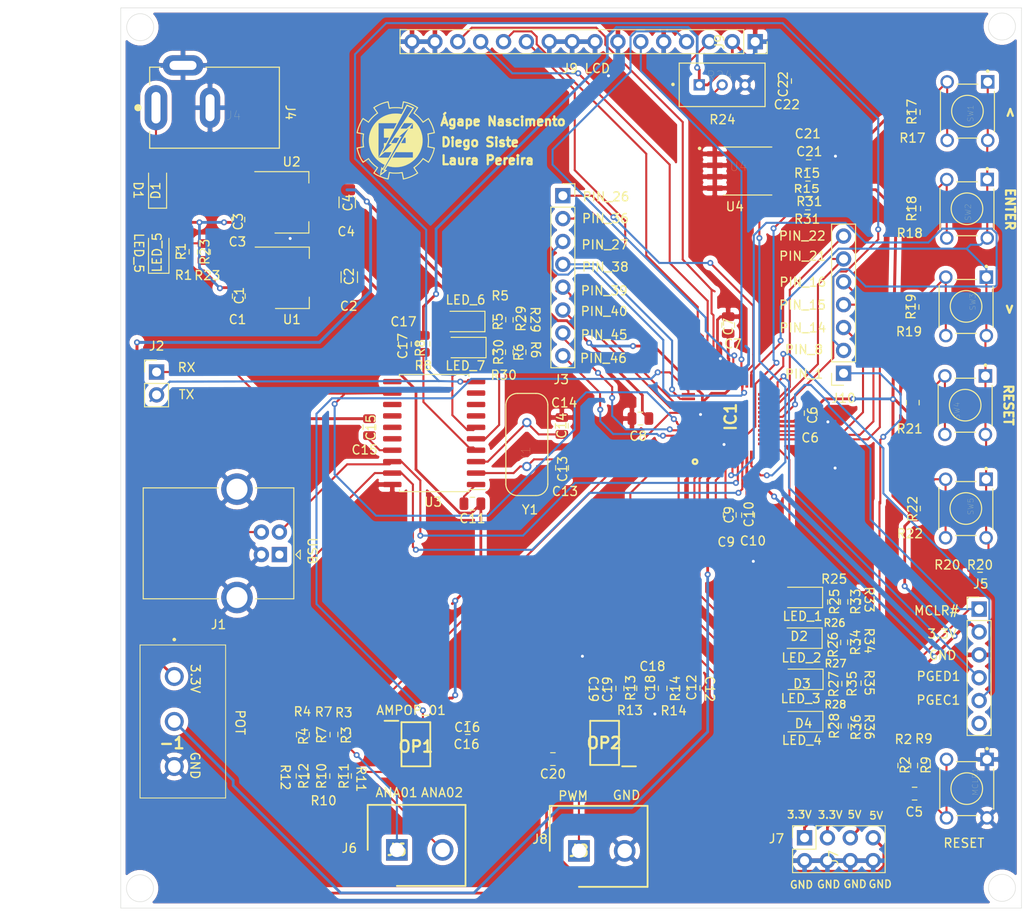
<source format=kicad_pcb>
(kicad_pcb (version 20171130) (host pcbnew "(5.1.5)-3")
  (title_block (title Layout) (date 2020-06-16) (rev VH3) (comment 1 "Laura Pereira") (comment 2 "Diego Siste") (comment 3 "Ágape Nascimento"))
  (layers (0 F.Cu signal) (31 B.Cu signal) (34 B.Paste user) (35 F.Paste user) (36 B.SilkS user) (37 F.SilkS user) (38 B.Mask user) (39 F.Mask user) (44 Edge.Cuts user))
  (net 0 "")
  (net 1 AN11)
  (net 2 IN_A)
  (net 3 Earth)
  (net 4 IN_B)
  (net 5 AN4)
  (net 6 Vin)
  (net 7 VUSB3V3)
  (net 8 "Net-(C5-Pad1)")
  (net 9 VCAP)
  (net 10 "Net-(C11-Pad2)")
  (net 11 "Net-(C12-Pad2)")
  (net 12 OSC1)
  (net 13 OSC2)
  (net 14 "Net-(C15-Pad2)")
  (net 15 RST)
  (net 16 LED_2)
  (net 17 "Net-(D2-Pad1)")
  (net 18 LED_3)
  (net 19 "Net-(D3-Pad1)")
  (net 20 "Net-(D4-Pad1)")
  (net 21 LED_4)
  (net 22 PIN_1)
  (net 23 LED_1)
  (net 24 POT)
  (net 25 PIN_8)
  (net 26 D-)
  (net 27 D+)
  (net 28 SCL)
  (net 29 PIN_14)
  (net 30 PIN_15)
  (net 31 PIN_16)
  (net 32 MCLR#)
  (net 33 TX)
  (net 34 PIN_21)
  (net 35 PIN_22)
  (net 36 PGED1)
  (net 37 PGEC1)
  (net 38 TECLADO)
  (net 39 E)
  (net 40 RS)
  (net 41 D7)
  (net 42 D6)
  (net 43 D5)
  (net 44 D4)
  (net 45 PIN_36)
  (net 46 PIN_39)
  (net 47 PIN_40)
  (net 48 RX)
  (net 49 PIN_45)
  (net 50 PIN_46)
  (net 51 SDA)
  (net 52 PWM)
  (net 53 "Net-(J6-Pad2)")
  (net 54 "Net-(J6-Pad1)")
  (net 55 "Net-(J9-Pad3)")
  (net 56 "Net-(LED_1-Pad1)")
  (net 57 "Net-(LED_5-Pad2)")
  (net 58 "Net-(LED_6-Pad1)")
  (net 59 "Net-(LED_7-Pad1)")
  (net 60 "Net-(R1-Pad2)")
  (net 61 "Net-(R3-Pad2)")
  (net 62 "Net-(R29-Pad2)")
  (net 63 RxLED)
  (net 64 TxLED)
  (net 65 "Net-(R30-Pad2)")
  (net 66 "Net-(R11-Pad2)")
  (net 67 "Net-(R17-Pad2)")
  (net 68 "Net-(R18-Pad2)")
  (net 69 "Net-(R19-Pad2)")
  (net 70 "Net-(R21-Pad2)")
  (net 71 "Net-(R22-Pad2)")
  (net 72 "Net-(R25-Pad1)")
  (net 73 "Net-(R26-Pad1)")
  (net 74 "Net-(R27-Pad1)")
  (net 75 "Net-(R28-Pad1)")
  (net 76 PIN_26)
  (net 77 PIN_27)
  (net 78 +5V)
  (net 79 PIN_38)
  (net 80 "Net-(C12-Pad1)")
  (net 81 "Net-(C19-Pad1)")
  (net 82 "Net-(D1-Pad2)")
  (module VH3FOOTPRINT:unifei_logo (layer F.Cu) (at 128.524 64.7192)
    (fp_text reference ee hide)
    (fp_text value LOGO hide)
  )
  (module LM358DG:SOIC127P600X175-8N (layer F.Cu) (at 130.7592 131.8006)
    (fp_text reference OP1 (at -0.00508 0.254) (layer F.SilkS) (effects (font (size 1.27 1.27) (thickness 0.254))))
    (fp_text value LM358DG hide)
    (pad 1 smd rect (at -2.712 -1.905 90) (size 0.7 1.525) (layers F.Cu F.Paste F.Mask) (net 1 AN11))
    (pad 2 smd rect (at -2.712 -0.635 90) (size 0.7 1.525) (layers F.Cu F.Paste F.Mask) (net 1 AN11))
    (pad 3 smd rect (at -2.712 0.635 90) (size 0.7 1.525) (layers F.Cu F.Paste F.Mask) (net 2 IN_A))
    (pad 4 smd rect (at -2.712 1.905 90) (size 0.7 1.525) (layers F.Cu F.Paste F.Mask) (net 3 Earth))
    (pad 5 smd rect (at 2.712 1.905 90) (size 0.7 1.525) (layers F.Cu F.Paste F.Mask) (net 4 IN_B))
    (pad 6 smd rect (at 2.712 0.635 90) (size 0.7 1.525) (layers F.Cu F.Paste F.Mask) (net 5 AN4))
    (pad 7 smd rect (at 2.712 -0.635 90) (size 0.7 1.525) (layers F.Cu F.Paste F.Mask) (net 5 AN4))
    (pad 8 smd rect (at 2.712 -1.905 90) (size 0.7 1.525) (layers F.Cu F.Paste F.Mask) (net 78 +5V))
  )
  (module LM358DG:SOIC127P600X175-8N (layer F.Cu) (at 151.7142 131.6482 180)
    (fp_text reference OP2 (at 0.0635 -0.0127) (layer F.SilkS) (effects (font (size 1.27 1.27) (thickness 0.254))))
    (fp_text value LM358DG hide)
    (pad 8 smd rect (at 2.712 -1.905 270) (size 0.7 1.525) (layers F.Cu F.Paste F.Mask) (net 78 +5V))
    (pad 7 smd rect (at 2.712 -0.635 270) (size 0.7 1.525) (layers F.Cu F.Paste F.Mask))
    (pad 6 smd rect (at 2.712 0.635 270) (size 0.7 1.525) (layers F.Cu F.Paste F.Mask))
    (pad 5 smd rect (at 2.712 1.905 270) (size 0.7 1.525) (layers F.Cu F.Paste F.Mask))
    (pad 4 smd rect (at -2.712 1.905 270) (size 0.7 1.525) (layers F.Cu F.Paste F.Mask) (net 3 Earth))
    (pad 3 smd rect (at -2.712 0.635 270) (size 0.7 1.525) (layers F.Cu F.Paste F.Mask) (net 81 "Net-(C19-Pad1)"))
    (pad 2 smd rect (at -2.712 -0.635 270) (size 0.7 1.525) (layers F.Cu F.Paste F.Mask) (net 80 "Net-(C12-Pad1)"))
    (pad 1 smd rect (at -2.712 -1.905 270) (size 0.7 1.525) (layers F.Cu F.Paste F.Mask) (net 80 "Net-(C12-Pad1)"))
  )
  (module Capacitor_SMD:C_0805_2012Metric (layer F.Cu) (at 111.0996 82.0189 270)
    (fp_text reference C1 (at -0.0531 -0.0508 90) (layer F.SilkS))
    (fp_text value 100nF)
    (pad 2 smd roundrect (at 0.9375 0 270) (size 0.975 1.4) (layers F.Cu F.Paste F.Mask) (net 3 Earth))
    (pad 1 smd roundrect (at -0.9375 0 270) (size 0.975 1.4) (layers F.Cu F.Paste F.Mask) (net 6 Vin))
  )
  (module Capacitor_SMD:C_1206_3216Metric (layer F.Cu) (at 123.3678 79.9114 270)
    (fp_text reference C2 (at -0.0792 0.0127 90) (layer F.SilkS))
    (fp_text value 10uF)
    (pad 2 smd roundrect (at 1.4 0 270) (size 1.25 1.75) (layers F.Cu F.Paste F.Mask) (roundrect_rratio 0.2) (net 3 Earth))
    (pad 1 smd roundrect (at -1.4 0 270) (size 1.25 1.75) (layers F.Cu F.Paste F.Mask) (roundrect_rratio 0.2) (net 78 +5V))
  )
  (module Capacitor_SMD:C_0805_2012Metric (layer F.Cu) (at 111.0488 73.518 90)
    (fp_text reference C3 (at -0.2309 -0.0127 90) (layer F.SilkS))
    (fp_text value 100nF)
    (pad 2 smd roundrect (at 0.9375 0 90) (size 0.975 1.4) (layers F.Cu F.Paste F.Mask) (net 3 Earth))
    (pad 1 smd roundrect (at -0.9375 0 90) (size 0.975 1.4) (layers F.Cu F.Paste F.Mask) (net 6 Vin))
  )
  (module Capacitor_SMD:C_1206_3216Metric (layer F.Cu) (at 123.1392 71.5996 270)
    (fp_text reference C4 (at 0.0411 -0.0762 90) (layer F.SilkS))
    (fp_text value 10uF)
    (pad 1 smd roundrect (at -1.4 0 270) (size 1.25 1.75) (layers F.Cu F.Paste F.Mask) (roundrect_rratio 0.2) (net 7 VUSB3V3))
    (pad 2 smd roundrect (at 1.4 0 270) (size 1.25 1.75) (layers F.Cu F.Paste F.Mask) (roundrect_rratio 0.2) (net 3 Earth))
  )
  (module Capacitor_SMD:C_0805_2012Metric (layer F.Cu) (at 186.1312 137.287 180)
    (fp_text reference C5 (at 0.03556 -2.032) (layer F.SilkS))
    (fp_text value 100nF)
    (pad 1 smd roundrect (at -0.9375 0 180) (size 0.975 1.4) (layers F.Cu F.Paste F.Mask) (net 8 "Net-(C5-Pad1)"))
    (pad 2 smd roundrect (at 0.9375 0 180) (size 0.975 1.4) (layers F.Cu F.Paste F.Mask) (net 3 Earth))
  )
  (module Capacitor_SMD:C_0805_2012Metric (layer F.Cu) (at 174.5996 95.0191 270)
    (fp_text reference C6 (at 0.21566 -0.18796 90) (layer F.SilkS))
    (fp_text value 100nF)
    (pad 1 smd roundrect (at -0.9375 0 270) (size 0.975 1.4) (layers F.Cu F.Paste F.Mask) (net 7 VUSB3V3))
    (pad 2 smd roundrect (at 0.9375 0 270) (size 0.975 1.4) (layers F.Cu F.Paste F.Mask) (net 3 Earth))
  )
  (module Capacitor_SMD:C_0805_2012Metric (layer F.Cu) (at 165.4302 85.2401 90)
    (fp_text reference C7 (at -0.17502 0.02032 90) (layer F.SilkS))
    (fp_text value 100nF)
    (pad 2 smd roundrect (at 0.9375 0 90) (size 0.975 1.4) (layers F.Cu F.Paste F.Mask) (net 3 Earth))
    (pad 1 smd roundrect (at -0.9375 0 90) (size 0.975 1.4) (layers F.Cu F.Paste F.Mask) (net 7 VUSB3V3))
  )
  (module Capacitor_SMD:C_0805_2012Metric (layer F.Cu) (at 155.6916 95.6183 180)
    (fp_text reference C8 (at 0.25376 -1.95834) (layer F.SilkS))
    (fp_text value 100nF)
    (pad 1 smd roundrect (at -0.9375 0 180) (size 0.975 1.4) (layers F.Cu F.Paste F.Mask) (net 7 VUSB3V3))
    (pad 2 smd roundrect (at 0.9375 0 180) (size 0.975 1.4) (layers F.Cu F.Paste F.Mask) (net 3 Earth))
  )
  (module Capacitor_SMD:C_0805_2012Metric (layer F.Cu) (at 165.608 106.3244 270)
    (fp_text reference C9 (at -0.01016 0.0762 90) (layer F.SilkS))
    (fp_text value 10uF)
    (pad 2 smd roundrect (at 0.9375 0 270) (size 0.975 1.4) (layers F.Cu F.Paste F.Mask) (net 3 Earth))
    (pad 1 smd roundrect (at -0.9375 0 270) (size 0.975 1.4) (layers F.Cu F.Paste F.Mask) (net 9 VCAP))
  )
  (module Capacitor_SMD:C_0805_2012Metric (layer F.Cu) (at 167.64 106.3498 270)
    (fp_text reference C10 (at -0.09652 -0.09652 90) (layer F.SilkS))
    (fp_text value 100nF)
    (pad 1 smd roundrect (at -0.9375 0 270) (size 0.975 1.4) (layers F.Cu F.Paste F.Mask) (net 7 VUSB3V3))
    (pad 2 smd roundrect (at 0.9375 0 270) (size 0.975 1.4) (layers F.Cu F.Paste F.Mask) (net 3 Earth))
  )
  (module Capacitor_SMD:C_0805_2012Metric (layer F.Cu) (at 137.0353 105.0798 180)
    (fp_text reference C11 (at 0 -1.65) (layer F.SilkS))
    (fp_text value 100nF)
    (pad 2 smd roundrect (at 0.9375 0 180) (size 0.975 1.4) (layers F.Cu F.Paste F.Mask) (net 10 "Net-(C11-Pad2)"))
    (pad 1 smd roundrect (at -0.9375 0 180) (size 0.975 1.4) (layers F.Cu F.Paste F.Mask) (net 78 +5V))
  )
  (module Capacitor_SMD:C_0805_2012Metric (layer F.Cu) (at 161.5948 125.5672 90)
    (fp_text reference C12 (at 0.07596 -0.21844 90) (layer F.SilkS))
    (fp_text value 220nF)
    (pad 2 smd roundrect (at 0.9375 0 90) (size 0.975 1.4) (layers F.Cu F.Paste F.Mask) (net 11 "Net-(C12-Pad2)"))
    (pad 1 smd roundrect (at -0.9375 0 90) (size 0.975 1.4) (layers F.Cu F.Paste F.Mask) (net 80 "Net-(C12-Pad1)"))
  )
  (module Capacitor_SMD:C_0805_2012Metric (layer F.Cu) (at 146.9898 101.0943 270)
    (fp_text reference C13 (at 0.12978 -0.05588 90) (layer F.SilkS))
    (fp_text value 22pF)
    (pad 1 smd roundrect (at -0.9375 0 270) (size 0.975 1.4) (layers F.Cu F.Paste F.Mask) (net 12 OSC1))
    (pad 2 smd roundrect (at 0.9375 0 270) (size 0.975 1.4) (layers F.Cu F.Paste F.Mask) (net 3 Earth))
  )
  (module Capacitor_SMD:C_0805_2012Metric (layer F.Cu) (at 146.9644 96.4415 90)
    (fp_text reference C14 (at 0.03834 -0.00508 90) (layer F.SilkS))
    (fp_text value 22pF)
    (pad 1 smd roundrect (at -0.9375 0 90) (size 0.975 1.4) (layers F.Cu F.Paste F.Mask) (net 13 OSC2))
    (pad 2 smd roundrect (at 0.9375 0 90) (size 0.975 1.4) (layers F.Cu F.Paste F.Mask) (net 3 Earth))
  )
  (module Capacitor_SMD:C_0805_2012Metric (layer F.Cu) (at 125.603 96.5731 270)
    (fp_text reference C15 (at 0.04342 -0.15748 90) (layer F.SilkS))
    (fp_text value 100nF)
    (pad 2 smd roundrect (at 0.9375 0 270) (size 0.975 1.4) (layers F.Cu F.Paste F.Mask) (net 14 "Net-(C15-Pad2)"))
    (pad 1 smd roundrect (at -0.9375 0 270) (size 0.975 1.4) (layers F.Cu F.Paste F.Mask) (net 7 VUSB3V3))
  )
  (module Capacitor_SMD:C_0805_2012Metric (layer F.Cu) (at 136.5273 129.9972)
    (fp_text reference C16 (at -0.06326 -0.0762) (layer F.SilkS))
    (fp_text value 100nF)
    (pad 1 smd roundrect (at -0.9375 0) (size 0.975 1.4) (layers F.Cu F.Paste F.Mask) (net 78 +5V))
    (pad 2 smd roundrect (at 0.9375 0) (size 0.975 1.4) (layers F.Cu F.Paste F.Mask) (net 3 Earth))
  )
  (module Capacitor_SMD:C_0805_2012Metric (layer F.Cu) (at 129.54 87.3506 90)
    (fp_text reference C17 (at -0.21844 -0.23876 90) (layer F.SilkS))
    (fp_text value 100nF)
    (pad 2 smd roundrect (at 0.9375 0 90) (size 0.975 1.4) (layers F.Cu F.Paste F.Mask) (net 3 Earth))
    (pad 1 smd roundrect (at -0.9375 0 90) (size 0.975 1.4) (layers F.Cu F.Paste F.Mask) (net 15 RST))
  )
  (module Capacitor_SMD:C_0805_2012Metric (layer F.Cu) (at 159.3469 125.5903 90)
    (fp_text reference C18 (at 0.07366 -2.54762 90) (layer F.SilkS))
    (fp_text value 220nF)
    (pad 1 smd roundrect (at -0.9375 0 90) (size 0.975 1.4) (layers F.Cu F.Paste F.Mask) (net 80 "Net-(C12-Pad1)"))
    (pad 2 smd roundrect (at 0.9375 0 90) (size 0.975 1.4) (layers F.Cu F.Paste F.Mask) (net 11 "Net-(C12-Pad2)"))
  )
  (module Capacitor_SMD:C_0805_2012Metric (layer F.Cu) (at 152.2603 125.5926 90)
    (fp_text reference C19 (at -0.12216 -0.23114 270) (layer F.SilkS))
    (fp_text value 220nF)
    (pad 1 smd roundrect (at -0.9375 0 90) (size 0.975 1.4) (layers F.Cu F.Paste F.Mask) (net 81 "Net-(C19-Pad1)"))
    (pad 2 smd roundrect (at 0.9375 0 90) (size 0.975 1.4) (layers F.Cu F.Paste F.Mask) (net 3 Earth))
  )
  (module Capacitor_SMD:C_0805_2012Metric (layer F.Cu) (at 145.9738 133.4516 180)
    (fp_text reference C20 (at 0 -1.65) (layer F.SilkS))
    (fp_text value 100nF)
    (pad 2 smd roundrect (at 0.9375 0 180) (size 0.975 1.4) (layers F.Cu F.Paste F.Mask) (net 3 Earth))
    (pad 1 smd roundrect (at -0.9375 0 180) (size 0.975 1.4) (layers F.Cu F.Paste F.Mask) (net 78 +5V))
  )
  (module Capacitor_SMD:C_0805_2012Metric (layer F.Cu) (at 174.3687 66.167)
    (fp_text reference C21 (at 0.07342 -0.20828) (layer F.SilkS))
    (fp_text value 100nF)
    (pad 2 smd roundrect (at 0.9375 0) (size 0.975 1.4) (layers F.Cu F.Paste F.Mask) (net 3 Earth))
    (pad 1 smd roundrect (at -0.9375 0) (size 0.975 1.4) (layers F.Cu F.Paste F.Mask) (net 7 VUSB3V3))
  )
  (module Capacitor_SMD:C_0805_2012Metric (layer F.Cu) (at 171.74972 58.12536 270)
    (fp_text reference C22 (at 0.36346 0.2032 90) (layer F.SilkS))
    (fp_text value 100nF)
    (pad 1 smd roundrect (at -0.9375 0 270) (size 0.975 1.4) (layers F.Cu F.Paste F.Mask) (net 78 +5V))
    (pad 2 smd roundrect (at 0.9375 0 270) (size 0.975 1.4) (layers F.Cu F.Paste F.Mask) (net 3 Earth))
  )
  (module LED_SMD:LED_1206_3216Metric (layer F.Cu) (at 173.5806 120.015 180)
    (fp_text reference D2 (at 0.27132 0.21336) (layer F.SilkS))
    (fp_text value LED_2)
    (pad 2 smd roundrect (at 1.4 0 180) (size 1.25 1.75) (layers F.Cu F.Paste F.Mask) (roundrect_rratio 0.2) (net 16 LED_2))
    (pad 1 smd roundrect (at -1.4 0 180) (size 1.25 1.75) (layers F.Cu F.Paste F.Mask) (roundrect_rratio 0.2) (net 17 "Net-(D2-Pad1)"))
  )
  (module LED_SMD:LED_1206_3216Metric (layer F.Cu) (at 173.6822 124.587 180)
    (fp_text reference D3 (at 0.05288 -0.49276) (layer F.SilkS))
    (fp_text value LED_3)
    (pad 2 smd roundrect (at 1.4 0 180) (size 1.25 1.75) (layers F.Cu F.Paste F.Mask) (roundrect_rratio 0.2) (net 18 LED_3))
    (pad 1 smd roundrect (at -1.4 0 180) (size 1.25 1.75) (layers F.Cu F.Paste F.Mask) (roundrect_rratio 0.2) (net 19 "Net-(D3-Pad1)"))
  )
  (module LED_SMD:LED_1206_3216Metric (layer F.Cu) (at 173.6628 129.286 180)
    (fp_text reference D4 (at -0.14432 -0.21336) (layer F.SilkS))
    (fp_text value LED_4)
    (pad 1 smd roundrect (at -1.4 0 180) (size 1.25 1.75) (layers F.Cu F.Paste F.Mask) (roundrect_rratio 0.2) (net 20 "Net-(D4-Pad1)"))
    (pad 2 smd roundrect (at 1.4 0 180) (size 1.25 1.75) (layers F.Cu F.Paste F.Mask) (roundrect_rratio 0.2) (net 21 LED_4))
  )
  (module Diode_SMD:D_SOD-123 (layer F.Cu) (at 102.0826 70.0024 90)
    (fp_text reference D1 (at -0.29464 -0.20828 90) (layer F.SilkS))
    (fp_text value 1N5819)
    (pad 1 smd rect (at -1.65 0 90) (size 0.9 1.2) (layers F.Cu F.Paste F.Mask) (net 6 Vin))
    (pad 2 smd rect (at 1.65 0 90) (size 0.9 1.2) (layers F.Cu F.Paste F.Mask) (net 82 "Net-(D1-Pad2)"))
  )
  (module PIC32MM0064GPM048-I_PT:QFP50P900X900X120-49N (layer F.Cu) (at 165.2524 95.6818 90)
    (fp_text reference IC1 (at 0.254 0.4572 90) (layer F.SilkS) (effects (font (size 1.27 1.27) (thickness 0.254))))
    (fp_text value PIC32MM0064GPM048-I_PT hide)
    (pad 1 smd rect (at -4.238 -2.75 180) (size 0.3 1.475) (layers F.Cu F.Paste F.Mask) (net 22 PIN_1))
    (pad 2 smd rect (at -4.238 -2.25 180) (size 0.3 1.475) (layers F.Cu F.Paste F.Mask) (net 21 LED_4))
    (pad 3 smd rect (at -4.238 -1.75 180) (size 0.3 1.475) (layers F.Cu F.Paste F.Mask) (net 18 LED_3))
    (pad 4 smd rect (at -4.238 -1.25 180) (size 0.3 1.475) (layers F.Cu F.Paste F.Mask) (net 24 POT))
    (pad 5 smd rect (at -4.238 -0.75 180) (size 0.3 1.475) (layers F.Cu F.Paste F.Mask) (net 16 LED_2))
    (pad 6 smd rect (at -4.238 -0.25 180) (size 0.3 1.475) (layers F.Cu F.Paste F.Mask) (net 3 Earth))
    (pad 7 smd rect (at -4.238 0.25 180) (size 0.3 1.475) (layers F.Cu F.Paste F.Mask) (net 9 VCAP))
    (pad 8 smd rect (at -4.238 0.75 180) (size 0.3 1.475) (layers F.Cu F.Paste F.Mask) (net 25 PIN_8))
    (pad 9 smd rect (at -4.238 1.25 180) (size 0.3 1.475) (layers F.Cu F.Paste F.Mask) (net 26 D-))
    (pad 10 smd rect (at -4.238 1.75 180) (size 0.3 1.475) (layers F.Cu F.Paste F.Mask) (net 27 D+))
    (pad 11 smd rect (at -4.238 2.25 180) (size 0.3 1.475) (layers F.Cu F.Paste F.Mask) (net 7 VUSB3V3))
    (pad 12 smd rect (at -4.238 2.75 180) (size 0.3 1.475) (layers F.Cu F.Paste F.Mask) (net 28 SCL))
    (pad 13 smd rect (at -2.75 4.238 90) (size 0.3 1.475) (layers F.Cu F.Paste F.Mask) (net 23 LED_1))
    (pad 14 smd rect (at -2.25 4.238 90) (size 0.3 1.475) (layers F.Cu F.Paste F.Mask) (net 31 PIN_16))
    (pad 15 smd rect (at -1.75 4.238 90) (size 0.3 1.475) (layers F.Cu F.Paste F.Mask) (net 30 PIN_15))
    (pad 16 smd rect (at -1.25 4.238 90) (size 0.3 1.475) (layers F.Cu F.Paste F.Mask) (net 29 PIN_14))
    (pad 17 smd rect (at -0.75 4.238 90) (size 0.3 1.475) (layers F.Cu F.Paste F.Mask) (net 3 Earth))
    (pad 18 smd rect (at -0.25 4.238 90) (size 0.3 1.475) (layers F.Cu F.Paste F.Mask) (net 7 VUSB3V3))
    (pad 19 smd rect (at 0.25 4.238 90) (size 0.3 1.475) (layers F.Cu F.Paste F.Mask) (net 32 MCLR#))
    (pad 20 smd rect (at 0.75 4.238 90) (size 0.3 1.475) (layers F.Cu F.Paste F.Mask) (net 33 TX))
    (pad 21 smd rect (at 1.25 4.238 90) (size 0.3 1.475) (layers F.Cu F.Paste F.Mask) (net 34 PIN_21))
    (pad 22 smd rect (at 1.75 4.238 90) (size 0.3 1.475) (layers F.Cu F.Paste F.Mask) (net 35 PIN_22))
    (pad 23 smd rect (at 2.25 4.238 90) (size 0.3 1.475) (layers F.Cu F.Paste F.Mask) (net 36 PGED1))
    (pad 24 smd rect (at 2.75 4.238 90) (size 0.3 1.475) (layers F.Cu F.Paste F.Mask) (net 37 PGEC1))
    (pad 25 smd rect (at 4.238 2.75 180) (size 0.3 1.475) (layers F.Cu F.Paste F.Mask) (net 38 TECLADO))
    (pad 26 smd rect (at 4.238 2.25 180) (size 0.3 1.475) (layers F.Cu F.Paste F.Mask) (net 76 PIN_26))
    (pad 27 smd rect (at 4.238 1.75 180) (size 0.3 1.475) (layers F.Cu F.Paste F.Mask) (net 77 PIN_27))
    (pad 28 smd rect (at 4.238 1.25 180) (size 0.3 1.475) (layers F.Cu F.Paste F.Mask) (net 39 E))
    (pad 29 smd rect (at 4.238 0.75 180) (size 0.3 1.475) (layers F.Cu F.Paste F.Mask) (net 40 RS))
    (pad 30 smd rect (at 4.238 0.25 180) (size 0.3 1.475) (layers F.Cu F.Paste F.Mask) (net 7 VUSB3V3))
    (pad 31 smd rect (at 4.238 -0.25 180) (size 0.3 1.475) (layers F.Cu F.Paste F.Mask) (net 3 Earth))
    (pad 32 smd rect (at 4.238 -0.75 180) (size 0.3 1.475) (layers F.Cu F.Paste F.Mask) (net 41 D7))
    (pad 33 smd rect (at 4.238 -1.25 180) (size 0.3 1.475) (layers F.Cu F.Paste F.Mask) (net 42 D6))
    (pad 34 smd rect (at 4.238 -1.75 180) (size 0.3 1.475) (layers F.Cu F.Paste F.Mask) (net 43 D5))
    (pad 35 smd rect (at 4.238 -2.25 180) (size 0.3 1.475) (layers F.Cu F.Paste F.Mask) (net 44 D4))
    (pad 36 smd rect (at 4.238 -2.75 180) (size 0.3 1.475) (layers F.Cu F.Paste F.Mask) (net 45 PIN_36))
    (pad 37 smd rect (at 2.75 -4.238 90) (size 0.3 1.475) (layers F.Cu F.Paste F.Mask) (net 5 AN4))
    (pad 38 smd rect (at 2.25 -4.238 90) (size 0.3 1.475) (layers F.Cu F.Paste F.Mask) (net 79 PIN_38))
    (pad 39 smd rect (at 1.75 -4.238 90) (size 0.3 1.475) (layers F.Cu F.Paste F.Mask) (net 46 PIN_39))
    (pad 40 smd rect (at 1.25 -4.238 90) (size 0.3 1.475) (layers F.Cu F.Paste F.Mask) (net 47 PIN_40))
    (pad 41 smd rect (at 0.75 -4.238 90) (size 0.3 1.475) (layers F.Cu F.Paste F.Mask) (net 1 AN11))
    (pad 42 smd rect (at 0.25 -4.238 90) (size 0.3 1.475) (layers F.Cu F.Paste F.Mask) (net 3 Earth))
    (pad 43 smd rect (at -0.25 -4.238 90) (size 0.3 1.475) (layers F.Cu F.Paste F.Mask) (net 7 VUSB3V3))
    (pad 44 smd rect (at -0.75 -4.238 90) (size 0.3 1.475) (layers F.Cu F.Paste F.Mask) (net 48 RX))
    (pad 45 smd rect (at -1.25 -4.238 90) (size 0.3 1.475) (layers F.Cu F.Paste F.Mask) (net 49 PIN_45))
    (pad 46 smd rect (at -1.75 -4.238 90) (size 0.3 1.475) (layers F.Cu F.Paste F.Mask) (net 50 PIN_46))
    (pad 47 smd rect (at -2.25 -4.238 90) (size 0.3 1.475) (layers F.Cu F.Paste F.Mask) (net 51 SDA))
    (pad 48 smd rect (at -2.75 -4.238 90) (size 0.3 1.475) (layers F.Cu F.Paste F.Mask) (net 52 PWM))
    (pad 49 smd rect (at 0 0 90) (size 3.5 3.5) (layers F.Cu F.Paste F.Mask))
  )
  (module Connector_USB:USB_B_OST_USB-B1HSxx_Horizontal (layer F.Cu) (at 115.6081 110.7313 180)
    (fp_text reference J1 (at 6.76 -7.77) (layer F.SilkS))
    (fp_text value USB_B)
    (pad 1 thru_hole rect (at 0 0 180) (size 1.7 1.7) (drill 0.92) (layers *.Cu *.Mask))
    (pad 2 thru_hole circle (at 0 2.5 180) (size 1.7 1.7) (drill 0.92) (layers *.Cu *.Mask) (net 26 D-))
    (pad 3 thru_hole circle (at 2 2.5 180) (size 1.7 1.7) (drill 0.92) (layers *.Cu *.Mask) (net 27 D+))
    (pad 4 thru_hole circle (at 2 0 180) (size 1.7 1.7) (drill 0.92) (layers *.Cu *.Mask) (net 3 Earth))
    (pad 5 thru_hole circle (at 4.71 -4.77 180) (size 3.5 3.5) (drill 2.33) (layers *.Cu *.Mask) (net 3 Earth))
    (pad 5 thru_hole circle (at 4.71 7.27 180) (size 3.5 3.5) (drill 2.33) (layers *.Cu *.Mask) (net 3 Earth))
  )
  (module Connector_PinHeader_2.54mm:PinHeader_1x02_P2.54mm_Vertical (layer F.Cu) (at 101.9683 90.4494)
    (fp_text reference J2 (at 0.00762 -2.88544) (layer F.SilkS))
    (fp_text value Conn_01x02)
    (pad 1 thru_hole rect (at 0 0) (size 1.7 1.7) (drill 1) (layers *.Cu *.Mask) (net 48 RX))
    (pad 2 thru_hole oval (at 0 2.54) (size 1.7 1.7) (drill 1) (layers *.Cu *.Mask) (net 33 TX))
  )
  (module pj-002A:CUI_PJ-002A (layer F.Cu) (at 101.9048 61.087)
    (fp_text reference J4 (at 8.62076 0.87376 180) (layer F.SilkS) (effects (font (size 1.000827 1.000827) (thickness 0.015))))
    (fp_text value PJ-002A)
    (pad 1 thru_hole oval (at 0 0) (size 2.5 5) (drill oval 1 3.5) (layers *.Cu *.Mask) (net 82 "Net-(D1-Pad2)"))
    (pad 2 thru_hole oval (at 6 0) (size 2.25 4.5) (drill oval 1 3) (layers *.Cu *.Mask) (net 3 Earth))
    (pad 3 thru_hole oval (at 3 -4.7) (size 4.5 2.25) (drill oval 3 1) (layers *.Cu *.Mask) (net 3 Earth))
  )
  (module OSTTA024163:SHDR2W100P0X508_1X2_1086X900X1300P (layer F.Cu) (at 128.651 143.5354)
    (fp_text reference J6 (at 0 0) (layer F.SilkS) (effects (font (size 1.27 1.27) (thickness 0.254))))
    (fp_text value OSTTA024163 hide)
    (pad 2 thru_hole circle (at 5.08 0) (size 2.4 2.4) (drill 1.6) (layers *.Cu *.Mask) (net 53 "Net-(J6-Pad2)"))
    (pad 1 thru_hole rect (at 0 0) (size 2.4 2.4) (drill 1.6) (layers *.Cu *.Mask) (net 54 "Net-(J6-Pad1)"))
  )
  (module Connector_PinSocket_2.54mm:PinSocket_2x04_P2.54mm_Vertical (layer F.Cu) (at 173.9138 142.1892 90)
    (fp_text reference J7 (at -2.22504 3.23088 90) (layer F.SilkS))
    (fp_text value Conn_02x04_Top_Bottom)
    (pad 1 thru_hole rect (at 0 0 90) (size 1.7 1.7) (drill 1) (layers *.Cu *.Mask) (net 7 VUSB3V3))
    (pad 2 thru_hole oval (at -2.54 0 90) (size 1.7 1.7) (drill 1) (layers *.Cu *.Mask) (net 3 Earth))
    (pad 3 thru_hole oval (at 0 2.54 90) (size 1.7 1.7) (drill 1) (layers *.Cu *.Mask) (net 7 VUSB3V3))
    (pad 4 thru_hole oval (at -2.54 2.54 90) (size 1.7 1.7) (drill 1) (layers *.Cu *.Mask) (net 3 Earth))
    (pad 5 thru_hole oval (at 0 5.08 90) (size 1.7 1.7) (drill 1) (layers *.Cu *.Mask) (net 78 +5V))
    (pad 6 thru_hole oval (at -2.54 5.08 90) (size 1.7 1.7) (drill 1) (layers *.Cu *.Mask) (net 3 Earth))
    (pad 7 thru_hole oval (at 0 7.62 90) (size 1.7 1.7) (drill 1) (layers *.Cu *.Mask) (net 78 +5V))
    (pad 8 thru_hole oval (at -2.54 7.62 90) (size 1.7 1.7) (drill 1) (layers *.Cu *.Mask) (net 3 Earth))
  )
  (module OSTTA024163:SHDR2W100P0X508_1X2_1086X900X1300P (layer F.Cu) (at 148.86432 143.64208)
    (fp_text reference J8 (at 0 0) (layer F.SilkS) (effects (font (size 1.27 1.27) (thickness 0.254))))
    (fp_text value OSTTA024163 hide)
    (pad 1 thru_hole rect (at 0 0) (size 2.4 2.4) (drill 1.6) (layers *.Cu *.Mask) (net 80 "Net-(C12-Pad1)"))
    (pad 2 thru_hole circle (at 5.08 0) (size 2.4 2.4) (drill 1.6) (layers *.Cu *.Mask) (net 3 Earth))
  )
  (module LED_SMD:LED_1206_3216Metric (layer F.Cu) (at 173.6314 115.4938 180)
    (fp_text reference LED_1 (at -0.06396 -2.0828) (layer F.SilkS))
    (fp_text value LED_1)
    (pad 2 smd roundrect (at 1.4 0 180) (size 1.25 1.75) (layers F.Cu F.Paste F.Mask) (roundrect_rratio 0.2) (net 23 LED_1))
    (pad 1 smd roundrect (at -1.4 0 180) (size 1.25 1.75) (layers F.Cu F.Paste F.Mask) (roundrect_rratio 0.2) (net 56 "Net-(LED_1-Pad1)"))
  )
  (module LED_SMD:LED_1206_3216Metric (layer F.Cu) (at 102.2096 77.1936 90)
    (fp_text reference LED_5 (at 0.03348 -0.18796 270) (layer F.SilkS))
    (fp_text value LED_ALIM)
    (pad 1 smd roundrect (at -1.4 0 90) (size 1.25 1.75) (layers F.Cu F.Paste F.Mask) (roundrect_rratio 0.2) (net 3 Earth))
    (pad 2 smd roundrect (at 1.4 0 90) (size 1.25 1.75) (layers F.Cu F.Paste F.Mask) (roundrect_rratio 0.2) (net 57 "Net-(LED_5-Pad2)"))
  )
  (module LED_SMD:LED_1206_3216Metric (layer F.Cu) (at 136.144 84.836 180)
    (fp_text reference LED_6 (at -0.13208 2.40284) (layer F.SilkS))
    (fp_text value Lx_LED)
    (pad 1 smd roundrect (at -1.4 0 180) (size 1.25 1.75) (layers F.Cu F.Paste F.Mask) (roundrect_rratio 0.2) (net 58 "Net-(LED_6-Pad1)"))
    (pad 2 smd roundrect (at 1.4 0 180) (size 1.25 1.75) (layers F.Cu F.Paste F.Mask) (roundrect_rratio 0.2) (net 7 VUSB3V3))
  )
  (module LED_SMD:LED_1206_3216Metric (layer F.Cu) (at 136.268 87.7316 180)
    (fp_text reference LED_7 (at 0.01732 -2.01676) (layer F.SilkS))
    (fp_text value Rx_LED)
    (pad 1 smd roundrect (at -1.4 0 180) (size 1.25 1.75) (layers F.Cu F.Paste F.Mask) (roundrect_rratio 0.2) (net 59 "Net-(LED_7-Pad1)"))
    (pad 2 smd roundrect (at 1.4 0 180) (size 1.25 1.75) (layers F.Cu F.Paste F.Mask) (roundrect_rratio 0.2) (net 7 VUSB3V3))
  )
  (module 1825910-6:SW_1825910-6-4 (layer F.Cu) (at 191.9224 136.7282 270)
    (fp_text reference MCLR1 (at -0.78232 -0.94488 90) (layer F.SilkS) (effects (font (size 0.630643 0.630643) (thickness 0.015))))
    (fp_text value SWL1)
    (pad 3 thru_hole circle (at -3.25 2.25 270) (size 1.498 1.498) (drill 0.99) (layers *.Cu *.Mask) (net 8 "Net-(C5-Pad1)"))
    (pad 1 thru_hole rect (at -3.25 -2.25 270) (size 1.498 1.498) (drill 0.99) (layers *.Cu *.Mask) (net 3 Earth))
    (pad 4 thru_hole circle (at 3.25 2.25 270) (size 1.498 1.498) (drill 0.99) (layers *.Cu *.Mask) (net 8 "Net-(C5-Pad1)"))
    (pad 2 thru_hole circle (at 3.25 -2.25 270) (size 1.498 1.498) (drill 0.99) (layers *.Cu *.Mask) (net 3 Earth))
  )
  (module Resistor_SMD:R_0805_2012Metric (layer F.Cu) (at 104.8766 77.089 90)
    (fp_text reference R1 (at 0.0254 -0.1905 90) (layer F.SilkS))
    (fp_text value 56)
    (pad 2 smd roundrect (at 0.9375 0 90) (size 0.975 1.4) (layers F.Cu F.Paste F.Mask) (net 60 "Net-(R1-Pad2)"))
    (pad 1 smd roundrect (at -0.9375 0 90) (size 0.975 1.4) (layers F.Cu F.Paste F.Mask) (net 57 "Net-(LED_5-Pad2)"))
  )
  (module Resistor_SMD:R_0805_2012Metric (layer F.Cu) (at 184.9882 134.1651 270)
    (fp_text reference R2 (at -0.05818 -0.08636 90) (layer F.SilkS))
    (fp_text value 1k)
    (pad 1 smd roundrect (at -0.9375 0 270) (size 0.975 1.4) (layers F.Cu F.Paste F.Mask) (net 32 MCLR#))
    (pad 2 smd roundrect (at 0.9375 0 270) (size 0.975 1.4) (layers F.Cu F.Paste F.Mask) (net 8 "Net-(C5-Pad1)"))
  )
  (module Resistor_SMD:R_0805_2012Metric (layer F.Cu) (at 120.523 130.7338 270)
    (fp_text reference R3 (at 0.0508 -2.50444 90) (layer F.SilkS))
    (fp_text value 3k3)
    (pad 2 smd roundrect (at 0.9375 0 270) (size 0.975 1.4) (layers F.Cu F.Paste F.Mask) (net 61 "Net-(R3-Pad2)"))
    (pad 1 smd roundrect (at -0.9375 0 270) (size 0.975 1.4) (layers F.Cu F.Paste F.Mask) (net 2 IN_A))
  )
  (module Resistor_SMD:R_0805_2012Metric (layer F.Cu) (at 118.2116 130.7338 90)
    (fp_text reference R4 (at -0.17272 0.0762 90) (layer F.SilkS))
    (fp_text value 3k3)
    (pad 1 smd roundrect (at -0.9375 0 90) (size 0.975 1.4) (layers F.Cu F.Paste F.Mask) (net 61 "Net-(R3-Pad2)"))
    (pad 2 smd roundrect (at 0.9375 0 90) (size 0.975 1.4) (layers F.Cu F.Paste F.Mask) (net 3 Earth))
  )
  (module Resistor_SMD:R_0805_2012Metric (layer F.Cu) (at 140.0302 84.6328 90)
    (fp_text reference R5 (at -0.22352 -0.14732 90) (layer F.SilkS))
    (fp_text value 100)
    (pad 1 smd roundrect (at -0.9375 0 90) (size 0.975 1.4) (layers F.Cu F.Paste F.Mask) (net 62 "Net-(R29-Pad2)"))
    (pad 2 smd roundrect (at 0.9375 0 90) (size 0.975 1.4) (layers F.Cu F.Paste F.Mask) (net 63 RxLED))
  )
  (module Resistor_SMD:R_0805_2012Metric (layer F.Cu) (at 140.0048 88.2419 270)
    (fp_text reference R6 (at 0.01802 -2.1844 90) (layer F.SilkS))
    (fp_text value 100)
    (pad 2 smd roundrect (at 0.9375 0 270) (size 0.975 1.4) (layers F.Cu F.Paste F.Mask) (net 64 TxLED))
    (pad 1 smd roundrect (at -0.9375 0 270) (size 0.975 1.4) (layers F.Cu F.Paste F.Mask) (net 65 "Net-(R30-Pad2)"))
  )
  (module Resistor_SMD:R_0805_2012Metric (layer F.Cu) (at 122.809 130.7107 90)
    (fp_text reference R7 (at -0.0485 -2.51968 90) (layer F.SilkS))
    (fp_text value 3k3)
    (pad 2 smd roundrect (at 0.9375 0 90) (size 0.975 1.4) (layers F.Cu F.Paste F.Mask) (net 2 IN_A))
    (pad 1 smd roundrect (at -0.9375 0 90) (size 0.975 1.4) (layers F.Cu F.Paste F.Mask) (net 54 "Net-(J6-Pad1)"))
  )
  (module Resistor_SMD:R_0805_2012Metric (layer F.Cu) (at 131.5974 87.3275 270)
    (fp_text reference R8 (at 0.46506 0.3556 90) (layer F.SilkS))
    (fp_text value 4k7)
    (pad 1 smd roundrect (at -0.9375 0 270) (size 0.975 1.4) (layers F.Cu F.Paste F.Mask) (net 78 +5V))
    (pad 2 smd roundrect (at 0.9375 0 270) (size 0.975 1.4) (layers F.Cu F.Paste F.Mask) (net 15 RST))
  )
  (module Resistor_SMD:R_0805_2012Metric (layer F.Cu) (at 187.1726 134.1628 270)
    (fp_text reference R9 (at -0.05588 -0.22352 90) (layer F.SilkS))
    (fp_text value 10k)
    (pad 2 smd roundrect (at 0.9375 0 270) (size 0.975 1.4) (layers F.Cu F.Paste F.Mask) (net 8 "Net-(C5-Pad1)"))
    (pad 1 smd roundrect (at -0.9375 0 270) (size 0.975 1.4) (layers F.Cu F.Paste F.Mask) (net 7 VUSB3V3))
  )
  (module Resistor_SMD:R_0805_2012Metric (layer F.Cu) (at 122.8852 135.3289 90)
    (fp_text reference R10 (at -0.0023 -2.59588 90) (layer F.SilkS))
    (fp_text value 3k3)
    (pad 2 smd roundrect (at 0.9375 0 90) (size 0.975 1.4) (layers F.Cu F.Paste F.Mask) (net 4 IN_B))
    (pad 1 smd roundrect (at -0.9375 0 90) (size 0.975 1.4) (layers F.Cu F.Paste F.Mask) (net 53 "Net-(J6-Pad2)"))
  )
  (module Resistor_SMD:R_0805_2012Metric (layer F.Cu) (at 120.4976 135.3335 270)
    (fp_text reference R11 (at -0.0023 -2.286 90) (layer F.SilkS))
    (fp_text value 3k3)
    (pad 2 smd roundrect (at 0.9375 0 270) (size 0.975 1.4) (layers F.Cu F.Paste F.Mask) (net 66 "Net-(R11-Pad2)"))
    (pad 1 smd roundrect (at -0.9375 0 270) (size 0.975 1.4) (layers F.Cu F.Paste F.Mask) (net 4 IN_B))
  )
  (module Resistor_SMD:R_0805_2012Metric (layer F.Cu) (at 118.1862 135.3335 90)
    (fp_text reference R12 (at 0.0023 0.12192 90) (layer F.SilkS))
    (fp_text value 3k3)
    (pad 1 smd roundrect (at -0.9375 0 90) (size 0.975 1.4) (layers F.Cu F.Paste F.Mask) (net 66 "Net-(R11-Pad2)"))
    (pad 2 smd roundrect (at 0.9375 0 90) (size 0.975 1.4) (layers F.Cu F.Paste F.Mask) (net 3 Earth))
  )
  (module Resistor_SMD:R_0805_2012Metric (layer F.Cu) (at 154.5717 125.5926 270)
    (fp_text reference R13 (at -0.05056 -0.02794 90) (layer F.SilkS))
    (fp_text value 100)
    (pad 1 smd roundrect (at -0.9375 0 270) (size 0.975 1.4) (layers F.Cu F.Paste F.Mask) (net 52 PWM))
    (pad 2 smd roundrect (at 0.9375 0 270) (size 0.975 1.4) (layers F.Cu F.Paste F.Mask) (net 11 "Net-(C12-Pad2)"))
  )
  (module Resistor_SMD:R_0805_2012Metric (layer F.Cu) (at 156.972 125.5926 270)
    (fp_text reference R14 (at 0.02056 -2.59588 90) (layer F.SilkS))
    (fp_text value 100)
    (pad 2 smd roundrect (at 0.9375 0 270) (size 0.975 1.4) (layers F.Cu F.Paste F.Mask) (net 11 "Net-(C12-Pad2)"))
    (pad 1 smd roundrect (at -0.9375 0 270) (size 0.975 1.4) (layers F.Cu F.Paste F.Mask) (net 81 "Net-(C19-Pad1)"))
  )
  (module Resistor_SMD:R_0805_2012Metric (layer F.Cu) (at 174.2971 68.5292)
    (fp_text reference R15 (at -0.1039 -0.17272) (layer F.SilkS))
    (fp_text value 4k7)
    (pad 1 smd roundrect (at -0.9375 0) (size 0.975 1.4) (layers F.Cu F.Paste F.Mask) (net 28 SCL))
    (pad 2 smd roundrect (at 0.9375 0) (size 0.975 1.4) (layers F.Cu F.Paste F.Mask) (net 7 VUSB3V3))
  )
  (module Resistor_SMD:R_0805_2012Metric (layer F.Cu) (at 186.0296 61.5973 90)
    (fp_text reference R17 (at 0.04802 -0.19812 90) (layer F.SilkS))
    (fp_text value 9k1)
    (pad 1 smd roundrect (at -0.9375 0 90) (size 0.975 1.4) (layers F.Cu F.Paste F.Mask) (net 7 VUSB3V3))
    (pad 2 smd roundrect (at 0.9375 0 90) (size 0.975 1.4) (layers F.Cu F.Paste F.Mask) (net 67 "Net-(R17-Pad2)"))
  )
  (module Resistor_SMD:R_0805_2012Metric (layer F.Cu) (at 186.0804 72.2861 90)
    (fp_text reference R18 (at -0.01246 -0.26924 90) (layer F.SilkS))
    (fp_text value 6k8)
    (pad 2 smd roundrect (at 0.9375 0 90) (size 0.975 1.4) (layers F.Cu F.Paste F.Mask) (net 68 "Net-(R18-Pad2)"))
    (pad 1 smd roundrect (at -0.9375 0 90) (size 0.975 1.4) (layers F.Cu F.Paste F.Mask) (net 7 VUSB3V3))
  )
  (module Resistor_SMD:R_0805_2012Metric (layer F.Cu) (at 185.9026 83.2335 90)
    (fp_text reference R19 (at 0.03834 -0.17272 90) (layer F.SilkS))
    (fp_text value 4k7)
    (pad 1 smd roundrect (at -0.9375 0 90) (size 0.975 1.4) (layers F.Cu F.Paste F.Mask) (net 7 VUSB3V3))
    (pad 2 smd roundrect (at 0.9375 0 90) (size 0.975 1.4) (layers F.Cu F.Paste F.Mask) (net 69 "Net-(R19-Pad2)"))
  )
  (module Resistor_SMD:R_0805_2012Metric (layer F.Cu) (at 193.3979 111.9886 180)
    (fp_text reference R20 (at 0.00738 0.1016) (layer F.SilkS))
    (fp_text value 10k)
    (pad 1 smd roundrect (at -0.9375 0 180) (size 0.975 1.4) (layers F.Cu F.Paste F.Mask) (net 38 TECLADO))
    (pad 2 smd roundrect (at 0.9375 0 180) (size 0.975 1.4) (layers F.Cu F.Paste F.Mask) (net 3 Earth))
  )
  (module Resistor_SMD:R_0805_2012Metric (layer F.Cu) (at 185.928 93.8507 90)
    (fp_text reference R21 (at -2.90806 -0.34544 180) (layer F.SilkS))
    (fp_text value 3k3)
    (pad 1 smd roundrect (at -0.9375 0 90) (size 0.975 1.4) (layers F.Cu F.Paste F.Mask) (net 7 VUSB3V3))
    (pad 2 smd roundrect (at 0.9375 0 90) (size 0.975 1.4) (layers F.Cu F.Paste F.Mask) (net 70 "Net-(R21-Pad2)"))
  )
  (module Resistor_SMD:R_0805_2012Metric (layer F.Cu) (at 186.055 105.6109 90)
    (fp_text reference R22 (at -0.0531 -0.13208 90) (layer F.SilkS))
    (fp_text value 1k)
    (pad 2 smd roundrect (at 0.9375 0 90) (size 0.975 1.4) (layers F.Cu F.Paste F.Mask) (net 71 "Net-(R22-Pad2)"))
    (pad 1 smd roundrect (at -0.9375 0 90) (size 0.975 1.4) (layers F.Cu F.Paste F.Mask) (net 7 VUSB3V3))
  )
  (module Resistor_SMD:R_0805_2012Metric (layer F.Cu) (at 107.2261 77.1167 270)
    (fp_text reference R23 (at -0.015 -0.1016 90) (layer F.SilkS))
    (fp_text value 100)
    (pad 1 smd roundrect (at -0.9375 0 270) (size 0.975 1.4) (layers F.Cu F.Paste F.Mask) (net 60 "Net-(R1-Pad2)"))
    (pad 2 smd roundrect (at 0.9375 0 270) (size 0.975 1.4) (layers F.Cu F.Paste F.Mask) (net 78 +5V))
  )
  (module 3296W-1-103RLF_POT_LCD:TRIM_3296W-1-103RLF (layer F.Cu) (at 164.76472 58.55208)
    (fp_text reference R24 (at -0.28448 -1.01092) (layer F.SilkS) (effects (font (size 1.000551 1.000551) (thickness 0.015))))
    (fp_text value POT_LCD)
    (pad 1 thru_hole rect (at -2.54 0) (size 1.248 1.248) (drill 0.74) (layers *.Cu *.Mask) (net 78 +5V))
    (pad 2 thru_hole circle (at 0 0) (size 1.248 1.248) (drill 0.74) (layers *.Cu *.Mask) (net 55 "Net-(J9-Pad3)"))
    (pad 3 thru_hole circle (at 2.54 0) (size 1.248 1.248) (drill 0.74) (layers *.Cu *.Mask) (net 3 Earth))
  )
  (module Resistor_SMD:R_0805_2012Metric (layer F.Cu) (at 177.1904 116.0018 90)
    (fp_text reference R25 (at 0.04572 0.0508 90) (layer F.SilkS))
    (fp_text value 100)
    (pad 1 smd roundrect (at -0.9375 0 90) (size 0.975 1.4) (layers F.Cu F.Paste F.Mask) (net 72 "Net-(R25-Pad1)"))
    (pad 2 smd roundrect (at 0.9375 0 90) (size 0.975 1.4) (layers F.Cu F.Paste F.Mask) (net 56 "Net-(LED_1-Pad1)"))
  )
  (module Resistor_SMD:R_0805_2012Metric (layer F.Cu) (at 177.2158 120.4953 90)
    (fp_text reference R26 (at -0.26646 -0.13208 90) (layer F.SilkS))
    (fp_text value 100)
    (pad 2 smd roundrect (at 0.9375 0 90) (size 0.975 1.4) (layers F.Cu F.Paste F.Mask) (net 17 "Net-(D2-Pad1)"))
    (pad 1 smd roundrect (at -0.9375 0 90) (size 0.975 1.4) (layers F.Cu F.Paste F.Mask) (net 73 "Net-(R26-Pad1)"))
  )
  (module Resistor_SMD:R_0805_2012Metric (layer F.Cu) (at 177.3428 125.0673 90)
    (fp_text reference R27 (at -0.06834 -0.18288 90) (layer F.SilkS))
    (fp_text value 100)
    (pad 1 smd roundrect (at -0.9375 0 90) (size 0.975 1.4) (layers F.Cu F.Paste F.Mask) (net 74 "Net-(R27-Pad1)"))
    (pad 2 smd roundrect (at 0.9375 0 90) (size 0.975 1.4) (layers F.Cu F.Paste F.Mask) (net 19 "Net-(D3-Pad1)"))
  )
  (module Resistor_SMD:R_0805_2012Metric (layer F.Cu) (at 177.2666 129.7709 90)
    (fp_text reference R28 (at 0.0023 -0.04572 90) (layer F.SilkS))
    (fp_text value 100)
    (pad 2 smd roundrect (at 0.9375 0 90) (size 0.975 1.4) (layers F.Cu F.Paste F.Mask) (net 20 "Net-(D4-Pad1)"))
    (pad 1 smd roundrect (at -0.9375 0 90) (size 0.975 1.4) (layers F.Cu F.Paste F.Mask) (net 75 "Net-(R28-Pad1)"))
  )
  (module Resistor_SMD:R_0805_2012Metric (layer F.Cu) (at 142.2654 84.6582 270)
    (fp_text reference R29 (at -0.13716 -0.16764 90) (layer F.SilkS))
    (fp_text value 56)
    (pad 1 smd roundrect (at -0.9375 0 270) (size 0.975 1.4) (layers F.Cu F.Paste F.Mask) (net 58 "Net-(LED_6-Pad1)"))
    (pad 2 smd roundrect (at 0.9375 0 270) (size 0.975 1.4) (layers F.Cu F.Paste F.Mask) (net 62 "Net-(R29-Pad2)"))
  )
  (module Resistor_SMD:R_0805_2012Metric (layer F.Cu) (at 142.2654 88.2419 90)
    (fp_text reference R30 (at 0.01246 -2.32156 90) (layer F.SilkS))
    (fp_text value 56)
    (pad 2 smd roundrect (at 0.9375 0 90) (size 0.975 1.4) (layers F.Cu F.Paste F.Mask) (net 65 "Net-(R30-Pad2)"))
    (pad 1 smd roundrect (at -0.9375 0 90) (size 0.975 1.4) (layers F.Cu F.Paste F.Mask) (net 59 "Net-(LED_7-Pad1)"))
  )
  (module Resistor_SMD:R_0805_2012Metric (layer F.Cu) (at 174.2717 71.7296)
    (fp_text reference R31 (at 0.17042 -0.2286) (layer F.SilkS))
    (fp_text value 4k7)
    (pad 2 smd roundrect (at 0.9375 0) (size 0.975 1.4) (layers F.Cu F.Paste F.Mask) (net 7 VUSB3V3))
    (pad 1 smd roundrect (at -0.9375 0) (size 0.975 1.4) (layers F.Cu F.Paste F.Mask) (net 51 SDA))
  )
  (module Resistor_SMD:R_0805_2012Metric (layer F.Cu) (at 179.4256 115.9787 270)
    (fp_text reference R33 (at -0.02262 -0.16764 90) (layer F.SilkS))
    (fp_text value 56)
    (pad 1 smd roundrect (at -0.9375 0 270) (size 0.975 1.4) (layers F.Cu F.Paste F.Mask) (net 3 Earth))
    (pad 2 smd roundrect (at 0.9375 0 270) (size 0.975 1.4) (layers F.Cu F.Paste F.Mask) (net 72 "Net-(R25-Pad1)"))
  )
  (module Resistor_SMD:R_0805_2012Metric (layer F.Cu) (at 179.4002 120.4699 270)
    (fp_text reference R34 (at 0.00738 -0.1778 90) (layer F.SilkS))
    (fp_text value 56)
    (pad 2 smd roundrect (at 0.9375 0 270) (size 0.975 1.4) (layers F.Cu F.Paste F.Mask) (net 73 "Net-(R26-Pad1)"))
    (pad 1 smd roundrect (at -0.9375 0 270) (size 0.975 1.4) (layers F.Cu F.Paste F.Mask) (net 3 Earth))
  )
  (module Resistor_SMD:R_0805_2012Metric (layer F.Cu) (at 179.4764 125.0165 270)
    (fp_text reference R35 (at 0.06326 0.29972 90) (layer F.SilkS))
    (fp_text value 56)
    (pad 1 smd roundrect (at -0.9375 0 270) (size 0.975 1.4) (layers F.Cu F.Paste F.Mask) (net 3 Earth))
    (pad 2 smd roundrect (at 0.9375 0 270) (size 0.975 1.4) (layers F.Cu F.Paste F.Mask) (net 74 "Net-(R27-Pad1)"))
  )
  (module Resistor_SMD:R_0805_2012Metric (layer F.Cu) (at 179.4764 129.7709 270)
    (fp_text reference R36 (at 0.14502 -0.14732 90) (layer F.SilkS))
    (fp_text value 56)
    (pad 2 smd roundrect (at 0.9375 0 270) (size 0.975 1.4) (layers F.Cu F.Paste F.Mask) (net 75 "Net-(R28-Pad1)"))
    (pad 1 smd roundrect (at -0.9375 0 270) (size 0.975 1.4) (layers F.Cu F.Paste F.Mask) (net 3 Earth))
  )
  (module P160KN-0QD15B10K:P160KN0QD15B10K (layer F.Cu) (at 103.9368 124.2695 270)
    (fp_text reference -1 (at 7.4041 0.254 180) (layer F.SilkS) (effects (font (size 1.27 1.27) (thickness 0.254))))
    (fp_text value POT hide)
    (pad 1 thru_hole circle (at 0 0 270) (size 2.1 2.1) (drill 1.4) (layers *.Cu *.Mask) (net 7 VUSB3V3))
    (pad 2 thru_hole circle (at 5 0 270) (size 2.1 2.1) (drill 1.4) (layers *.Cu *.Mask) (net 24 POT))
    (pad 3 thru_hole circle (at 10 0 270) (size 2.1 2.1) (drill 1.4) (layers *.Cu *.Mask) (net 3 Earth))
  )
  (module 1825910-6:SW_1825910-6-4 (layer F.Cu) (at 191.9986 61.468 270)
    (fp_text reference SW1 (at 0.254 -0.34036 90) (layer F.SilkS) (effects (font (size 0.630643 0.630643) (thickness 0.015))))
    (fp_text value 1825910-6)
    (pad 3 thru_hole circle (at -3.25 2.25 270) (size 1.498 1.498) (drill 0.99) (layers *.Cu *.Mask) (net 67 "Net-(R17-Pad2)"))
    (pad 1 thru_hole rect (at -3.25 -2.25 270) (size 1.498 1.498) (drill 0.99) (layers *.Cu *.Mask) (net 38 TECLADO))
    (pad 4 thru_hole circle (at 3.25 2.25 270) (size 1.498 1.498) (drill 0.99) (layers *.Cu *.Mask) (net 67 "Net-(R17-Pad2)"))
    (pad 2 thru_hole circle (at 3.25 -2.25 270) (size 1.498 1.498) (drill 0.99) (layers *.Cu *.Mask) (net 38 TECLADO))
  )
  (module 1825910-6:SW_1825910-6-4 (layer F.Cu) (at 191.9478 72.3138 270)
    (fp_text reference SW2 (at 0.38608 -0.11684 90) (layer F.SilkS) (effects (font (size 0.630643 0.630643) (thickness 0.015))))
    (fp_text value 1825910-6)
    (pad 2 thru_hole circle (at 3.25 -2.25 270) (size 1.498 1.498) (drill 0.99) (layers *.Cu *.Mask) (net 38 TECLADO))
    (pad 4 thru_hole circle (at 3.25 2.25 270) (size 1.498 1.498) (drill 0.99) (layers *.Cu *.Mask) (net 68 "Net-(R18-Pad2)"))
    (pad 1 thru_hole rect (at -3.25 -2.25 270) (size 1.498 1.498) (drill 0.99) (layers *.Cu *.Mask) (net 38 TECLADO))
    (pad 3 thru_hole circle (at -3.25 2.25 270) (size 1.498 1.498) (drill 0.99) (layers *.Cu *.Mask) (net 68 "Net-(R18-Pad2)"))
  )
  (module 1825910-6:SW_1825910-6-4 (layer F.Cu) (at 191.8462 83.1596 270)
    (fp_text reference SW3 (at -0.49276 -0.74168 90) (layer F.SilkS) (effects (font (size 0.630643 0.630643) (thickness 0.015))))
    (fp_text value 1825910-6)
    (pad 2 thru_hole circle (at 3.25 -2.25 270) (size 1.498 1.498) (drill 0.99) (layers *.Cu *.Mask) (net 38 TECLADO))
    (pad 4 thru_hole circle (at 3.25 2.25 270) (size 1.498 1.498) (drill 0.99) (layers *.Cu *.Mask) (net 69 "Net-(R19-Pad2)"))
    (pad 1 thru_hole rect (at -3.25 -2.25 270) (size 1.498 1.498) (drill 0.99) (layers *.Cu *.Mask) (net 38 TECLADO))
    (pad 3 thru_hole circle (at -3.25 2.25 270) (size 1.498 1.498) (drill 0.99) (layers *.Cu *.Mask) (net 69 "Net-(R19-Pad2)"))
  )
  (module 1825910-6:SW_1825910-6-4 (layer F.Cu) (at 191.7446 94.1324 270)
    (fp_text reference SW4 (at 0.59436 0.91948 90) (layer F.SilkS) (effects (font (size 0.630643 0.630643) (thickness 0.015))))
    (fp_text value 1825910-6)
    (pad 3 thru_hole circle (at -3.25 2.25 270) (size 1.498 1.498) (drill 0.99) (layers *.Cu *.Mask) (net 70 "Net-(R21-Pad2)"))
    (pad 1 thru_hole rect (at -3.25 -2.25 270) (size 1.498 1.498) (drill 0.99) (layers *.Cu *.Mask) (net 38 TECLADO))
    (pad 4 thru_hole circle (at 3.25 2.25 270) (size 1.498 1.498) (drill 0.99) (layers *.Cu *.Mask) (net 70 "Net-(R21-Pad2)"))
    (pad 2 thru_hole circle (at 3.25 -2.25 270) (size 1.498 1.498) (drill 0.99) (layers *.Cu *.Mask) (net 38 TECLADO))
  )
  (module 1825910-6:SW_1825910-6-4 (layer F.Cu) (at 191.8208 105.6132 270)
    (fp_text reference SW5 (at -0.2286 -0.53848 90) (layer F.SilkS) (effects (font (size 0.630643 0.630643) (thickness 0.015))))
    (fp_text value 1825910-6)
    (pad 2 thru_hole circle (at 3.25 -2.25 270) (size 1.498 1.498) (drill 0.99) (layers *.Cu *.Mask) (net 38 TECLADO))
    (pad 4 thru_hole circle (at 3.25 2.25 270) (size 1.498 1.498) (drill 0.99) (layers *.Cu *.Mask) (net 71 "Net-(R22-Pad2)"))
    (pad 1 thru_hole rect (at -3.25 -2.25 270) (size 1.498 1.498) (drill 0.99) (layers *.Cu *.Mask) (net 38 TECLADO))
    (pad 3 thru_hole circle (at -3.25 2.25 270) (size 1.498 1.498) (drill 0.99) (layers *.Cu *.Mask) (net 71 "Net-(R22-Pad2)"))
  )
  (module Package_TO_SOT_SMD:SOT-223-3_TabPin2 (layer F.Cu) (at 117.0178 79.9846)
    (fp_text reference U1 (at -0.0254 4.6355) (layer F.SilkS))
    (fp_text value LD1117DT50TR_SOT223)
    (pad 2 smd rect (at 3.15 0) (size 2 3.8) (layers F.Cu F.Paste F.Mask) (net 78 +5V))
    (pad 2 smd rect (at -3.15 0) (size 2 1.5) (layers F.Cu F.Paste F.Mask) (net 78 +5V))
    (pad 3 smd rect (at -3.15 2.3) (size 2 1.5) (layers F.Cu F.Paste F.Mask) (net 6 Vin))
    (pad 1 smd rect (at -3.15 -2.3) (size 2 1.5) (layers F.Cu F.Paste F.Mask) (net 3 Earth))
  )
  (module Package_TO_SOT_SMD:SOT-223-3_TabPin2 (layer F.Cu) (at 116.967 71.6026)
    (fp_text reference U2 (at 0 -4.5) (layer F.SilkS))
    (fp_text value LD1117S33CTR_SOT223)
    (pad 1 smd rect (at -3.15 -2.3) (size 2 1.5) (layers F.Cu F.Paste F.Mask) (net 3 Earth))
    (pad 3 smd rect (at -3.15 2.3) (size 2 1.5) (layers F.Cu F.Paste F.Mask) (net 6 Vin))
    (pad 2 smd rect (at -3.15 0) (size 2 1.5) (layers F.Cu F.Paste F.Mask) (net 7 VUSB3V3))
    (pad 2 smd rect (at 3.15 0) (size 2 3.8) (layers F.Cu F.Paste F.Mask) (net 7 VUSB3V3))
  )
  (module Package_SO:SOIC-20W_7.5x12.8mm_P1.27mm (layer F.Cu) (at 132.7912 97.2312 180)
    (fp_text reference U3 (at 0.12192 -7.66572) (layer F.SilkS))
    (fp_text value MCP2200-I-SO)
    (pad 1 smd roundrect (at -4.65 -5.715 180) (size 2.05 0.6) (layers F.Cu F.Paste F.Mask) (net 10 "Net-(C11-Pad2)"))
    (pad 2 smd roundrect (at -4.65 -4.445 180) (size 2.05 0.6) (layers F.Cu F.Paste F.Mask) (net 12 OSC1))
    (pad 3 smd roundrect (at -4.65 -3.175 180) (size 2.05 0.6) (layers F.Cu F.Paste F.Mask) (net 13 OSC2))
    (pad 4 smd roundrect (at -4.65 -1.905 180) (size 2.05 0.6) (layers F.Cu F.Paste F.Mask) (net 15 RST))
    (pad 5 smd roundrect (at -4.65 -0.635 180) (size 2.05 0.6) (layers F.Cu F.Paste F.Mask) (net 64 TxLED))
    (pad 6 smd roundrect (at -4.65 0.635 180) (size 2.05 0.6) (layers F.Cu F.Paste F.Mask) (net 63 RxLED))
    (pad 7 smd roundrect (at -4.65 1.905 180) (size 2.05 0.6) (layers F.Cu F.Paste F.Mask))
    (pad 8 smd roundrect (at -4.65 3.175 180) (size 2.05 0.6) (layers F.Cu F.Paste F.Mask))
    (pad 9 smd roundrect (at -4.65 4.445 180) (size 2.05 0.6) (layers F.Cu F.Paste F.Mask))
    (pad 10 smd roundrect (at -4.65 5.715 180) (size 2.05 0.6) (layers F.Cu F.Paste F.Mask) (net 33 TX))
    (pad 11 smd roundrect (at 4.65 5.715 180) (size 2.05 0.6) (layers F.Cu F.Paste F.Mask))
    (pad 12 smd roundrect (at 4.65 4.445 180) (size 2.05 0.6) (layers F.Cu F.Paste F.Mask) (net 48 RX))
    (pad 13 smd roundrect (at 4.65 3.175 180) (size 2.05 0.6) (layers F.Cu F.Paste F.Mask))
    (pad 14 smd roundrect (at 4.65 1.905 180) (size 2.05 0.6) (layers F.Cu F.Paste F.Mask))
    (pad 15 smd roundrect (at 4.65 0.635 180) (size 2.05 0.6) (layers F.Cu F.Paste F.Mask))
    (pad 16 smd roundrect (at 4.65 -0.635 180) (size 2.05 0.6) (layers F.Cu F.Paste F.Mask))
    (pad 17 smd roundrect (at 4.65 -1.905 180) (size 2.05 0.6) (layers F.Cu F.Paste F.Mask) (net 14 "Net-(C15-Pad2)"))
    (pad 18 smd roundrect (at 4.65 -3.175 180) (size 2.05 0.6) (layers F.Cu F.Paste F.Mask) (net 26 D-))
    (pad 19 smd roundrect (at 4.65 -4.445 180) (size 2.05 0.6) (layers F.Cu F.Paste F.Mask) (net 27 D+))
    (pad 20 smd roundrect (at 4.65 -5.715 180) (size 2.05 0.6) (layers F.Cu F.Paste F.Mask) (net 3 Earth))
  )
  (module 24LC512-I_SM_eeprom:SOIC127P794X202-8N (layer F.Cu) (at 167.5892 68.1228)
    (fp_text reference U4 (at -1.00584 -0.508) (layer F.SilkS) (effects (font (thickness 0.015))))
    (fp_text value 24LC512-I_SM)
    (pad 1 smd rect (at -3.64 -1.905) (size 1.69 0.61) (layers F.Cu F.Paste F.Mask) (net 3 Earth))
    (pad 2 smd rect (at -3.64 -0.635) (size 1.69 0.61) (layers F.Cu F.Paste F.Mask) (net 3 Earth))
    (pad 3 smd rect (at -3.64 0.635) (size 1.69 0.61) (layers F.Cu F.Paste F.Mask) (net 3 Earth))
    (pad 4 smd rect (at -3.64 1.905) (size 1.69 0.61) (layers F.Cu F.Paste F.Mask) (net 3 Earth))
    (pad 5 smd rect (at 3.64 1.905) (size 1.69 0.61) (layers F.Cu F.Paste F.Mask) (net 51 SDA))
    (pad 6 smd rect (at 3.64 0.635) (size 1.69 0.61) (layers F.Cu F.Paste F.Mask) (net 28 SCL))
    (pad 7 smd rect (at 3.64 -0.635) (size 1.69 0.61) (layers F.Cu F.Paste F.Mask) (net 3 Earth))
    (pad 8 smd rect (at 3.64 -1.905) (size 1.69 0.61) (layers F.Cu F.Paste F.Mask) (net 7 VUSB3V3))
  )
  (module ECS-120-20-4X:XTAL_ECS-120-20-4X (layer F.Cu) (at 143.0782 98.5012 90)
    (fp_text reference Y1 (at -1.0922 -0.11176 90) (layer F.SilkS) (effects (font (size 1.000811 1.000811) (thickness 0.015))))
    (fp_text value 12MHz)
    (pad 1 thru_hole circle (at -2.44 0 90) (size 1.03 1.03) (drill 0.63) (layers *.Cu *.Mask) (net 12 OSC1))
    (pad 2 thru_hole circle (at 2.44 0 90) (size 1.03 1.03) (drill 0.63) (layers *.Cu *.Mask) (net 13 OSC2))
  )
  (module Connector_PinHeader_2.54mm:PinHeader_1x06_P2.54mm_Vertical (layer F.Cu) (at 193.294 116.7892)
    (fp_text reference J5 (at 0.18796 -2.79908) (layer F.SilkS))
    (fp_text value ICSP)
    (pad 1 thru_hole rect (at 0 0) (size 1.7 1.7) (drill 1) (layers *.Cu *.Mask) (net 32 MCLR#))
    (pad 2 thru_hole oval (at 0 2.54) (size 1.7 1.7) (drill 1) (layers *.Cu *.Mask) (net 7 VUSB3V3))
    (pad 3 thru_hole oval (at 0 5.08) (size 1.7 1.7) (drill 1) (layers *.Cu *.Mask) (net 3 Earth))
    (pad 4 thru_hole oval (at 0 7.62) (size 1.7 1.7) (drill 1) (layers *.Cu *.Mask) (net 36 PGED1))
    (pad 5 thru_hole oval (at 0 10.16) (size 1.7 1.7) (drill 1) (layers *.Cu *.Mask) (net 37 PGEC1))
    (pad 6 thru_hole oval (at 0 12.7) (size 1.7 1.7) (drill 1) (layers *.Cu *.Mask))
  )
  (module Connector_PinSocket_2.54mm:PinSocket_1x16_P2.54mm_Vertical (layer F.Cu) (at 168.43248 53.75148 270)
    (fp_text reference J9 (at 0.0254 3.95732 90) (layer F.SilkS))
    (fp_text value LDC_header)
    (pad 1 thru_hole rect (at 0 0 270) (size 1.7 1.7) (drill 1) (layers *.Cu *.Mask) (net 3 Earth))
    (pad 2 thru_hole oval (at 0 2.54 270) (size 1.7 1.7) (drill 1) (layers *.Cu *.Mask) (net 78 +5V))
    (pad 3 thru_hole oval (at 0 5.08 270) (size 1.7 1.7) (drill 1) (layers *.Cu *.Mask) (net 55 "Net-(J9-Pad3)"))
    (pad 4 thru_hole oval (at 0 7.62 270) (size 1.7 1.7) (drill 1) (layers *.Cu *.Mask) (net 40 RS))
    (pad 5 thru_hole oval (at 0 10.16 270) (size 1.7 1.7) (drill 1) (layers *.Cu *.Mask) (net 3 Earth))
    (pad 6 thru_hole oval (at 0 12.7 270) (size 1.7 1.7) (drill 1) (layers *.Cu *.Mask) (net 39 E))
    (pad 7 thru_hole oval (at 0 15.24 270) (size 1.7 1.7) (drill 1) (layers *.Cu *.Mask) (net 3 Earth))
    (pad 8 thru_hole oval (at 0 17.78 270) (size 1.7 1.7) (drill 1) (layers *.Cu *.Mask) (net 3 Earth))
    (pad 9 thru_hole oval (at 0 20.32 270) (size 1.7 1.7) (drill 1) (layers *.Cu *.Mask) (net 3 Earth))
    (pad 10 thru_hole oval (at 0 22.86 270) (size 1.7 1.7) (drill 1) (layers *.Cu *.Mask) (net 3 Earth))
    (pad 11 thru_hole oval (at 0 25.4 270) (size 1.7 1.7) (drill 1) (layers *.Cu *.Mask) (net 44 D4))
    (pad 12 thru_hole oval (at 0 27.94 270) (size 1.7 1.7) (drill 1) (layers *.Cu *.Mask) (net 43 D5))
    (pad 13 thru_hole oval (at 0 30.48 270) (size 1.7 1.7) (drill 1) (layers *.Cu *.Mask) (net 42 D6))
    (pad 14 thru_hole oval (at 0 33.02 270) (size 1.7 1.7) (drill 1) (layers *.Cu *.Mask) (net 41 D7))
    (pad 15 thru_hole oval (at 0 35.56 270) (size 1.7 1.7) (drill 1) (layers *.Cu *.Mask) (net 3 Earth))
    (pad 16 thru_hole oval (at 0 38.1 270) (size 1.7 1.7) (drill 1) (layers *.Cu *.Mask) (net 3 Earth))
  )
  (module Connector_PinSocket_2.54mm:PinSocket_1x07_P2.54mm_Vertical (layer F.Cu) (at 178.2445 90.5891 180)
    (fp_text reference J10 (at 0 -2.77) (layer F.SilkS))
    (fp_text value EXTENSÃO_1)
    (pad 1 thru_hole rect (at 0 0 180) (size 1.7 1.7) (drill 1) (layers *.Cu *.Mask) (net 22 PIN_1))
    (pad 2 thru_hole oval (at 0 2.54 180) (size 1.7 1.7) (drill 1) (layers *.Cu *.Mask) (net 25 PIN_8))
    (pad 3 thru_hole oval (at 0 5.08 180) (size 1.7 1.7) (drill 1) (layers *.Cu *.Mask) (net 29 PIN_14))
    (pad 4 thru_hole oval (at 0 7.62 180) (size 1.7 1.7) (drill 1) (layers *.Cu *.Mask) (net 30 PIN_15))
    (pad 5 thru_hole oval (at 0 10.16 180) (size 1.7 1.7) (drill 1) (layers *.Cu *.Mask) (net 31 PIN_16))
    (pad 6 thru_hole oval (at 0 12.7 180) (size 1.7 1.7) (drill 1) (layers *.Cu *.Mask) (net 34 PIN_21))
    (pad 7 thru_hole oval (at 0 15.24 180) (size 1.7 1.7) (drill 1) (layers *.Cu *.Mask) (net 35 PIN_22))
  )
  (module Connector_PinSocket_2.54mm:PinSocket_1x08_P2.54mm_Vertical (layer F.Cu) (at 147.0787 70.866)
    (fp_text reference J3 (at -0.1778 20.4216) (layer F.SilkS))
    (fp_text value EXTENSÃO_2)
    (pad 1 thru_hole rect (at 0 0) (size 1.7 1.7) (drill 1) (layers *.Cu *.Mask) (net 76 PIN_26))
    (pad 2 thru_hole oval (at 0 2.54) (size 1.7 1.7) (drill 1) (layers *.Cu *.Mask) (net 45 PIN_36))
    (pad 3 thru_hole oval (at 0 5.08) (size 1.7 1.7) (drill 1) (layers *.Cu *.Mask) (net 77 PIN_27))
    (pad 4 thru_hole oval (at 0 7.62) (size 1.7 1.7) (drill 1) (layers *.Cu *.Mask) (net 79 PIN_38))
    (pad 5 thru_hole oval (at 0 10.16) (size 1.7 1.7) (drill 1) (layers *.Cu *.Mask) (net 46 PIN_39))
    (pad 6 thru_hole oval (at 0 12.7) (size 1.7 1.7) (drill 1) (layers *.Cu *.Mask) (net 47 PIN_40))
    (pad 7 thru_hole oval (at 0 15.24) (size 1.7 1.7) (drill 1) (layers *.Cu *.Mask) (net 49 PIN_45))
    (pad 8 thru_hole oval (at 0 17.78) (size 1.7 1.7) (drill 1) (layers *.Cu *.Mask) (net 50 PIN_46))
  )
  (gr_text "PIN_38\n" (at 151.7904 78.7781) (layer F.SilkS) (effects (font (size 1 1))))
  (gr_text C14 (at 147.22348 93.86824) (layer F.SilkS) (effects (font (size 1 1))))
  (gr_text C13 (at 147.31492 103.7082) (layer F.SilkS) (effects (font (size 1 1))))
  (gr_text RESET (at 191.60236 142.77848) (layer F.SilkS) (effects (font (size 1 1))))
  (gr_text RESET (at 196.55028 94.11208 270) (layer F.SilkS) (effects (font (size 1 1) (thickness 0.25))))
  (gr_text > (at 196.73316 83.47456 270) (layer F.SilkS) (effects (font (size 1 1) (thickness 0.25))))
  (gr_text ENTER (at 196.73316 72.3646 270) (layer F.SilkS) (effects (font (size 1 1) (thickness 0.25))))
  (gr_text < (at 196.81952 61.61024 270) (layer F.SilkS) (effects (font (size 1 1) (thickness 0.25))))
  (gr_text "Laura Pereira" (at 138.7221 66.9163) (layer F.SilkS) (effects (font (size 1 1) (thickness 0.25))))
  (gr_text "Diego Siste" (at 137.8839 64.9224) (layer F.SilkS) (effects (font (size 1 1) (thickness 0.25))))
  (gr_text "Ágape Nascimento\n" (at 140.4366 62.5983) (layer F.SilkS) (effects (font (size 1 1) (thickness 0.25))))
  (gr_text PIN_46 (at 151.5872 88.9254) (layer F.SilkS) (effects (font (size 1 1))))
  (gr_text PIN_45 (at 151.6634 86.3092) (layer F.SilkS) (effects (font (size 1 1))))
  (gr_text PIN_40 (at 151.6634 83.7057) (layer F.SilkS) (effects (font (size 1 1))))
  (gr_text PIN_39 (at 151.6761 81.4197) (layer F.SilkS) (effects (font (size 1 1))))
  (gr_text PIN_27 (at 151.7523 76.3143) (layer F.SilkS) (effects (font (size 1 1))))
  (gr_text PIN_36 (at 151.8031 73.3933) (layer F.SilkS) (effects (font (size 1 1))))
  (gr_text PIN_26 (at 151.8666 70.9803) (layer F.SilkS) (effects (font (size 1 1))))
  (gr_text C6 (at 174.53356 97.75444) (layer F.SilkS) (effects (font (size 1 1))))
  (gr_text C10 (at 168.17848 109.20984) (layer F.SilkS) (effects (font (size 1 1))))
  (gr_text C9 (at 165.21176 109.33684) (layer F.SilkS) (effects (font (size 1 1))))
  (gr_text Y1 (at 143.4338 105.75036) (layer F.SilkS) (effects (font (size 1 1))))
  (gr_text C15 (at 125.0696 99.09556) (layer F.SilkS) (effects (font (size 1 1))))
  (gr_text R29 (at 143.9926 84.62264 270) (layer F.SilkS) (effects (font (size 1 1))))
  (gr_text R6 (at 144.05356 87.96528 270) (layer F.SilkS) (effects (font (size 1 1))))
  (gr_text R30 (at 140.5128 90.78976) (layer F.SilkS) (effects (font (size 1 1))))
  (gr_text R5 (at 140.11656 81.98104) (layer F.SilkS) (effects (font (size 1 1))))
  (gr_text R8 (at 131.58216 89.74328) (layer F.SilkS) (effects (font (size 1 1))))
  (gr_text C17 (at 129.38252 84.8614) (layer F.SilkS) (effects (font (size 1 1))))
  (gr_text TX (at 105.29824 92.95384) (layer F.SilkS) (effects (font (size 1 1))))
  (gr_text RX (at 105.29824 89.94648) (layer F.SilkS) (effects (font (size 1 1))))
  (gr_text USB (at 119.24284 110.33252 270) (layer F.SilkS) (effects (font (size 1 1))))
  (gr_text GND (at 106.2355 134.1628 270) (layer F.SilkS) (effects (font (size 1 1))))
  (gr_text 3.3V (at 106.26344 124.51588 270) (layer F.SilkS) (effects (font (size 1 1))))
  (gr_text POT (at 111.24184 129.36728 270) (layer F.SilkS) (effects (font (size 1 1))))
  (gr_text R28 (at 177.33264 127.381) (layer F.SilkS) (effects (font (size 0.8382 0.8382))))
  (gr_text R27 (at 177.35804 122.82932) (layer F.SilkS) (effects (font (size 0.8382 0.8382))))
  (gr_text R26 (at 177.2412 118.31828) (layer F.SilkS) (effects (font (size 0.8382 0.8382))))
  (gr_text R25 (at 177.20056 113.44656) (layer F.SilkS) (effects (font (size 1 1))))
  (gr_text R33 (at 181.08676 115.72748 270) (layer F.SilkS) (effects (font (size 1 1))))
  (gr_text R34 (at 181.08676 120.29948 270) (layer F.SilkS) (effects (font (size 1 1))))
  (gr_text R35 (at 181.08676 124.95784 270) (layer F.SilkS) (effects (font (size 1 1))))
  (gr_text R36 (at 181.08676 129.8702 270) (layer F.SilkS) (effects (font (size 1 1))))
  (gr_text "\n" (at 177.28692 132.3086) (layer F.SilkS) (effects (font (size 1 1))))
  (gr_text LED_4 (at 173.609 131.34848) (layer F.SilkS) (effects (font (size 1 1))))
  (gr_text LED_3 (at 173.482 126.7206) (layer F.SilkS) (effects (font (size 1 1))))
  (gr_text "LED_2\n" (at 173.56836 122.19432) (layer F.SilkS) (effects (font (size 1 1))))
  (gr_text C12 (at 163.38296 125.64872 270) (layer F.SilkS) (effects (font (size 1 1))))
  (gr_text R14 (at 159.37484 128.07188) (layer F.SilkS) (effects (font (size 1 1))))
  (gr_text C18 (at 157.0228 123.14936) (layer F.SilkS) (effects (font (size 1 1))))
  (gr_text C19 (at 150.4696 125.66396 270) (layer F.SilkS) (effects (font (size 1 1))))
  (gr_text R13 (at 154.52344 128.03632) (layer F.SilkS) (effects (font (size 1 1))))
  (gr_text C16 (at 136.38784 131.8006) (layer F.SilkS) (effects (font (size 1 1))))
  (gr_text AMPOP_01 (at 130.23088 128.03124) (layer F.SilkS) (effects (font (size 1 1))))
  (gr_text R11 (at 124.66828 135.67156 270) (layer F.SilkS) (effects (font (size 1 1))))
  (gr_text R10 (at 120.51284 138.06932) (layer F.SilkS) (effects (font (size 1 1))))
  (gr_text R12 (at 116.26596 135.45312 270) (layer F.SilkS) (effects (font (size 1 1))))
  (gr_text R3 (at 122.7582 128.29032) (layer F.SilkS) (effects (font (size 1 1))))
  (gr_text R7 (at 120.51284 128.2192) (layer F.SilkS) (effects (font (size 1 1))))
  (gr_text R4 (at 118.16588 128.18364) (layer F.SilkS) (effects (font (size 1 1))))
  (gr_text ANA02 (at 133.67004 137.17016) (layer F.SilkS) (effects (font (size 1 1))))
  (gr_text ANA01 (at 128.61544 137.17016) (layer F.SilkS) (effects (font (size 1 1))))
  (gr_text PWM (at 148.21916 137.53084) (layer F.SilkS) (effects (font (size 1 1))))
  (gr_text GND (at 154.14752 137.46988) (layer F.SilkS) (effects (font (size 1 1))))
  (gr_text J6 (at 123.37288 143.34236) (layer F.SilkS) (effects (font (size 1 1))))
  (gr_text J8 (at 144.5514 142.3416) (layer F.SilkS) (effects (font (size 1 1))))
  (gr_text GND (at 182.31104 147.34032) (layer F.SilkS) (effects (font (size 0.8382 0.8382))))
  (gr_text GND (at 179.51704 147.34032) (layer F.SilkS) (effects (font (size 0.8382 0.8382))))
  (gr_text GND (at 176.58588 147.3708) (layer F.SilkS) (effects (font (size 0.8382 0.8382))))
  (gr_text GND (at 173.57344 147.40636) (layer F.SilkS) (effects (font (size 0.8382 0.8382))))
  (gr_text 5V (at 181.864 139.7254) (layer F.SilkS) (effects (font (size 0.8382 0.8382))))
  (gr_text "5V\n" (at 179.46116 139.61364) (layer F.SilkS) (effects (font (size 0.8382 0.8382))))
  (gr_text 3.3V (at 176.76368 139.63904) (layer F.SilkS) (effects (font (size 0.8382 0.8382))))
  (gr_text 3.3V (at 173.33976 139.61364) (layer F.SilkS) (effects (font (size 0.8382 0.8382))))
  (gr_text J7 (at 170.79468 142.2908) (layer F.SilkS) (effects (font (size 1 1))))
  (gr_text R9 (at 187.15736 131.191) (layer F.SilkS) (effects (font (size 1 1))))
  (gr_text R2 (at 184.89676 131.25196) (layer F.SilkS) (effects (font (size 1 1))))
  (gr_text PGEC1 (at 188.7728 126.89332) (layer F.SilkS) (effects (font (size 1 1))))
  (gr_text PGED1 (at 188.79312 124.2568) (layer F.SilkS) (effects (font (size 1 1))))
  (gr_text GND (at 189.24016 121.91492) (layer F.SilkS) (effects (font (size 1 1))))
  (gr_text 3.3V (at 189.1792 119.53748) (layer F.SilkS) (effects (font (size 1 1))))
  (gr_text MCLR# (at 188.55436 116.96192) (layer F.SilkS) (effects (font (size 1 1))))
  (gr_text "R20\n" (at 189.75832 111.87684) (layer F.SilkS) (effects (font (size 1 1))))
  (gr_text R22 (at 185.60796 108.40212) (layer F.SilkS) (effects (font (size 1 1))))
  (gr_text "PIN_1\n" (at 173.85792 90.67292) (layer F.SilkS) (effects (font (size 1 1))))
  (gr_text "PIN_8\n" (at 173.85792 87.95512) (layer F.SilkS) (effects (font (size 1 1))))
  (gr_text "PIN_14\n" (at 173.72076 85.53704) (layer F.SilkS) (effects (font (size 1 1))))
  (gr_text "PIN_15\n" (at 173.69028 83.0072) (layer F.SilkS) (effects (font (size 1 1))))
  (gr_text "PIN_16\n" (at 173.72076 80.4672) (layer F.SilkS) (effects (font (size 1 1))))
  (gr_text "PIN_21\n" (at 173.69028 77.57668) (layer F.SilkS) (effects (font (size 1 1))))
  (gr_text "PIN_22\n" (at 173.65472 75.33132) (layer F.SilkS) (effects (font (size 1 1))))
  (gr_text C7 (at 165.9636 87.3252) (layer F.SilkS) (effects (font (size 1 1))))
  (gr_text J4 (at 116.80444 61.61024 270) (layer F.SilkS) (effects (font (size 1 1))))
  (gr_text LED_5 (at 99.9998 77.23124 270) (layer F.SilkS) (effects (font (size 1 1))))
  (gr_text "D1\n" (at 99.92868 70.2564 270) (layer F.SilkS) (effects (font (size 1 1))))
  (gr_text R19 (at 185.51144 85.96884) (layer F.SilkS) (effects (font (size 1 1))))
  (gr_text "R18\n" (at 185.59272 75.03668) (layer F.SilkS) (effects (font (size 1 1))))
  (gr_text R17 (at 185.88736 64.45504) (layer F.SilkS) (effects (font (size 1 1))))
  (gr_text "R31\n" (at 174.20844 73.46188) (layer F.SilkS) (effects (font (size 1 1))))
  (gr_text R15 (at 174.1424 70.09892) (layer F.SilkS) (effects (font (size 0.8382 1))))
  (gr_text C21 (at 174.27448 63.9826) (layer F.SilkS) (effects (font (size 1 1))))
  (gr_text "U4\n" (at 166.1668 72.08012) (layer F.SilkS) (effects (font (size 1 1))))
  (gr_text "J9 LCD" (at 149.66696 56.72328) (layer F.SilkS) (effects (font (size 1 1))))
  (gr_text "R24\n" (at 164.7952 62.41288) (layer F.SilkS) (effects (font (size 1 1))))
  (gr_text "C22\n" (at 171.94276 60.74664) (layer F.SilkS) (effects (font (size 1 1))))
  (gr_text C4 (at 123.0249 74.8538) (layer F.SilkS) (effects (font (size 1 1))))
  (gr_text C2 (at 123.3043 83.1342) (layer F.SilkS) (effects (font (size 1 1))))
  (gr_text C1 (at 110.9599 84.6201) (layer F.SilkS) (effects (font (size 1 1))))
  (gr_text C3 (at 110.9472 75.9841) (layer F.SilkS) (effects (font (size 1 1))))
  (gr_text "R23\n" (at 107.6071 79.7306) (layer F.SilkS) (effects (font (size 1 1))))
  (gr_text "R1\n" (at 104.9655 79.6925) (layer F.SilkS) (effects (font (size 1 1))))
  (gr_circle (center 100.1522 52.1448) (end 101.6522 52.1448) (layer Edge.Cuts) (width 0.05))
  (gr_circle (center 195.8326 52.07) (end 197.3326 52.07) (layer Edge.Cuts) (width 0.05))
  (gr_circle (center 195.8326 147.7518) (end 197.3326 147.7518) (layer Edge.Cuts) (width 0.05))
  (gr_circle (center 100.1268 147.8012) (end 101.6268 147.8012) (layer Edge.Cuts) (width 0.05))
  (gr_line (start 198 50) (end 98 50) (layer Edge.Cuts) (width 0.05))
  (gr_line (start 198 150) (end 198 50) (layer Edge.Cuts) (width 0.05))
  (gr_line (start 98 150) (end 198 150) (layer Edge.Cuts) (width 0.05))
  (gr_line (start 98 50) (end 98 150) (layer Edge.Cuts) (width 0.05))
  (segment (start 160.826401 94.989699) (end 158.972201 94.989699) (width 0.2286) (layer F.Cu) (net 1))
  (segment (start 161.0144 94.9318) (end 160.8843 94.9318) (width 0.2286) (layer F.Cu) (net 1))
  (segment (start 160.8843 94.9318) (end 160.826401 94.989699) (width 0.2286) (layer F.Cu) (net 1))
  (segment (start 158.972201 94.989699) (end 158.9151 95.0468) (width 0.2286) (layer F.Cu) (net 1))
  (segment (start 158.9151 95.0468) (end 158.8516 95.1103) (width 0.2286) (layer F.Cu) (net 1))
  (segment (start 158.9151 95.0468) (end 145.5801 108.3818) (width 0.2286) (layer F.Cu) (net 1))
  (segment (start 128.0472 125.9147) (end 145.5801 108.3818) (width 0.2286) (layer F.Cu) (net 1))
  (segment (start 128.0472 129.8956) (end 128.0472 125.9147) (width 0.2286) (layer F.Cu) (net 1))
  (segment (start 128.0472 131.1656) (end 128.0472 129.8956) (width 0.2286) (layer F.Cu) (net 1))
  (segment (start 122.7859 129.7963) (end 122.809 129.7732) (width 0.2286) (layer F.Cu) (net 2))
  (segment (start 120.523 129.7963) (end 122.7859 129.7963) (width 0.2286) (layer F.Cu) (net 2))
  (segment (start 125.4714 132.4356) (end 128.0472 132.4356) (width 0.2286) (layer F.Cu) (net 2))
  (segment (start 122.809 129.7732) (end 125.4714 132.4356) (width 0.2286) (layer F.Cu) (net 2))
  (segment (start 161.0144 95.4318) (end 162.0988 95.4318) (width 0.3048) (layer F.Cu) (net 3))
  (segment (start 162.0988 95.4318) (end 162.36315 95.16745) (width 0.3048) (layer F.Cu) (net 3))
  (segment (start 162.36315 95.16745) (end 162.3695 95.1611) (width 0.3048) (layer F.Cu) (net 3))
  (via (at 162.36315 95.16745) (size 0.6604) (drill 0.3302) (layers F.Cu B.Cu) (net 3))
  (segment (start 165.0024 90.3391) (end 165.0024 89.9454) (width 0.3048) (layer F.Cu) (net 3))
  (segment (start 164.85332 89.79632) (end 164.85332 89.25022) (width 0.3048) (layer F.Cu) (net 3))
  (segment (start 165.0024 90.3391) (end 165.0024 90.0644) (width 0.3048) (layer F.Cu) (net 3))
  (segment (start 165.0024 89.9454) (end 164.85332 89.79632) (width 0.3048) (layer F.Cu) (net 3))
  (segment (start 165.0024 91.4438) (end 165.0024 90.3391) (width 0.3048) (layer F.Cu) (net 3))
  (segment (start 164.85332 89.25022) (end 164.5666 88.9635) (width 0.3048) (layer F.Cu) (net 3))
  (segment (start 164.5666 88.9635) (end 164.5412 88.9381) (width 0.3048) (layer F.Cu) (net 3))
  (via (at 164.5666 88.9635) (size 0.6604) (drill 0.3302) (layers F.Cu B.Cu) (net 3))
  (via (at 177.3428 66.4718) (size 0.6604) (drill 0.3302) (layers F.Cu B.Cu) (net 3))
  (via (at 168.2242 111.4806) (size 0.6604) (drill 0.3302) (layers F.Cu B.Cu) (net 3))
  (segment (start 177.3047 95.9104) (end 177.3047 101.1174) (width 0.3048) (layer B.Cu) (net 3))
  (via (at 177.3047 101.1174) (size 0.6604) (drill 0.3302) (layers F.Cu B.Cu) (net 3))
  (via (at 149.2504 122.0216) (size 0.6604) (drill 0.3302) (layers F.Cu B.Cu) (net 3))
  (via (at 157.3022 128.4351) (size 0.6604) (drill 0.3302) (layers F.Cu B.Cu) (net 3))
  (segment (start 174.114073 96.442127) (end 174.5996 95.9566) (width 0.3048) (layer F.Cu) (net 3))
  (segment (start 171.218327 96.442127) (end 174.114073 96.442127) (width 0.3048) (layer F.Cu) (net 3))
  (segment (start 171.208 96.4318) (end 171.218327 96.442127) (width 0.3048) (layer F.Cu) (net 3))
  (segment (start 169.4904 96.4318) (end 171.208 96.4318) (width 0.3048) (layer F.Cu) (net 3))
  (via (at 176.5046 95.9866) (size 0.6604) (drill 0.3302) (layers F.Cu B.Cu) (net 3))
  (via (at 164.973 98.5012) (size 0.6604) (drill 0.3302) (layers F.Cu B.Cu) (net 3))
  (segment (start 165.0024 98.5306) (end 164.973 98.5012) (width 0.3048) (layer F.Cu) (net 3))
  (segment (start 165.0024 99.9198) (end 165.0024 98.5306) (width 0.3048) (layer F.Cu) (net 3))
  (via (at 116.8019 75.6158) (size 0.6604) (drill 0.3302) (layers F.Cu B.Cu) (net 3))
  (via (at 152.146 57.5437) (size 0.6604) (drill 0.3302) (layers F.Cu B.Cu) (net 3))
  (segment (start 167.703499 87.909399) (end 167.703499 89.598501) (width 0.3048) (layer B.Cu) (net 3))
  (segment (start 167.3733 87.5792) (end 167.703499 87.909399) (width 0.3048) (layer B.Cu) (net 3))
  (segment (start 167.703499 89.598501) (end 167.0812 90.2208) (width 0.3048) (layer B.Cu) (net 3))
  (segment (start 164.5666 88.496527) (end 164.24911 88.179037) (width 0.3048) (layer F.Cu) (net 3))
  (segment (start 164.5666 88.9635) (end 164.5666 88.496527) (width 0.3048) (layer F.Cu) (net 3))
  (segment (start 164.24911 88.179037) (end 164.24911 84.6455) (width 0.3048) (layer F.Cu) (net 3))
  (segment (start 164.59201 84.3026) (end 165.4302 84.3026) (width 0.3048) (layer F.Cu) (net 3))
  (segment (start 164.24911 84.6455) (end 164.59201 84.3026) (width 0.3048) (layer F.Cu) (net 3))
  (segment (start 122.8806 134.396) (end 122.8852 134.3914) (width 0.2286) (layer F.Cu) (net 4))
  (segment (start 120.4976 134.396) (end 122.8806 134.396) (width 0.2286) (layer F.Cu) (net 4))
  (segment (start 133.4712 134.2842) (end 133.4712 133.7056) (width 0.2286) (layer F.Cu) (net 4))
  (segment (start 132.878473 134.876927) (end 133.4712 134.2842) (width 0.2286) (layer F.Cu) (net 4))
  (segment (start 123.370727 134.876927) (end 132.878473 134.876927) (width 0.2286) (layer F.Cu) (net 4))
  (segment (start 122.8852 134.3914) (end 123.370727 134.876927) (width 0.2286) (layer F.Cu) (net 4))
  (segment (start 133.4712 132.4356) (end 133.4712 131.1656) (width 0.2286) (layer F.Cu) (net 5))
  (segment (start 161.0144 92.5532) (end 158.9487 90.4875) (width 0.2286) (layer F.Cu) (net 5))
  (segment (start 161.0144 92.9318) (end 161.0144 92.5532) (width 0.2286) (layer F.Cu) (net 5))
  (segment (start 158.9487 90.4875) (end 157.607 90.4875) (width 0.2286) (layer F.Cu) (net 5))
  (via (at 157.607 90.4875) (size 0.6604) (drill 0.3302) (layers F.Cu B.Cu) (net 5))
  (segment (start 134.753607 93.370399) (end 121.443495 93.370399) (width 0.2286) (layer B.Cu) (net 5))
  (segment (start 121.443495 93.370399) (end 119.7229 95.090994) (width 0.2286) (layer B.Cu) (net 5))
  (segment (start 157.607 90.4875) (end 156.877005 91.217495) (width 0.2286) (layer B.Cu) (net 5))
  (segment (start 119.7229 95.090994) (end 119.7229 116.2177) (width 0.2286) (layer B.Cu) (net 5))
  (segment (start 119.7229 116.2177) (end 131.54025 128.03505) (width 0.2286) (layer B.Cu) (net 5))
  (segment (start 131.54025 128.03505) (end 131.5847 128.0795) (width 0.2286) (layer B.Cu) (net 5))
  (via (at 131.54025 128.03505) (size 0.6604) (drill 0.3302) (layers F.Cu B.Cu) (net 5))
  (segment (start 131.54025 128.502023) (end 131.54025 128.03505) (width 0.2286) (layer F.Cu) (net 5))
  (segment (start 131.54025 130.22575) (end 131.54025 128.502023) (width 0.2286) (layer F.Cu) (net 5))
  (segment (start 132.4801 131.1656) (end 131.54025 130.22575) (width 0.2286) (layer F.Cu) (net 5))
  (segment (start 133.4712 131.1656) (end 132.4801 131.1656) (width 0.2286) (layer F.Cu) (net 5))
  (segment (start 136.906511 91.217495) (end 134.753607 93.370399) (width 0.2286) (layer B.Cu) (net 5))
  (segment (start 156.877005 91.217495) (end 136.906511 91.217495) (width 0.2286) (layer B.Cu) (net 5))
  (segment (start 113.2641 74.4555) (end 113.817 73.9026) (width 0.3302) (layer F.Cu) (net 6))
  (segment (start 111.0488 74.4555) (end 113.2641 74.4555) (width 0.3302) (layer F.Cu) (net 6))
  (segment (start 112.3028 82.2846) (end 111.0996 81.0814) (width 0.3302) (layer F.Cu) (net 6))
  (segment (start 113.8678 82.2846) (end 112.3028 82.2846) (width 0.3302) (layer F.Cu) (net 6))
  (segment (start 102.0826 72.4072) (end 103.5005 73.8251) (width 0.3048) (layer F.Cu) (net 6))
  (segment (start 102.0826 71.6524) (end 102.0826 72.4072) (width 0.3048) (layer F.Cu) (net 6))
  (segment (start 103.5005 73.8251) (end 106.7308 73.8251) (width 0.3048) (layer F.Cu) (net 6))
  (via (at 106.7308 73.8251) (size 0.6604) (drill 0.3302) (layers F.Cu B.Cu) (net 6))
  (segment (start 106.7308 73.8251) (end 109.4613 73.8251) (width 0.3048) (layer B.Cu) (net 6))
  (via (at 109.4613 73.8251) (size 0.6604) (drill 0.3302) (layers F.Cu B.Cu) (net 6))
  (segment (start 110.4184 73.8251) (end 111.0488 74.4555) (width 0.3048) (layer F.Cu) (net 6))
  (segment (start 109.4613 73.8251) (end 110.4184 73.8251) (width 0.3048) (layer F.Cu) (net 6))
  (segment (start 106.7308 73.8251) (end 106.7308 78.867) (width 0.3048) (layer B.Cu) (net 6))
  (segment (start 106.7308 78.867) (end 109.0041 81.1403) (width 0.3048) (layer B.Cu) (net 6))
  (via (at 109.0041 81.1403) (size 0.6604) (drill 0.3302) (layers F.Cu B.Cu) (net 6))
  (segment (start 109.063 81.0814) (end 109.0041 81.1403) (width 0.3048) (layer F.Cu) (net 6))
  (segment (start 111.0996 81.0814) (end 109.063 81.0814) (width 0.3048) (layer F.Cu) (net 6))
  (segment (start 113.817 71.6026) (end 120.117 71.6026) (width 0.3302) (layer F.Cu) (net 7))
  (segment (start 123.1392 70.8246) (end 123.1392 70.1996) (width 0.3302) (layer F.Cu) (net 7))
  (segment (start 122.3612 71.6026) (end 123.1392 70.8246) (width 0.3302) (layer F.Cu) (net 7))
  (segment (start 120.117 71.6026) (end 122.3612 71.6026) (width 0.3302) (layer F.Cu) (net 7))
  (segment (start 173.3804 66.2178) (end 173.4312 66.167) (width 0.3302) (layer F.Cu) (net 7))
  (segment (start 171.2292 66.2178) (end 173.3804 66.2178) (width 0.3302) (layer F.Cu) (net 7))
  (segment (start 178.816 66.4591) (end 176.9491 64.5922) (width 0.3302) (layer F.Cu) (net 7))
  (segment (start 175.006 64.5922) (end 173.4312 66.167) (width 0.3302) (layer F.Cu) (net 7))
  (segment (start 176.9491 64.5922) (end 175.006 64.5922) (width 0.3302) (layer F.Cu) (net 7))
  (segment (start 178.8414 68.58) (end 178.816 68.5546) (width 0.3302) (layer F.Cu) (net 7))
  (segment (start 182.7403 62.5348) (end 178.816 66.4591) (width 0.3302) (layer F.Cu) (net 7))
  (segment (start 186.0296 62.5348) (end 182.7403 62.5348) (width 0.3302) (layer F.Cu) (net 7))
  (segment (start 185.9026 84.171) (end 183.8833 82.1517) (width 0.3302) (layer F.Cu) (net 7))
  (segment (start 185.228 94.7882) (end 183.8833 93.4435) (width 0.3302) (layer F.Cu) (net 7))
  (segment (start 185.928 94.7882) (end 185.228 94.7882) (width 0.3302) (layer F.Cu) (net 7))
  (segment (start 183.7309 104.2243) (end 183.7309 93.472) (width 0.3302) (layer F.Cu) (net 7))
  (segment (start 186.055 106.5484) (end 183.7309 104.2243) (width 0.3302) (layer F.Cu) (net 7))
  (segment (start 183.8833 93.4435) (end 183.7309 93.1672) (width 0.3302) (layer F.Cu) (net 7))
  (segment (start 183.7309 93.1672) (end 183.8833 82.1517) (width 0.3302) (layer F.Cu) (net 7))
  (segment (start 192.444001 118.479201) (end 191.870699 118.479201) (width 0.3302) (layer F.Cu) (net 7))
  (segment (start 193.294 119.3292) (end 192.444001 118.479201) (width 0.3302) (layer F.Cu) (net 7))
  (segment (start 187.1726 123.1773) (end 187.1726 133.2253) (width 0.3302) (layer F.Cu) (net 7))
  (segment (start 191.870699 118.479201) (end 190.56985 119.78005) (width 0.3302) (layer F.Cu) (net 7))
  (segment (start 134.744 87.6076) (end 134.868 87.7316) (width 0.3302) (layer F.Cu) (net 7))
  (segment (start 134.744 84.836) (end 134.744 87.6076) (width 0.3302) (layer F.Cu) (net 7))
  (segment (start 124.0142 70.1996) (end 123.1392 70.1996) (width 0.3302) (layer F.Cu) (net 7))
  (segment (start 134.744 80.9294) (end 124.0142 70.1996) (width 0.3302) (layer F.Cu) (net 7))
  (segment (start 134.744 84.836) (end 134.744 80.9294) (width 0.3302) (layer F.Cu) (net 7))
  (segment (start 125.603 95.6356) (end 101.4649 95.6356) (width 0.3302) (layer F.Cu) (net 7))
  (segment (start 101.4649 95.6356) (end 99.7966 93.9673) (width 0.3302) (layer F.Cu) (net 7))
  (segment (start 99.7966 93.9673) (end 99.7966 90.166718) (width 0.3302) (layer F.Cu) (net 7))
  (segment (start 99.7966 90.166718) (end 99.7966 87.1601) (width 0.3302) (layer F.Cu) (net 7))
  (via (at 99.7966 87.1601) (size 0.6604) (drill 0.3302) (layers F.Cu B.Cu) (net 7))
  (segment (start 99.7966 87.1601) (end 120.0531 87.1601) (width 0.3302) (layer B.Cu) (net 7))
  (segment (start 120.0531 87.1601) (end 125.73 81.4832) (width 0.3302) (layer B.Cu) (net 7))
  (segment (start 125.73 81.4832) (end 125.73 71.9328) (width 0.3302) (layer B.Cu) (net 7))
  (segment (start 125.73 71.9328) (end 125.3109 71.5137) (width 0.3302) (layer B.Cu) (net 7))
  (segment (start 124.0155 70.2183) (end 123.1138 70.2183) (width 0.3302) (layer B.Cu) (net 7))
  (segment (start 167.5024 100.9621) (end 167.5024 99.9198) (width 0.3048) (layer F.Cu) (net 7))
  (segment (start 167.64 104.9248) (end 167.5024 104.7872) (width 0.3048) (layer F.Cu) (net 7))
  (segment (start 167.64 105.4123) (end 167.64 104.9248) (width 0.3048) (layer F.Cu) (net 7))
  (segment (start 99.7966 120.1293) (end 99.7966 93.9673) (width 0.3048) (layer F.Cu) (net 7))
  (segment (start 156.6291 95.6183) (end 155.905199 94.894399) (width 0.3048) (layer F.Cu) (net 7))
  (segment (start 155.905199 94.894399) (end 155.905199 93.021131) (width 0.3048) (layer F.Cu) (net 7))
  (segment (start 155.905199 93.021131) (end 151.148169 88.264101) (width 0.3048) (layer F.Cu) (net 7))
  (segment (start 190.56985 119.78005) (end 188.2902 122.0597) (width 0.3302) (layer F.Cu) (net 7))
  (via (at 190.56985 119.78005) (size 0.6604) (drill 0.3302) (layers F.Cu B.Cu) (net 7))
  (segment (start 190.56985 119.78005) (end 185.03265 114.24285) (width 0.3048) (layer B.Cu) (net 7))
  (segment (start 185.03265 114.24285) (end 184.9882 114.1984) (width 0.3048) (layer B.Cu) (net 7))
  (via (at 185.03265 114.24285) (size 0.6604) (drill 0.3302) (layers F.Cu B.Cu) (net 7))
  (segment (start 185.03265 107.57075) (end 186.055 106.5484) (width 0.3048) (layer F.Cu) (net 7))
  (segment (start 185.03265 114.24285) (end 185.03265 107.57075) (width 0.3048) (layer F.Cu) (net 7))
  (segment (start 176.4538 140.987119) (end 176.4538 142.1892) (width 0.3048) (layer F.Cu) (net 7))
  (segment (start 187.1726 133.2253) (end 186.35259 134.04531) (width 0.3048) (layer F.Cu) (net 7))
  (segment (start 186.35259 134.04531) (end 183.395609 134.04531) (width 0.3048) (layer F.Cu) (net 7))
  (segment (start 173.9138 141.0344) (end 179.49 135.4582) (width 0.3048) (layer F.Cu) (net 7))
  (segment (start 173.9138 142.1892) (end 173.9138 141.0344) (width 0.3048) (layer F.Cu) (net 7))
  (segment (start 183.395609 134.04531) (end 182.0418 135.4582) (width 0.3048) (layer F.Cu) (net 7))
  (segment (start 182.0418 135.4582) (end 176.4538 140.987119) (width 0.3048) (layer F.Cu) (net 7))
  (segment (start 179.49 135.4582) (end 181.8259 135.4582) (width 0.3048) (layer F.Cu) (net 7))
  (segment (start 183.23879 134.04531) (end 183.395609 134.04531) (width 0.3048) (layer F.Cu) (net 7))
  (segment (start 181.8259 135.4582) (end 183.23879 134.04531) (width 0.3048) (layer F.Cu) (net 7))
  (segment (start 176.1409 93.4339) (end 179.3113 93.4339) (width 0.3048) (layer F.Cu) (net 7))
  (via (at 179.3113 93.4339) (size 0.6604) (drill 0.3302) (layers F.Cu B.Cu) (net 7))
  (segment (start 179.3113 93.4339) (end 183.7055 93.4339) (width 0.3048) (layer B.Cu) (net 7))
  (segment (start 183.7309 93.472) (end 183.7309 93.1672) (width 0.3302) (layer F.Cu) (net 7))
  (via (at 183.7309 93.472) (size 0.6604) (drill 0.3302) (layers F.Cu B.Cu) (net 7))
  (segment (start 184.9582 73.2236) (end 184.0357 72.3011) (width 0.3048) (layer F.Cu) (net 7))
  (segment (start 186.0804 73.2236) (end 184.9582 73.2236) (width 0.3048) (layer F.Cu) (net 7))
  (segment (start 183.8833 82.1517) (end 184.0865 72.5043) (width 0.3302) (layer F.Cu) (net 7))
  (segment (start 184.0865 72.5043) (end 184.0357 72.3011) (width 0.3302) (layer F.Cu) (net 7))
  (segment (start 165.5024 92.425662) (end 165.116462 92.8116) (width 0.3048) (layer F.Cu) (net 7))
  (segment (start 165.5024 91.4438) (end 165.5024 92.425662) (width 0.3048) (layer F.Cu) (net 7))
  (segment (start 163.5887 92.8116) (end 162.5727 93.8276) (width 0.3048) (layer F.Cu) (net 7))
  (segment (start 165.116462 92.8116) (end 163.5887 92.8116) (width 0.3048) (layer F.Cu) (net 7))
  (segment (start 163.023551 94.278451) (end 162.5727 93.8276) (width 0.3048) (layer F.Cu) (net 7))
  (segment (start 163.023551 95.484443) (end 163.023551 94.278451) (width 0.3048) (layer F.Cu) (net 7))
  (segment (start 162.576194 95.9318) (end 163.023551 95.484443) (width 0.3048) (layer F.Cu) (net 7))
  (segment (start 161.0144 95.9318) (end 162.576194 95.9318) (width 0.3048) (layer F.Cu) (net 7))
  (segment (start 165.4302 86.6651) (end 165.4302 86.1776) (width 0.3048) (layer F.Cu) (net 7))
  (segment (start 165.4302 88.912194) (end 165.4302 86.6651) (width 0.3048) (layer F.Cu) (net 7))
  (segment (start 165.5024 88.984394) (end 165.4302 88.912194) (width 0.3048) (layer F.Cu) (net 7))
  (segment (start 165.5024 91.4438) (end 165.5024 88.984394) (width 0.3048) (layer F.Cu) (net 7))
  (segment (start 175.4932 94.0816) (end 176.1409 93.4339) (width 0.3048) (layer F.Cu) (net 7))
  (segment (start 174.5996 94.0816) (end 175.4932 94.0816) (width 0.3048) (layer F.Cu) (net 7))
  (segment (start 174.114073 94.567127) (end 174.5996 94.0816) (width 0.3048) (layer F.Cu) (net 7))
  (segment (start 172.7494 95.9318) (end 174.114073 94.567127) (width 0.3048) (layer F.Cu) (net 7))
  (segment (start 169.4904 95.9318) (end 172.7494 95.9318) (width 0.3048) (layer F.Cu) (net 7))
  (segment (start 182.0418 135.4582) (end 182.0418 137.3251) (width 0.3048) (layer F.Cu) (net 7))
  (segment (start 182.0418 137.3251) (end 186.6265 141.9098) (width 0.3048) (layer F.Cu) (net 7))
  (segment (start 186.6265 141.9098) (end 186.6265 145.5547) (width 0.3048) (layer F.Cu) (net 7))
  (segment (start 186.6265 145.5547) (end 183.8452 148.336) (width 0.3048) (layer F.Cu) (net 7))
  (segment (start 183.8452 148.336) (end 111.9759 148.336) (width 0.3048) (layer F.Cu) (net 7))
  (segment (start 111.9759 148.336) (end 100.9269 137.287) (width 0.3048) (layer F.Cu) (net 7))
  (segment (start 100.9269 137.287) (end 100.9269 125.8443) (width 0.3048) (layer F.Cu) (net 7))
  (segment (start 100.8761 125.7935) (end 100.8761 121.3485) (width 0.3048) (layer F.Cu) (net 7))
  (segment (start 100.9269 125.8443) (end 100.8761 125.7935) (width 0.3048) (layer F.Cu) (net 7))
  (segment (start 103.9368 124.2695) (end 100.8761 121.3485) (width 0.3048) (layer F.Cu) (net 7))
  (segment (start 100.8761 121.3485) (end 99.7966 120.1293) (width 0.3048) (layer F.Cu) (net 7))
  (segment (start 125.3109 71.5137) (end 124.0155 70.2183) (width 0.3302) (layer B.Cu) (net 7))
  (via (at 125.3109 71.5137) (size 0.6604) (drill 0.3302) (layers F.Cu B.Cu) (net 7))
  (segment (start 167.5024 103.3632) (end 169.6191 103.3632) (width 0.3048) (layer F.Cu) (net 7))
  (segment (start 167.5024 103.3632) (end 167.5024 100.9621) (width 0.3048) (layer F.Cu) (net 7))
  (segment (start 167.5024 104.7872) (end 167.5024 103.3632) (width 0.3048) (layer F.Cu) (net 7))
  (segment (start 169.6191 103.3632) (end 170.5356 104.2797) (width 0.3048) (layer F.Cu) (net 7))
  (segment (start 170.5356 104.2797) (end 170.5737 104.3178) (width 0.3048) (layer F.Cu) (net 7))
  (via (at 170.5356 104.2797) (size 0.6604) (drill 0.3302) (layers F.Cu B.Cu) (net 7))
  (segment (start 170.5356 104.2797) (end 188.2521 121.9962) (width 0.3048) (layer B.Cu) (net 7))
  (segment (start 188.2902 122.0597) (end 187.1726 123.1773) (width 0.3302) (layer F.Cu) (net 7))
  (via (at 188.2902 122.0597) (size 0.6604) (drill 0.3302) (layers F.Cu B.Cu) (net 7))
  (segment (start 176.9156 68.5292) (end 176.941 68.5546) (width 0.2286) (layer F.Cu) (net 7))
  (segment (start 175.2346 68.5292) (end 176.9156 68.5292) (width 0.2286) (layer F.Cu) (net 7))
  (segment (start 175.2346 71.7042) (end 175.2092 71.7296) (width 0.2286) (layer F.Cu) (net 7))
  (segment (start 176.9664 71.7042) (end 175.2346 71.7042) (width 0.2286) (layer F.Cu) (net 7))
  (segment (start 146.512203 84.746201) (end 143.6878 81.921798) (width 0.3048) (layer F.Cu) (net 7))
  (segment (start 147.522301 84.746201) (end 146.512203 84.746201) (width 0.3048) (layer F.Cu) (net 7))
  (segment (start 151.148169 88.264101) (end 151.040201 88.264101) (width 0.3048) (layer F.Cu) (net 7))
  (segment (start 151.040201 88.264101) (end 149.99335 87.21725) (width 0.3048) (layer F.Cu) (net 7))
  (segment (start 162.5727 93.8276) (end 162.5727 92.9386) (width 0.3048) (layer F.Cu) (net 7))
  (segment (start 162.5727 92.9386) (end 162.151739 92.517639) (width 0.3048) (layer F.Cu) (net 7))
  (segment (start 162.151739 92.517639) (end 162.082101 92.517639) (width 0.3048) (layer F.Cu) (net 7))
  (segment (start 136.5016 79.1718) (end 134.744 80.9294) (width 0.3048) (layer F.Cu) (net 7))
  (segment (start 143.2179 79.2607) (end 136.5016 79.1718) (width 0.3048) (layer F.Cu) (net 7))
  (segment (start 143.6878 79.7306) (end 143.2179 79.2607) (width 0.3048) (layer F.Cu) (net 7))
  (segment (start 143.6878 81.0514) (end 143.6878 79.7306) (width 0.3048) (layer F.Cu) (net 7))
  (segment (start 143.6878 81.921798) (end 143.6878 81.0514) (width 0.3048) (layer F.Cu) (net 7))
  (segment (start 143.6878 81.0514) (end 143.6878 80.8863) (width 0.3048) (layer F.Cu) (net 7))
  (segment (start 162.151739 92.517639) (end 157.2006 87.5665) (width 0.3048) (layer F.Cu) (net 7))
  (segment (start 157.2006 87.5665) (end 154.8638 87.5665) (width 0.3048) (layer F.Cu) (net 7))
  (via (at 154.8638 87.5665) (size 0.6604) (drill 0.3302) (layers F.Cu B.Cu) (net 7))
  (segment (start 154.8638 87.5665) (end 150.3934 87.5665) (width 0.3048) (layer B.Cu) (net 7))
  (segment (start 150.3934 87.5665) (end 149.9489 87.122) (width 0.3048) (layer B.Cu) (net 7))
  (segment (start 149.99335 87.21725) (end 147.522301 84.746201) (width 0.3048) (layer F.Cu) (net 7))
  (via (at 149.99335 87.21725) (size 0.6604) (drill 0.3302) (layers F.Cu B.Cu) (net 7))
  (segment (start 177.3682 71.7042) (end 178.8795 70.1929) (width 0.3048) (layer F.Cu) (net 7))
  (segment (start 176.9664 71.7042) (end 177.3682 71.7042) (width 0.3048) (layer F.Cu) (net 7))
  (segment (start 178.8795 70.1929) (end 178.8414 68.58) (width 0.3302) (layer F.Cu) (net 7))
  (segment (start 181.8132 70.1929) (end 183.515 71.8947) (width 0.3048) (layer F.Cu) (net 7))
  (segment (start 178.8795 70.1929) (end 181.8132 70.1929) (width 0.3048) (layer F.Cu) (net 7))
  (segment (start 183.2864 71.7042) (end 183.515 71.8947) (width 0.3048) (layer F.Cu) (net 7))
  (segment (start 183.515 71.8947) (end 184.0865 72.5043) (width 0.3048) (layer F.Cu) (net 7))
  (segment (start 177.8762 68.5292) (end 178.8795 67.5259) (width 0.3048) (layer F.Cu) (net 7))
  (segment (start 178.816 68.5546) (end 178.8795 67.5259) (width 0.3302) (layer F.Cu) (net 7))
  (segment (start 176.9156 68.5292) (end 177.8762 68.5292) (width 0.3048) (layer F.Cu) (net 7))
  (segment (start 178.8795 67.5259) (end 178.816 66.4591) (width 0.3302) (layer F.Cu) (net 7))
  (segment (start 187.0687 137.3745) (end 187.0687 137.287) (width 0.2286) (layer F.Cu) (net 8))
  (segment (start 189.6724 139.9782) (end 187.0687 137.3745) (width 0.2286) (layer F.Cu) (net 8))
  (segment (start 187.0687 135.2042) (end 187.1726 135.1003) (width 0.2286) (layer F.Cu) (net 8))
  (segment (start 187.0687 137.287) (end 187.0687 135.2042) (width 0.2286) (layer F.Cu) (net 8))
  (segment (start 184.9905 135.1003) (end 184.9882 135.1026) (width 0.2286) (layer F.Cu) (net 8))
  (segment (start 187.1726 135.1003) (end 184.9905 135.1003) (width 0.2286) (layer F.Cu) (net 8))
  (segment (start 189.6724 133.4782) (end 189.6724 139.9782) (width 0.2286) (layer F.Cu) (net 8))
  (segment (start 165.5024 100.8859) (end 165.5024 99.9198) (width 0.2286) (layer F.Cu) (net 9))
  (segment (start 165.497319 100.890981) (end 165.5024 100.8859) (width 0.2286) (layer F.Cu) (net 9))
  (segment (start 165.444501 100.890981) (end 165.497319 100.890981) (width 0.2286) (layer F.Cu) (net 9))
  (segment (start 165.138099 104.429499) (end 165.138099 101.269801) (width 0.2286) (layer F.Cu) (net 9))
  (segment (start 165.608 105.3869) (end 165.608 104.8994) (width 0.2286) (layer F.Cu) (net 9))
  (segment (start 165.608 104.8994) (end 165.138099 104.429499) (width 0.2286) (layer F.Cu) (net 9))
  (segment (start 165.444501 100.963399) (end 165.444501 100.890981) (width 0.2286) (layer F.Cu) (net 9))
  (segment (start 165.138099 101.269801) (end 165.444501 100.963399) (width 0.2286) (layer F.Cu) (net 9))
  (segment (start 136.0978 104.2896) (end 137.4412 102.9462) (width 0.2286) (layer F.Cu) (net 10))
  (segment (start 136.0978 105.0798) (end 136.0978 104.2896) (width 0.2286) (layer F.Cu) (net 10))
  (segment (start 159.37 124.6297) (end 159.3469 124.6528) (width 0.2286) (layer F.Cu) (net 11))
  (segment (start 161.5948 124.6297) (end 159.37 124.6297) (width 0.2286) (layer F.Cu) (net 11))
  (segment (start 158.8493 124.6528) (end 159.3469 124.6528) (width 0.2286) (layer F.Cu) (net 11))
  (segment (start 156.972 126.5301) (end 158.8493 124.6528) (width 0.2286) (layer F.Cu) (net 11))
  (segment (start 155.2717 126.5301) (end 156.972 126.5301) (width 0.2286) (layer F.Cu) (net 11))
  (segment (start 154.5717 126.5301) (end 155.2717 126.5301) (width 0.2286) (layer F.Cu) (net 11))
  (segment (start 138.4662 101.6762) (end 137.4412 101.6762) (width 0.2286) (layer F.Cu) (net 12))
  (segment (start 141.614881 101.6762) (end 138.4662 101.6762) (width 0.2286) (layer F.Cu) (net 12))
  (segment (start 142.349881 100.9412) (end 141.614881 101.6762) (width 0.2286) (layer F.Cu) (net 12))
  (segment (start 143.0782 100.9412) (end 142.349881 100.9412) (width 0.2286) (layer F.Cu) (net 12))
  (segment (start 143.8626 100.1568) (end 143.0782 100.9412) (width 0.2286) (layer F.Cu) (net 12))
  (segment (start 146.9898 100.1568) (end 143.8626 100.1568) (width 0.2286) (layer F.Cu) (net 12))
  (segment (start 138.7332 100.4062) (end 143.0782 96.0612) (width 0.2286) (layer F.Cu) (net 13))
  (segment (start 137.4412 100.4062) (end 138.7332 100.4062) (width 0.2286) (layer F.Cu) (net 13))
  (segment (start 144.396 97.379) (end 143.0782 96.0612) (width 0.2286) (layer F.Cu) (net 13))
  (segment (start 146.9644 97.379) (end 144.396 97.379) (width 0.2286) (layer F.Cu) (net 13))
  (segment (start 127.1162 99.1362) (end 128.1412 99.1362) (width 0.2286) (layer F.Cu) (net 14))
  (segment (start 126.7411 99.1362) (end 127.1162 99.1362) (width 0.2286) (layer F.Cu) (net 14))
  (segment (start 125.603 97.9981) (end 126.7411 99.1362) (width 0.2286) (layer F.Cu) (net 14))
  (segment (start 125.603 97.5106) (end 125.603 97.9981) (width 0.2286) (layer F.Cu) (net 14))
  (segment (start 129.5631 88.265) (end 129.54 88.2881) (width 0.2286) (layer F.Cu) (net 15))
  (segment (start 131.5974 88.265) (end 129.5631 88.265) (width 0.2286) (layer F.Cu) (net 15))
  (segment (start 131.5974 88.7525) (end 131.5974 88.265) (width 0.2286) (layer F.Cu) (net 15))
  (segment (start 131.5974 93.780402) (end 131.5974 88.7525) (width 0.2286) (layer F.Cu) (net 15))
  (segment (start 136.653198 98.8362) (end 131.5974 93.780402) (width 0.2286) (layer F.Cu) (net 15))
  (segment (start 137.1412 98.8362) (end 136.653198 98.8362) (width 0.2286) (layer F.Cu) (net 15))
  (segment (start 137.4412 99.1362) (end 137.1412 98.8362) (width 0.2286) (layer F.Cu) (net 15))
  (segment (start 172.1806 119.14) (end 164.0586 111.018) (width 0.2286) (layer F.Cu) (net 16))
  (segment (start 172.1806 120.015) (end 172.1806 119.14) (width 0.2286) (layer F.Cu) (net 16))
  (segment (start 164.0586 111.018) (end 164.0586 104.013) (width 0.2286) (layer F.Cu) (net 16))
  (segment (start 164.0586 102.4763) (end 164.444501 102.090399) (width 0.2286) (layer F.Cu) (net 16))
  (segment (start 164.0586 104.013) (end 164.0586 102.4763) (width 0.2286) (layer F.Cu) (net 16))
  (segment (start 164.444501 102.090399) (end 164.444501 100.890981) (width 0.2286) (layer F.Cu) (net 16))
  (segment (start 164.444501 100.890981) (end 164.444501 100.3046) (width 0.2286) (layer F.Cu) (net 16))
  (segment (start 176.7586 120.015) (end 177.2158 119.5578) (width 0.2286) (layer F.Cu) (net 17))
  (segment (start 174.9806 120.015) (end 176.7586 120.015) (width 0.2286) (layer F.Cu) (net 17))
  (segment (start 171.6572 124.587) (end 172.2822 124.587) (width 0.2286) (layer F.Cu) (net 18))
  (segment (start 163.5024 99.9198) (end 163.5024 101.0767) (width 0.2286) (layer F.Cu) (net 18))
  (segment (start 163.068 101.5111) (end 163.03315 101.5111) (width 0.2286) (layer F.Cu) (net 18))
  (segment (start 162.2552 115.185) (end 171.6572 124.587) (width 0.2286) (layer F.Cu) (net 18))
  (segment (start 163.03315 101.5111) (end 162.2552 102.28905) (width 0.2286) (layer F.Cu) (net 18))
  (segment (start 163.5024 101.0767) (end 163.068 101.5111) (width 0.2286) (layer F.Cu) (net 18))
  (segment (start 162.2552 102.28905) (end 162.2552 115.185) (width 0.2286) (layer F.Cu) (net 18))
  (segment (start 176.8856 124.587) (end 177.3428 124.1298) (width 0.2286) (layer F.Cu) (net 19))
  (segment (start 175.0822 124.587) (end 176.8856 124.587) (width 0.2286) (layer F.Cu) (net 19))
  (segment (start 176.814 129.286) (end 177.2666 128.8334) (width 0.2286) (layer F.Cu) (net 20))
  (segment (start 175.0628 129.286) (end 176.814 129.286) (width 0.2286) (layer F.Cu) (net 20))
  (segment (start 172.2628 128.411) (end 161.6837 117.8319) (width 0.2286) (layer F.Cu) (net 21))
  (segment (start 172.2628 129.286) (end 172.2628 128.411) (width 0.2286) (layer F.Cu) (net 21))
  (segment (start 161.6837 117.8319) (end 161.6837 102.2858) (width 0.2286) (layer F.Cu) (net 21))
  (segment (start 163.0024 100.9671) (end 163.0024 99.9198) (width 0.2286) (layer F.Cu) (net 21))
  (segment (start 161.6837 102.2858) (end 163.0024 100.9671) (width 0.2286) (layer F.Cu) (net 21))
  (segment (start 162.1238 99.9198) (end 159.9311 102.1125) (width 0.2286) (layer F.Cu) (net 22))
  (segment (start 162.5024 99.9198) (end 162.1238 99.9198) (width 0.2286) (layer F.Cu) (net 22))
  (segment (start 159.9311 102.1125) (end 159.9311 119.9769) (width 0.2286) (layer F.Cu) (net 22))
  (segment (start 159.9311 119.9769) (end 164.1221 124.1679) (width 0.2286) (layer F.Cu) (net 22))
  (segment (start 164.1221 124.1679) (end 164.1221 126.1999) (width 0.2286) (layer F.Cu) (net 22))
  (segment (start 164.1221 126.1999) (end 171.0055 133.0833) (width 0.2286) (layer F.Cu) (net 22))
  (segment (start 171.0055 133.0833) (end 179.959 133.0833) (width 0.2286) (layer F.Cu) (net 22))
  (segment (start 179.959 133.0833) (end 182.2323 130.81) (width 0.2286) (layer F.Cu) (net 22))
  (segment (start 182.2323 130.81) (end 182.2323 104.8639) (width 0.2286) (layer F.Cu) (net 22))
  (segment (start 178.2445 90.5891) (end 182.2831 90.5891) (width 0.2286) (layer B.Cu) (net 22))
  (segment (start 182.2831 90.5891) (end 184.5818 92.8878) (width 0.2286) (layer B.Cu) (net 22))
  (segment (start 184.5818 92.8878) (end 184.5818 95.7199) (width 0.2286) (layer B.Cu) (net 22))
  (segment (start 184.5818 95.7199) (end 182.6514 97.6503) (width 0.2286) (layer B.Cu) (net 22))
  (via (at 182.6514 97.6503) (size 0.6604) (drill 0.3302) (layers F.Cu B.Cu) (net 22))
  (segment (start 182.321201 97.980499) (end 182.321201 105.054399) (width 0.2286) (layer F.Cu) (net 22))
  (segment (start 182.6514 97.6503) (end 182.321201 97.980499) (width 0.2286) (layer F.Cu) (net 22))
  (segment (start 170.4565 98.4318) (end 169.4904 98.4318) (width 0.2286) (layer F.Cu) (net 23))
  (segment (start 172.2314 100.2067) (end 170.4565 98.4318) (width 0.2286) (layer F.Cu) (net 23))
  (segment (start 172.2314 115.4938) (end 172.2314 100.2067) (width 0.2286) (layer F.Cu) (net 23))
  (segment (start 164.0024 99.9198) (end 163.999991 99.922209) (width 0.3048) (layer F.Cu) (net 24))
  (segment (start 164.0024 100.0941) (end 163.982601 100.113899) (width 0.3048) (layer F.Cu) (net 24))
  (segment (start 163.982601 101.523599) (end 163.1569 102.3493) (width 0.3048) (layer F.Cu) (net 24))
  (segment (start 164.0024 99.9198) (end 164.0024 100.0941) (width 0.3048) (layer F.Cu) (net 24))
  (segment (start 163.1569 102.3493) (end 163.1569 103.2256) (width 0.3048) (layer F.Cu) (net 24))
  (segment (start 163.982601 100.113899) (end 163.982601 101.523599) (width 0.3048) (layer F.Cu) (net 24))
  (segment (start 163.1569 103.2256) (end 163.1569 112.9411) (width 0.3048) (layer F.Cu) (net 24))
  (via (at 163.1569 112.9411) (size 0.6604) (drill 0.3302) (layers F.Cu B.Cu) (net 24))
  (segment (start 163.1569 112.9411) (end 163.1569 130.4163) (width 0.3048) (layer B.Cu) (net 24))
  (segment (start 163.1569 130.4163) (end 154.7114 138.8618) (width 0.3048) (layer B.Cu) (net 24))
  (segment (start 146.6596 138.8618) (end 137.2108 148.3106) (width 0.3048) (layer B.Cu) (net 24))
  (segment (start 154.7114 138.8618) (end 146.6596 138.8618) (width 0.3048) (layer B.Cu) (net 24))
  (segment (start 137.2108 148.3106) (end 122.4026 148.3106) (width 0.3048) (layer B.Cu) (net 24))
  (segment (start 122.4026 148.3106) (end 110.4773 136.3853) (width 0.3048) (layer B.Cu) (net 24))
  (segment (start 110.4773 135.81) (end 103.9368 129.2695) (width 0.3048) (layer B.Cu) (net 24))
  (segment (start 110.4773 136.3853) (end 110.4773 135.81) (width 0.3048) (layer B.Cu) (net 24))
  (segment (start 166.0024 100.8859) (end 165.9255 100.9628) (width 0.2286) (layer F.Cu) (net 25))
  (segment (start 166.0024 99.9198) (end 166.0024 100.8859) (width 0.2286) (layer F.Cu) (net 25))
  (segment (start 165.90881 100.99439) (end 165.90881 101.76909) (width 0.2286) (layer F.Cu) (net 25))
  (segment (start 166.0024 100.8859) (end 166.0024 100.9008) (width 0.2286) (layer F.Cu) (net 25))
  (segment (start 166.0024 100.9008) (end 165.90881 100.99439) (width 0.2286) (layer F.Cu) (net 25))
  (segment (start 165.90881 101.76909) (end 165.7604 101.9175) (width 0.2286) (layer F.Cu) (net 25))
  (via (at 165.7604 101.9175) (size 0.6604) (drill 0.3302) (layers F.Cu B.Cu) (net 25))
  (segment (start 177.394501 87.199101) (end 178.2445 88.0491) (width 0.2286) (layer B.Cu) (net 25))
  (segment (start 177.102399 86.906999) (end 177.394501 87.199101) (width 0.2286) (layer B.Cu) (net 25))
  (segment (start 177.102399 79.880891) (end 177.102399 86.906999) (width 0.2286) (layer B.Cu) (net 25))
  (segment (start 177.952089 79.031201) (end 177.102399 79.880891) (width 0.2286) (layer B.Cu) (net 25))
  (segment (start 178.792709 79.031201) (end 177.952089 79.031201) (width 0.2286) (layer B.Cu) (net 25))
  (segment (start 180.712209 80.950701) (end 178.792709 79.031201) (width 0.2286) (layer B.Cu) (net 25))
  (segment (start 195.078881 80.950701) (end 180.712209 80.950701) (width 0.2286) (layer B.Cu) (net 25))
  (segment (start 195.238901 80.790681) (end 195.078881 80.950701) (width 0.2286) (layer B.Cu) (net 25))
  (segment (start 195.238901 75.064071) (end 195.238901 80.790681) (width 0.2286) (layer B.Cu) (net 25))
  (segment (start 194.697529 74.522699) (end 195.238901 75.064071) (width 0.2286) (layer B.Cu) (net 25))
  (segment (start 189.198071 74.522699) (end 194.697529 74.522699) (width 0.2286) (layer B.Cu) (net 25))
  (segment (start 187.657241 76.063529) (end 189.198071 74.522699) (width 0.2286) (layer B.Cu) (net 25))
  (segment (start 180.649239 76.063529) (end 187.657241 76.063529) (width 0.2286) (layer B.Cu) (net 25))
  (segment (start 178.461608 73.875898) (end 180.649239 76.063529) (width 0.2286) (layer B.Cu) (net 25))
  (segment (start 169.665396 73.875898) (end 178.461608 73.875898) (width 0.2286) (layer B.Cu) (net 25))
  (segment (start 168.274999 75.266295) (end 169.665396 73.875898) (width 0.2286) (layer B.Cu) (net 25))
  (segment (start 168.274999 100.006407) (end 168.274999 75.266295) (width 0.2286) (layer B.Cu) (net 25))
  (segment (start 166.363906 101.9175) (end 168.274999 100.006407) (width 0.2286) (layer B.Cu) (net 25))
  (segment (start 165.7604 101.9175) (end 166.363906 101.9175) (width 0.2286) (layer B.Cu) (net 25))
  (segment (start 116.458099 107.381301) (end 115.6081 108.2313) (width 0.2286) (layer F.Cu) (net 26))
  (segment (start 123.1332 100.7062) (end 116.458099 107.381301) (width 0.2286) (layer F.Cu) (net 26))
  (segment (start 127.8412 100.7062) (end 123.1332 100.7062) (width 0.2286) (layer F.Cu) (net 26))
  (segment (start 128.1412 100.4062) (end 127.8412 100.7062) (width 0.2286) (layer F.Cu) (net 26))
  (segment (start 166.5024 99.9198) (end 166.5024 101.7597) (width 0.2286) (layer F.Cu) (net 26))
  (segment (start 166.5024 101.7597) (end 166.4897 101.7597) (width 0.2286) (layer F.Cu) (net 26))
  (segment (start 142.6591 108.6231) (end 131.2545 108.6231) (width 0.2286) (layer B.Cu) (net 26))
  (via (at 131.2545 108.6231) (size 0.6604) (drill 0.3302) (layers F.Cu B.Cu) (net 26))
  (segment (start 129.1662 100.4062) (end 128.1412 100.4062) (width 0.2286) (layer F.Cu) (net 26))
  (segment (start 131.2545 102.4945) (end 129.1662 100.4062) (width 0.2286) (layer F.Cu) (net 26))
  (segment (start 131.2545 108.6231) (end 131.2545 102.4945) (width 0.2286) (layer F.Cu) (net 26))
  (segment (start 166.5024 101.7597) (end 166.5024 102.5598) (width 0.2286) (layer F.Cu) (net 26))
  (segment (start 166.5024 102.5598) (end 166.2938 102.7684) (width 0.2286) (layer F.Cu) (net 26))
  (segment (start 166.2938 102.7684) (end 166.2176 102.8446) (width 0.2286) (layer F.Cu) (net 26))
  (via (at 166.2938 102.7684) (size 0.6604) (drill 0.3302) (layers F.Cu B.Cu) (net 26))
  (segment (start 148.4503 102.7684) (end 148.336 102.8827) (width 0.2286) (layer B.Cu) (net 26))
  (segment (start 166.2938 102.7684) (end 148.4503 102.7684) (width 0.2286) (layer B.Cu) (net 26))
  (segment (start 148.336 102.8827) (end 142.6591 108.6231) (width 0.2286) (layer B.Cu) (net 26))
  (segment (start 113.6081 108.2313) (end 111.6819 108.2313) (width 0.2286) (layer F.Cu) (net 27))
  (segment (start 111.6819 108.2313) (end 109.5756 110.3376) (width 0.2286) (layer F.Cu) (net 27))
  (segment (start 109.5756 110.3376) (end 109.5756 111.633) (width 0.2286) (layer F.Cu) (net 27))
  (segment (start 109.5756 111.633) (end 110.6424 112.6998) (width 0.2286) (layer F.Cu) (net 27))
  (segment (start 110.6424 112.6998) (end 117.729 112.6998) (width 0.2286) (layer F.Cu) (net 27))
  (segment (start 117.729 112.6998) (end 121.6406 108.7882) (width 0.2286) (layer F.Cu) (net 27))
  (segment (start 121.6406 108.7882) (end 121.6406 106.2355) (width 0.2286) (layer F.Cu) (net 27))
  (segment (start 126.1999 101.6762) (end 128.1412 101.6762) (width 0.2286) (layer F.Cu) (net 27))
  (segment (start 121.6406 106.2355) (end 126.1999 101.6762) (width 0.2286) (layer F.Cu) (net 27))
  (segment (start 167.0024 99.9198) (end 167.0024 102.4535) (width 0.2286) (layer F.Cu) (net 27))
  (segment (start 167.0024 102.4535) (end 167.0024 102.898) (width 0.2286) (layer F.Cu) (net 27))
  (segment (start 143.6751 110.1979) (end 130.7592 110.1979) (width 0.2286) (layer B.Cu) (net 27))
  (via (at 130.7592 110.1979) (size 0.6604) (drill 0.3302) (layers F.Cu B.Cu) (net 27))
  (segment (start 129.1662 101.6762) (end 128.1412 101.6762) (width 0.2286) (layer F.Cu) (net 27))
  (segment (start 130.429001 102.939001) (end 129.1662 101.6762) (width 0.2286) (layer F.Cu) (net 27))
  (segment (start 130.429001 109.867701) (end 130.429001 102.939001) (width 0.2286) (layer F.Cu) (net 27))
  (segment (start 130.7592 110.1979) (end 130.429001 109.867701) (width 0.2286) (layer F.Cu) (net 27))
  (segment (start 167.0024 102.898) (end 167.0024 103.4441) (width 0.2286) (layer F.Cu) (net 27))
  (segment (start 167.0024 103.4441) (end 166.5732 103.8733) (width 0.2286) (layer F.Cu) (net 27))
  (via (at 166.5732 103.8733) (size 0.6604) (drill 0.3302) (layers F.Cu B.Cu) (net 27))
  (segment (start 150.0251 103.8733) (end 149.9489 103.9495) (width 0.2286) (layer B.Cu) (net 27))
  (segment (start 166.5732 103.8733) (end 150.0251 103.8733) (width 0.2286) (layer B.Cu) (net 27))
  (segment (start 149.9489 103.9495) (end 143.6751 110.1979) (width 0.2286) (layer B.Cu) (net 27))
  (segment (start 173.131 68.7578) (end 173.3596 68.5292) (width 0.2286) (layer F.Cu) (net 28))
  (segment (start 171.2292 68.7578) (end 173.131 68.7578) (width 0.2286) (layer F.Cu) (net 28))
  (segment (start 168.0024 100.8859) (end 169.0467 101.9302) (width 0.2286) (layer F.Cu) (net 28))
  (segment (start 168.0024 99.9198) (end 168.0024 100.8859) (width 0.2286) (layer F.Cu) (net 28))
  (segment (start 169.0467 101.9302) (end 169.7228 101.9302) (width 0.2286) (layer F.Cu) (net 28))
  (segment (start 169.7228 101.9302) (end 169.8117 101.9302) (width 0.2286) (layer F.Cu) (net 28))
  (via (at 169.7228 101.9302) (size 0.6604) (drill 0.3302) (layers F.Cu B.Cu) (net 28))
  (segment (start 169.7228 101.9302) (end 170.307 101.9302) (width 0.2286) (layer B.Cu) (net 28))
  (segment (start 170.307 101.9302) (end 171.7802 100.457) (width 0.2286) (layer B.Cu) (net 28))
  (segment (start 171.7802 100.457) (end 171.7802 92.1258) (width 0.2286) (layer B.Cu) (net 28))
  (segment (start 171.7802 92.1258) (end 168.8973 89.2429) (width 0.2286) (layer B.Cu) (net 28))
  (segment (start 168.8973 89.2429) (end 168.8973 75.565) (width 0.2286) (layer B.Cu) (net 28))
  (via (at 168.8973 75.565) (size 0.6604) (drill 0.3302) (layers F.Cu B.Cu) (net 28))
  (segment (start 170.1556 68.7578) (end 171.2292 68.7578) (width 0.2286) (layer F.Cu) (net 28))
  (segment (start 168.8973 70.0161) (end 170.1556 68.7578) (width 0.2286) (layer F.Cu) (net 28))
  (segment (start 168.8973 75.565) (end 168.8973 70.0161) (width 0.2286) (layer F.Cu) (net 28))
  (segment (start 170.44409 97.02539) (end 178.29791 97.02539) (width 0.2286) (layer F.Cu) (net 29))
  (segment (start 169.4904 96.9318) (end 170.3505 96.9318) (width 0.2286) (layer F.Cu) (net 29))
  (segment (start 170.3505 96.9318) (end 170.44409 97.02539) (width 0.2286) (layer F.Cu) (net 29))
  (segment (start 178.29791 97.02539) (end 180.4035 94.9198) (width 0.2286) (layer F.Cu) (net 29))
  (segment (start 180.4035 87.6681) (end 178.2445 85.5091) (width 0.2286) (layer F.Cu) (net 29))
  (segment (start 180.4035 94.9198) (end 180.4035 87.6681) (width 0.2286) (layer F.Cu) (net 29))
  (segment (start 169.4904 97.4318) (end 180.0632 97.4318) (width 0.2286) (layer F.Cu) (net 30))
  (segment (start 180.0632 97.4318) (end 181.5592 95.9358) (width 0.2286) (layer F.Cu) (net 30))
  (segment (start 181.5592 95.9358) (end 181.5592 84.9122) (width 0.2286) (layer F.Cu) (net 30))
  (segment (start 179.6161 82.9691) (end 178.2445 82.9691) (width 0.2286) (layer F.Cu) (net 30))
  (segment (start 181.5592 84.9122) (end 179.6161 82.9691) (width 0.2286) (layer F.Cu) (net 30))
  (segment (start 169.4904 97.9318) (end 180.9221 97.9318) (width 0.2286) (layer F.Cu) (net 31))
  (segment (start 180.9221 97.9318) (end 182.2704 96.5835) (width 0.2286) (layer F.Cu) (net 31))
  (segment (start 182.2704 84.455) (end 178.2445 80.4291) (width 0.2286) (layer F.Cu) (net 31))
  (segment (start 182.2704 96.5835) (end 182.2704 84.455) (width 0.2286) (layer F.Cu) (net 31))
  (segment (start 192.2154 116.7892) (end 193.294 116.7892) (width 0.2286) (layer F.Cu) (net 32))
  (segment (start 184.9882 124.0164) (end 192.2154 116.7892) (width 0.2286) (layer F.Cu) (net 32))
  (segment (start 184.9882 133.2276) (end 184.9882 124.0164) (width 0.2286) (layer F.Cu) (net 32))
  (segment (start 169.4904 95.4318) (end 171.4714 95.4318) (width 0.2286) (layer F.Cu) (net 32))
  (segment (start 171.4714 95.4318) (end 172.8597 94.0435) (width 0.2286) (layer F.Cu) (net 32))
  (via (at 172.8597 94.0435) (size 0.6604) (drill 0.3302) (layers F.Cu B.Cu) (net 32))
  (segment (start 191.1731 116.7892) (end 193.294 116.7892) (width 0.2286) (layer B.Cu) (net 32))
  (segment (start 181.229 98.98057) (end 181.229 106.8451) (width 0.2286) (layer B.Cu) (net 32))
  (segment (start 181.229 106.8451) (end 191.1731 116.7892) (width 0.2286) (layer B.Cu) (net 32))
  (segment (start 172.8597 94.0435) (end 172.8597 92.9386) (width 0.2286) (layer B.Cu) (net 32))
  (segment (start 173.9138 91.8845) (end 174.6123 91.8845) (width 0.2286) (layer B.Cu) (net 32))
  (segment (start 172.8597 92.9386) (end 173.9138 91.8845) (width 0.2286) (layer B.Cu) (net 32))
  (segment (start 176.6062 93.8784) (end 176.6062 94.234) (width 0.2286) (layer B.Cu) (net 32))
  (segment (start 174.6123 91.8845) (end 176.6062 93.8784) (width 0.2286) (layer B.Cu) (net 32))
  (segment (start 176.6062 94.234) (end 181.229 98.98057) (width 0.2286) (layer B.Cu) (net 32))
  (segment (start 137.4412 91.5162) (end 136.0043 91.5162) (width 0.2286) (layer F.Cu) (net 33))
  (segment (start 136.0043 91.5162) (end 135.8646 91.5162) (width 0.2286) (layer F.Cu) (net 33))
  (segment (start 103.4415 91.5162) (end 101.9683 92.9894) (width 0.2286) (layer B.Cu) (net 33))
  (segment (start 135.8646 91.5162) (end 135.6868 91.5162) (width 0.2286) (layer F.Cu) (net 33))
  (segment (start 135.636 91.5162) (end 135.5725 91.5162) (width 0.2286) (layer F.Cu) (net 33))
  (segment (start 135.6868 91.5162) (end 135.636 91.5162) (width 0.2286) (layer F.Cu) (net 33))
  (via (at 135.6868 91.5162) (size 0.6604) (drill 0.3302) (layers F.Cu B.Cu) (net 33))
  (segment (start 103.4415 91.5162) (end 101.2952 93.6625) (width 0.2286) (layer B.Cu) (net 33))
  (segment (start 178.536911 79.286999) (end 182.0926 75.73131) (width 0.2286) (layer F.Cu) (net 33))
  (segment (start 171.050394 94.9318) (end 177.102399 88.879795) (width 0.2286) (layer F.Cu) (net 33))
  (segment (start 169.4904 94.9318) (end 171.050394 94.9318) (width 0.2286) (layer F.Cu) (net 33))
  (segment (start 177.102399 88.879795) (end 177.102399 79.880891) (width 0.2286) (layer F.Cu) (net 33))
  (segment (start 177.102399 79.880891) (end 177.696291 79.286999) (width 0.2286) (layer F.Cu) (net 33))
  (segment (start 177.696291 79.286999) (end 178.536911 79.286999) (width 0.2286) (layer F.Cu) (net 33))
  (segment (start 182.0926 75.73131) (end 182.0926 74.5998) (width 0.2286) (layer F.Cu) (net 33))
  (via (at 182.0926 74.5998) (size 0.6604) (drill 0.3302) (layers F.Cu B.Cu) (net 33))
  (segment (start 131.9022 90.0303) (end 133.3246 91.4527) (width 0.2286) (layer B.Cu) (net 33))
  (segment (start 124.0028 66.7512) (end 131.9022 74.6506) (width 0.2286) (layer B.Cu) (net 33))
  (segment (start 124.0028 55.152818) (end 124.0028 66.7512) (width 0.2286) (layer B.Cu) (net 33))
  (segment (start 127.465719 51.689899) (end 124.0028 55.152818) (width 0.2286) (layer B.Cu) (net 33))
  (segment (start 182.0926 74.5998) (end 182.0926 62.3062) (width 0.2286) (layer B.Cu) (net 33))
  (segment (start 131.9022 74.6506) (end 131.9022 90.0303) (width 0.2286) (layer B.Cu) (net 33))
  (segment (start 135.6868 91.5162) (end 133.3246 91.4527) (width 0.2286) (layer B.Cu) (net 33))
  (segment (start 133.3246 91.4527) (end 103.4415 91.5162) (width 0.2286) (layer B.Cu) (net 33))
  (segment (start 182.0926 62.3062) (end 171.476299 51.689899) (width 0.2286) (layer B.Cu) (net 33))
  (segment (start 171.476299 51.689899) (end 127.465719 51.689899) (width 0.2286) (layer B.Cu) (net 33))
  (segment (start 169.4904 94.4318) (end 170.53125 94.4318) (width 0.2286) (layer F.Cu) (net 34))
  (segment (start 178.2445 77.8891) (end 177.042419 77.8891) (width 0.2286) (layer F.Cu) (net 34))
  (segment (start 170.53125 94.4318) (end 175.3997 89.56335) (width 0.2286) (layer F.Cu) (net 34))
  (segment (start 175.3997 80.7339) (end 178.2445 77.8891) (width 0.2286) (layer F.Cu) (net 34))
  (segment (start 175.3997 89.56335) (end 175.3997 80.7339) (width 0.2286) (layer F.Cu) (net 34))
  (segment (start 178.2445 75.3491) (end 172.2755 81.3181) (width 0.2286) (layer F.Cu) (net 35))
  (segment (start 170.4565 93.9318) (end 169.4904 93.9318) (width 0.2286) (layer F.Cu) (net 35))
  (segment (start 172.2755 92.1128) (end 170.4565 93.9318) (width 0.2286) (layer F.Cu) (net 35))
  (segment (start 172.2755 81.3181) (end 172.2755 92.1128) (width 0.2286) (layer F.Cu) (net 35))
  (segment (start 170.38175 93.4318) (end 170.9166 92.89695) (width 0.2286) (layer F.Cu) (net 36))
  (segment (start 169.4904 93.4318) (end 170.38175 93.4318) (width 0.2286) (layer F.Cu) (net 36))
  (segment (start 170.9166 92.89695) (end 170.9166 91.5924) (width 0.2286) (layer F.Cu) (net 36))
  (segment (start 170.9166 91.5924) (end 171.58335 90.92565) (width 0.2286) (layer F.Cu) (net 36))
  (segment (start 171.63415 90.87485) (end 171.6405 90.8812) (width 0.2286) (layer F.Cu) (net 36))
  (segment (start 171.6405 90.8812) (end 171.6532 90.8558) (width 0.2286) (layer F.Cu) (net 36))
  (segment (start 171.58335 90.92565) (end 171.63415 90.87485) (width 0.2286) (layer F.Cu) (net 36))
  (via (at 171.58335 90.92565) (size 0.6604) (drill 0.3302) (layers F.Cu B.Cu) (net 36))
  (segment (start 192.444001 123.559201) (end 193.294 124.4092) (width 0.2286) (layer B.Cu) (net 36))
  (segment (start 172.18661 103.30181) (end 192.444001 123.559201) (width 0.2286) (layer B.Cu) (net 36))
  (segment (start 172.18661 91.52891) (end 172.18661 103.30181) (width 0.2286) (layer B.Cu) (net 36))
  (segment (start 171.58335 90.92565) (end 172.18661 91.52891) (width 0.2286) (layer B.Cu) (net 36))
  (segment (start 169.4904 92.5532) (end 170.0657 91.9779) (width 0.2286) (layer F.Cu) (net 37))
  (segment (start 169.4904 92.9318) (end 169.4904 92.5532) (width 0.2286) (layer F.Cu) (net 37))
  (segment (start 170.0657 91.9779) (end 170.0657 91.6051) (width 0.2286) (layer F.Cu) (net 37))
  (segment (start 170.0657 91.6051) (end 170.0657 91.3003) (width 0.2286) (layer F.Cu) (net 37))
  (segment (start 170.0657 91.3003) (end 171.5516 89.8144) (width 0.2286) (layer F.Cu) (net 37))
  (segment (start 171.5516 89.8144) (end 171.5516 88.4428) (width 0.2286) (layer F.Cu) (net 37))
  (segment (start 171.5516 88.4428) (end 171.5516 88.3539) (width 0.2286) (layer F.Cu) (net 37))
  (via (at 171.5516 88.4428) (size 0.6604) (drill 0.3302) (layers F.Cu B.Cu) (net 37))
  (segment (start 194.143999 126.099201) (end 193.294 126.9492) (width 0.2286) (layer B.Cu) (net 37))
  (segment (start 194.436101 125.807099) (end 194.143999 126.099201) (width 0.2286) (layer B.Cu) (net 37))
  (segment (start 194.436101 115.705519) (end 194.436101 125.807099) (width 0.2286) (layer B.Cu) (net 37))
  (segment (start 182.6641 103.933518) (end 194.436101 115.705519) (width 0.2286) (layer B.Cu) (net 37))
  (segment (start 182.6641 98.9203) (end 172.212 88.4682) (width 0.2286) (layer B.Cu) (net 37))
  (segment (start 171.5516 88.4428) (end 172.212 88.4682) (width 0.2286) (layer B.Cu) (net 37))
  (segment (start 182.6641 99.0346) (end 182.6641 98.9203) (width 0.2286) (layer B.Cu) (net 37))
  (segment (start 182.6641 99.0346) (end 182.6641 103.933518) (width 0.2286) (layer B.Cu) (net 37))
  (segment (start 194.2486 58.218) (end 194.2486 64.718) (width 0.2286) (layer F.Cu) (net 38))
  (segment (start 194.1978 75.5638) (end 194.1978 69.0638) (width 0.2286) (layer F.Cu) (net 38))
  (segment (start 194.0962 86.4096) (end 194.0962 79.9096) (width 0.2286) (layer F.Cu) (net 38))
  (segment (start 193.9946 96.323155) (end 193.9946 90.8824) (width 0.2286) (layer F.Cu) (net 38))
  (segment (start 193.9946 97.3824) (end 193.9946 96.323155) (width 0.2286) (layer F.Cu) (net 38))
  (segment (start 194.0708 107.803955) (end 194.0708 102.3632) (width 0.2286) (layer F.Cu) (net 38))
  (segment (start 194.0708 108.8632) (end 194.0708 107.803955) (width 0.2286) (layer F.Cu) (net 38))
  (segment (start 194.3354 109.1278) (end 194.0708 108.8632) (width 0.2286) (layer F.Cu) (net 38))
  (segment (start 194.3354 111.9886) (end 194.3354 109.1278) (width 0.2286) (layer F.Cu) (net 38))
  (segment (start 168.0024 90.4777) (end 171.2595 87.2206) (width 0.2286) (layer F.Cu) (net 38))
  (segment (start 168.0024 91.4438) (end 168.0024 90.4777) (width 0.2286) (layer F.Cu) (net 38))
  (segment (start 171.2595 87.2206) (end 171.2595 86.9569) (width 0.2286) (layer F.Cu) (net 38))
  (segment (start 171.2595 86.9569) (end 171.2595 86.868) (width 0.2286) (layer F.Cu) (net 38))
  (via (at 171.2595 86.9569) (size 0.6604) (drill 0.3302) (layers F.Cu B.Cu) (net 38))
  (segment (start 194.0962 78.932) (end 194.0962 79.9096) (width 0.2286) (layer B.Cu) (net 38))
  (segment (start 191.911199 76.746999) (end 194.0962 78.932) (width 0.2286) (layer B.Cu) (net 38))
  (segment (start 177.696291 76.746999) (end 191.911199 76.746999) (width 0.2286) (layer B.Cu) (net 38))
  (segment (start 171.2595 83.18379) (end 177.696291 76.746999) (width 0.2286) (layer B.Cu) (net 38))
  (segment (start 171.2595 86.9569) (end 171.2595 83.18379) (width 0.2286) (layer B.Cu) (net 38))
  (segment (start 192.345399 76.312799) (end 191.911199 76.746999) (width 0.2286) (layer B.Cu) (net 38))
  (segment (start 193.448801 76.312799) (end 192.345399 76.312799) (width 0.2286) (layer B.Cu) (net 38))
  (segment (start 194.1978 75.5638) (end 193.448801 76.312799) (width 0.2286) (layer B.Cu) (net 38))
  (segment (start 194.1978 64.7688) (end 194.2486 64.718) (width 0.2286) (layer F.Cu) (net 38))
  (segment (start 194.1978 69.0638) (end 194.1978 64.7688) (width 0.2286) (layer F.Cu) (net 38))
  (segment (start 193.9946 86.5112) (end 194.0962 86.4096) (width 0.2286) (layer F.Cu) (net 38))
  (segment (start 193.9946 90.8824) (end 193.9946 86.5112) (width 0.2286) (layer F.Cu) (net 38))
  (segment (start 194.0708 97.4586) (end 193.9946 97.3824) (width 0.2286) (layer F.Cu) (net 38))
  (segment (start 194.0708 102.3632) (end 194.0708 97.4586) (width 0.2286) (layer F.Cu) (net 38))
  (segment (start 166.5024 90.4777) (end 166.9034 90.0767) (width 0.2286) (layer F.Cu) (net 39))
  (segment (start 166.5024 91.4438) (end 166.5024 90.4777) (width 0.2286) (layer F.Cu) (net 39))
  (segment (start 166.9034 90.0767) (end 166.9034 89.0397) (width 0.2286) (layer F.Cu) (net 39))
  (via (at 166.9034 89.0397) (size 0.6604) (drill 0.3302) (layers F.Cu B.Cu) (net 39))
  (segment (start 155.73248 56.9976) (end 155.73248 53.75148) (width 0.2286) (layer B.Cu) (net 39))
  (segment (start 166.9034 89.0397) (end 166.9034 68.16852) (width 0.2286) (layer B.Cu) (net 39))
  (segment (start 166.9034 68.16852) (end 155.73248 56.9976) (width 0.2286) (layer B.Cu) (net 39))
  (segment (start 166.0024 91.4438) (end 166.0024 88.7215) (width 0.2286) (layer F.Cu) (net 40))
  (segment (start 166.0024 88.7215) (end 166.10965 88.61425) (width 0.2286) (layer F.Cu) (net 40))
  (segment (start 166.10965 88.61425) (end 166.2557 88.4682) (width 0.2286) (layer F.Cu) (net 40))
  (via (at 166.10965 88.61425) (size 0.6604) (drill 0.3302) (layers F.Cu B.Cu) (net 40))
  (segment (start 165.642677 88.61425) (end 166.10965 88.61425) (width 0.2286) (layer B.Cu) (net 40))
  (segment (start 162.941 84.410806) (end 162.941 85.912573) (width 0.2286) (layer B.Cu) (net 40))
  (segment (start 145.936599 67.406405) (end 162.941 84.410806) (width 0.2286) (layer B.Cu) (net 40))
  (segment (start 159.670379 52.609379) (end 155.184271 52.609379) (width 0.2286) (layer B.Cu) (net 40))
  (segment (start 160.81248 53.75148) (end 159.670379 52.609379) (width 0.2286) (layer B.Cu) (net 40))
  (segment (start 154.590379 57.103381) (end 145.936599 65.757161) (width 0.2286) (layer B.Cu) (net 40))
  (segment (start 145.936599 65.757161) (end 145.936599 67.406405) (width 0.2286) (layer B.Cu) (net 40))
  (segment (start 155.184271 52.609379) (end 154.590379 53.203271) (width 0.2286) (layer B.Cu) (net 40))
  (segment (start 154.590379 53.203271) (end 154.590379 57.103381) (width 0.2286) (layer B.Cu) (net 40))
  (segment (start 162.941 85.912573) (end 165.642677 88.61425) (width 0.2286) (layer B.Cu) (net 40))
  (segment (start 136.262479 52.901481) (end 135.41248 53.75148) (width 0.2286) (layer F.Cu) (net 41))
  (segment (start 136.960991 52.202969) (end 136.262479 52.901481) (width 0.2286) (layer F.Cu) (net 41))
  (segment (start 150.794279 52.202969) (end 136.960991 52.202969) (width 0.2286) (layer F.Cu) (net 41))
  (segment (start 151.794581 53.203271) (end 150.794279 52.202969) (width 0.2286) (layer F.Cu) (net 41))
  (segment (start 151.794581 54.090941) (end 151.794581 53.203271) (width 0.2286) (layer F.Cu) (net 41))
  (segment (start 160.3883 62.68466) (end 151.794581 54.090941) (width 0.2286) (layer F.Cu) (net 41))
  (segment (start 160.3883 77.9526) (end 160.3883 62.68466) (width 0.2286) (layer F.Cu) (net 41))
  (segment (start 163.8046 89.16345) (end 163.8046 84.1502) (width 0.2286) (layer F.Cu) (net 41))
  (segment (start 163.5887 83.9343) (end 163.5887 81.3054) (width 0.2286) (layer F.Cu) (net 41))
  (segment (start 163.8046 84.1502) (end 163.5887 83.9343) (width 0.2286) (layer F.Cu) (net 41))
  (segment (start 163.5887 81.3054) (end 160.3883 77.9526) (width 0.2286) (layer F.Cu) (net 41))
  (segment (start 163.9316 81.4959) (end 163.5887 81.3054) (width 0.2286) (layer F.Cu) (net 41))
  (segment (start 164.40881 89.76766) (end 163.8046 89.16345) (width 0.2286) (layer F.Cu) (net 41))
  (segment (start 164.5024 91.4438) (end 164.5024 90.5376) (width 0.2286) (layer F.Cu) (net 41))
  (segment (start 164.5024 90.5376) (end 164.40881 90.44401) (width 0.2286) (layer F.Cu) (net 41))
  (segment (start 164.40881 90.44401) (end 164.40881 89.76766) (width 0.2286) (layer F.Cu) (net 41))
  (segment (start 163.1569 82.55) (end 158.9405 78.3336) (width 0.2286) (layer F.Cu) (net 42))
  (segment (start 163.1569 86.5186) (end 163.1569 82.55) (width 0.2286) (layer F.Cu) (net 42))
  (segment (start 164.0024 91.4438) (end 164.0024 89.936) (width 0.2286) (layer F.Cu) (net 42))
  (segment (start 163.1315 89.0651) (end 163.1315 86.4362) (width 0.2286) (layer F.Cu) (net 42))
  (segment (start 164.0024 89.936) (end 163.1315 89.0651) (width 0.2286) (layer F.Cu) (net 42))
  (segment (start 163.1315 86.4362) (end 163.1569 86.5186) (width 0.2286) (layer F.Cu) (net 42))
  (segment (start 158.9405 78.3336) (end 158.9405 67.41922) (width 0.2286) (layer F.Cu) (net 42))
  (segment (start 158.9405 67.41922) (end 148.78304 57.26176) (width 0.2286) (layer F.Cu) (net 42))
  (segment (start 148.78304 57.26176) (end 148.7678 57.24652) (width 0.2286) (layer F.Cu) (net 42))
  (via (at 148.78304 57.26176) (size 0.6604) (drill 0.3302) (layers F.Cu B.Cu) (net 42))
  (segment (start 141.46276 57.26176) (end 137.95248 53.75148) (width 0.2286) (layer B.Cu) (net 42))
  (segment (start 148.78304 57.26176) (end 141.46276 57.26176) (width 0.2286) (layer B.Cu) (net 42))
  (segment (start 141.634581 52.609379) (end 141.342479 52.901481) (width 0.2286) (layer F.Cu) (net 43))
  (segment (start 143.580689 52.609379) (end 141.634581 52.609379) (width 0.2286) (layer F.Cu) (net 43))
  (segment (start 144.174581 53.203271) (end 143.580689 52.609379) (width 0.2286) (layer F.Cu) (net 43))
  (segment (start 141.342479 52.901481) (end 140.49248 53.75148) (width 0.2286) (layer F.Cu) (net 43))
  (segment (start 163.5024 91.4438) (end 163.5024 90.6425) (width 0.2286) (layer F.Cu) (net 43))
  (segment (start 162.052 83.2104) (end 156.337 77.4954) (width 0.2286) (layer F.Cu) (net 43))
  (segment (start 163.5024 90.6425) (end 163.40881 90.54891) (width 0.2286) (layer F.Cu) (net 43))
  (segment (start 163.40881 90.54891) (end 163.40881 90.11711) (width 0.2286) (layer F.Cu) (net 43))
  (segment (start 156.337 77.4954) (end 156.337 66.20631) (width 0.2286) (layer F.Cu) (net 43))
  (segment (start 163.40881 90.11711) (end 162.6235 89.3318) (width 0.2286) (layer F.Cu) (net 43))
  (segment (start 162.6235 89.3318) (end 162.6235 86.487) (width 0.2286) (layer F.Cu) (net 43))
  (segment (start 162.6235 86.487) (end 162.052 85.98845) (width 0.2286) (layer F.Cu) (net 43))
  (segment (start 156.337 66.20631) (end 144.174581 54.043891) (width 0.2286) (layer F.Cu) (net 43))
  (segment (start 162.052 85.98845) (end 162.052 83.2104) (width 0.2286) (layer F.Cu) (net 43))
  (segment (start 144.174581 54.043891) (end 144.174581 53.203271) (width 0.2286) (layer F.Cu) (net 43))
  (segment (start 162.0774 89.5527) (end 162.0774 86.5886) (width 0.2286) (layer F.Cu) (net 44))
  (segment (start 163.0024 90.4777) (end 162.0774 89.5527) (width 0.2286) (layer F.Cu) (net 44))
  (segment (start 163.0024 91.4438) (end 163.0024 90.4777) (width 0.2286) (layer F.Cu) (net 44))
  (segment (start 162.0774 86.5886) (end 154.0002 78.5114) (width 0.2286) (layer F.Cu) (net 44))
  (segment (start 154.0002 73.627994) (end 148.398486 68.02628) (width 0.2286) (layer F.Cu) (net 44))
  (segment (start 154.0002 78.5114) (end 154.0002 73.627994) (width 0.2286) (layer F.Cu) (net 44))
  (segment (start 148.398486 59.117486) (end 143.03248 53.75148) (width 0.2286) (layer F.Cu) (net 44))
  (segment (start 148.398486 68.02628) (end 148.398486 59.117486) (width 0.2286) (layer F.Cu) (net 44))
  (segment (start 161.5821 87.0712) (end 161.5567 87.0458) (width 0.2286) (layer F.Cu) (net 45))
  (segment (start 162.5024 91.4438) (end 162.1238 91.4438) (width 0.2286) (layer F.Cu) (net 45))
  (segment (start 161.5821 90.9021) (end 161.5821 87.0712) (width 0.2286) (layer F.Cu) (net 45))
  (segment (start 162.1238 91.4438) (end 161.5821 90.9021) (width 0.2286) (layer F.Cu) (net 45))
  (segment (start 151.618614 77.057586) (end 151.618614 74.059714) (width 0.2286) (layer F.Cu) (net 45))
  (segment (start 161.5567 87.0458) (end 151.618614 77.057586) (width 0.2286) (layer F.Cu) (net 45))
  (segment (start 148.280781 73.406) (end 148.941181 72.7456) (width 0.2286) (layer F.Cu) (net 45))
  (segment (start 147.0787 73.406) (end 148.280781 73.406) (width 0.2286) (layer F.Cu) (net 45))
  (segment (start 150.3045 72.7456) (end 151.618614 74.059714) (width 0.2286) (layer F.Cu) (net 45))
  (segment (start 148.941181 72.7456) (end 150.3045 72.7456) (width 0.2286) (layer F.Cu) (net 45))
  (segment (start 146.419199 81.437403) (end 147.032903 80.823699) (width 0.3048) (layer F.Cu) (net 46))
  (segment (start 146.419199 81.437403) (end 146.419199 81.128499) (width 0.3048) (layer F.Cu) (net 46))
  (segment (start 161.0144 93.9318) (end 159.5273 93.9318) (width 0.2286) (layer F.Cu) (net 46))
  (segment (start 147.928699 81.875999) (end 147.0787 81.026) (width 0.2286) (layer F.Cu) (net 46))
  (segment (start 147.928699 82.333199) (end 147.928699 81.875999) (width 0.2286) (layer F.Cu) (net 46))
  (segment (start 159.5273 93.9318) (end 147.928699 82.333199) (width 0.2286) (layer F.Cu) (net 46))
  (segment (start 161.0144 94.4318) (end 159.0367 94.4318) (width 0.2286) (layer F.Cu) (net 47))
  (segment (start 159.0367 94.4318) (end 149.1488 84.5439) (width 0.2286) (layer F.Cu) (net 47))
  (segment (start 148.0566 84.5439) (end 147.0787 83.566) (width 0.2286) (layer F.Cu) (net 47))
  (segment (start 149.1488 84.5439) (end 148.0566 84.5439) (width 0.2286) (layer F.Cu) (net 47))
  (segment (start 110.6551 90.4494) (end 101.9683 90.4494) (width 0.2286) (layer F.Cu) (net 48))
  (segment (start 112.9919 92.7862) (end 110.6551 90.4494) (width 0.2286) (layer F.Cu) (net 48))
  (segment (start 161.0144 96.4318) (end 160.0483 96.4318) (width 0.2286) (layer F.Cu) (net 48))
  (segment (start 156.422972 92.697299) (end 149.669501 92.697299) (width 0.2286) (layer B.Cu) (net 48))
  (segment (start 149.669501 92.697299) (end 148.3868 93.98) (width 0.2286) (layer B.Cu) (net 48))
  (segment (start 148.3868 96.82711) (end 138.80061 106.4133) (width 0.2286) (layer B.Cu) (net 48))
  (segment (start 148.3868 93.98) (end 148.3868 96.82711) (width 0.2286) (layer B.Cu) (net 48))
  (segment (start 138.80061 106.4133) (end 126.3396 106.4133) (width 0.2286) (layer B.Cu) (net 48))
  (segment (start 126.3396 106.4133) (end 121.7422 101.8159) (width 0.2286) (layer B.Cu) (net 48))
  (segment (start 121.7422 101.8159) (end 121.7422 93.9927) (width 0.2286) (layer B.Cu) (net 48))
  (via (at 121.7422 93.9927) (size 0.6604) (drill 0.3302) (layers F.Cu B.Cu) (net 48))
  (segment (start 122.7582 92.9767) (end 122.7582 92.8497) (width 0.2286) (layer F.Cu) (net 48))
  (segment (start 121.7422 93.9927) (end 122.7582 92.9767) (width 0.2286) (layer F.Cu) (net 48))
  (segment (start 128.1412 92.7862) (end 122.7582 92.8497) (width 0.2286) (layer F.Cu) (net 48))
  (segment (start 122.7582 92.8497) (end 112.9919 92.7862) (width 0.2286) (layer F.Cu) (net 48))
  (segment (start 159.3977 95.672027) (end 156.422972 92.697299) (width 0.2286) (layer B.Cu) (net 48))
  (via (at 159.3977 95.672027) (size 0.6604) (drill 0.3302) (layers F.Cu B.Cu) (net 48))
  (segment (start 160.0483 96.4318) (end 159.7555 96.139) (width 0.2286) (layer F.Cu) (net 48))
  (segment (start 159.7555 96.029827) (end 159.3977 95.672027) (width 0.2286) (layer F.Cu) (net 48))
  (segment (start 159.7555 96.139) (end 159.7555 96.029827) (width 0.2286) (layer F.Cu) (net 48))
  (segment (start 160.8401 96.9318) (end 160.8347 96.9264) (width 0.2286) (layer F.Cu) (net 49))
  (segment (start 161.0144 96.9318) (end 160.8401 96.9318) (width 0.2286) (layer F.Cu) (net 49))
  (segment (start 160.8347 96.9264) (end 159.0548 96.9264) (width 0.2286) (layer F.Cu) (net 49))
  (segment (start 159.0548 96.9264) (end 158.94685 96.81845) (width 0.2286) (layer F.Cu) (net 49))
  (segment (start 158.94685 96.81845) (end 158.9151 96.7867) (width 0.2286) (layer F.Cu) (net 49))
  (via (at 158.94685 96.81845) (size 0.6604) (drill 0.3302) (layers F.Cu B.Cu) (net 49))
  (segment (start 158.94685 96.81845) (end 154.05735 96.81845) (width 0.2286) (layer B.Cu) (net 49))
  (segment (start 154.05735 96.81845) (end 152.5524 95.3135) (width 0.2286) (layer B.Cu) (net 49))
  (segment (start 152.5524 95.3135) (end 152.5524 93.3196) (width 0.2286) (layer B.Cu) (net 49))
  (via (at 152.5524 93.3196) (size 0.6604) (drill 0.3302) (layers F.Cu B.Cu) (net 49))
  (segment (start 152.5524 93.3196) (end 152.5524 92.1131) (width 0.2286) (layer F.Cu) (net 49))
  (segment (start 152.5524 92.1131) (end 150.98395 90.54465) (width 0.2286) (layer F.Cu) (net 49))
  (segment (start 150.98395 90.54465) (end 150.9649 90.5256) (width 0.2286) (layer F.Cu) (net 49))
  (via (at 150.98395 90.54465) (size 0.6604) (drill 0.3302) (layers F.Cu B.Cu) (net 49))
  (segment (start 147.0787 86.6394) (end 147.0787 86.106) (width 0.2286) (layer F.Cu) (net 49))
  (segment (start 150.98395 90.54465) (end 147.0787 86.6394) (width 0.2286) (layer F.Cu) (net 49))
  (segment (start 160.152499 97.4318) (end 160.060999 97.5233) (width 0.2286) (layer F.Cu) (net 50))
  (segment (start 161.0144 97.4318) (end 160.152499 97.4318) (width 0.2286) (layer F.Cu) (net 50))
  (segment (start 160.060999 97.5233) (end 158.1912 97.5233) (width 0.2286) (layer F.Cu) (net 50))
  (via (at 158.1912 97.5233) (size 0.6604) (drill 0.3302) (layers F.Cu B.Cu) (net 50))
  (segment (start 157.724227 97.5233) (end 157.533727 97.3328) (width 0.2286) (layer B.Cu) (net 50))
  (segment (start 158.1912 97.5233) (end 157.724227 97.5233) (width 0.2286) (layer B.Cu) (net 50))
  (segment (start 157.533727 97.3328) (end 152.6667 97.3328) (width 0.2286) (layer B.Cu) (net 50))
  (segment (start 152.6667 97.3328) (end 151.2316 95.8977) (width 0.2286) (layer B.Cu) (net 50))
  (segment (start 151.2316 95.8977) (end 151.2316 94.6277) (width 0.2286) (layer B.Cu) (net 50))
  (via (at 151.2316 94.6277) (size 0.6604) (drill 0.3302) (layers F.Cu B.Cu) (net 50))
  (segment (start 151.2062 92.7735) (end 151.2062 93.5101) (width 0.2286) (layer F.Cu) (net 50))
  (segment (start 147.0787 88.646) (end 151.2062 92.7735) (width 0.2286) (layer F.Cu) (net 50))
  (segment (start 151.2316 94.6277) (end 151.2062 93.5101) (width 0.2286) (layer F.Cu) (net 50))
  (segment (start 151.2062 93.5101) (end 151.2316 93.2561) (width 0.2286) (layer F.Cu) (net 50))
  (segment (start 171.6324 70.0278) (end 171.2292 70.0278) (width 0.2286) (layer F.Cu) (net 51))
  (segment (start 173.3342 71.7296) (end 171.6324 70.0278) (width 0.2286) (layer F.Cu) (net 51))
  (segment (start 161.0144 97.9318) (end 161.9805 97.9318) (width 0.2286) (layer F.Cu) (net 51))
  (segment (start 168.444501 96.515481) (end 168.444501 91.778499) (width 0.2286) (layer F.Cu) (net 51))
  (segment (start 167.894 97.065982) (end 168.444501 96.515481) (width 0.2286) (layer F.Cu) (net 51))
  (segment (start 168.444501 91.778499) (end 170.8023 89.4207) (width 0.2286) (layer F.Cu) (net 51))
  (via (at 170.8023 89.4207) (size 0.6604) (drill 0.3302) (layers F.Cu B.Cu) (net 51))
  (segment (start 170.472101 89.090501) (end 170.472101 74.498199) (width 0.2286) (layer B.Cu) (net 51))
  (segment (start 170.8023 89.4207) (end 170.472101 89.090501) (width 0.2286) (layer B.Cu) (net 51))
  (via (at 170.472101 74.498199) (size 0.6604) (drill 0.3302) (layers F.Cu B.Cu) (net 51))
  (segment (start 173.2407 71.7296) (end 173.3342 71.7296) (width 0.2286) (layer F.Cu) (net 51))
  (segment (start 170.472101 74.498199) (end 173.2407 71.7296) (width 0.2286) (layer F.Cu) (net 51))
  (segment (start 166.890699 97.878899) (end 166.9415 97.9297) (width 0.2286) (layer F.Cu) (net 51))
  (segment (start 162.033401 97.878899) (end 166.890699 97.878899) (width 0.2286) (layer F.Cu) (net 51))
  (segment (start 161.9805 97.9318) (end 162.033401 97.878899) (width 0.2286) (layer F.Cu) (net 51))
  (segment (start 166.9415 97.9297) (end 167.894 97.065982) (width 0.2286) (layer F.Cu) (net 51))
  (segment (start 154.5717 103.9084) (end 154.5717 125.1045) (width 0.2286) (layer F.Cu) (net 52))
  (segment (start 161.0144 98.4318) (end 160.0483 98.4318) (width 0.2286) (layer F.Cu) (net 52))
  (segment (start 160.0483 98.4318) (end 154.5717 103.9084) (width 0.2286) (layer F.Cu) (net 52))
  (segment (start 126.462 136.2664) (end 133.731 143.5354) (width 0.2286) (layer F.Cu) (net 53))
  (segment (start 122.8852 136.2664) (end 126.462 136.2664) (width 0.2286) (layer F.Cu) (net 53))
  (segment (start 128.651 143.5354) (end 128.651 137.7569) (width 0.2286) (layer B.Cu) (net 54))
  (segment (start 128.651 137.7569) (end 128.651 137.4648) (width 0.2286) (layer B.Cu) (net 54))
  (segment (start 128.651 137.4648) (end 124.18695 133.00075) (width 0.2286) (layer B.Cu) (net 54))
  (segment (start 124.18695 133.00075) (end 124.1171 132.9309) (width 0.2286) (layer B.Cu) (net 54))
  (via (at 124.18695 133.00075) (size 0.6604) (drill 0.3302) (layers F.Cu B.Cu) (net 54))
  (segment (start 124.16155 133.00075) (end 122.809 131.6482) (width 0.2286) (layer F.Cu) (net 54))
  (segment (start 124.18695 133.00075) (end 124.16155 133.00075) (width 0.2286) (layer F.Cu) (net 54))
  (segment (start 164.76472 58.55208) (end 163.26612 60.05068) (width 0.2286) (layer F.Cu) (net 55))
  (segment (start 163.26612 60.05068) (end 161.34588 60.05068) (width 0.2286) (layer F.Cu) (net 55))
  (segment (start 161.34588 60.05068) (end 160.94456 59.64936) (width 0.2286) (layer F.Cu) (net 55))
  (segment (start 160.94456 56.1594) (end 163.35248 53.75148) (width 0.2286) (layer F.Cu) (net 55))
  (segment (start 160.94456 59.64936) (end 160.94456 56.1594) (width 0.2286) (layer F.Cu) (net 55))
  (segment (start 176.7609 115.4938) (end 177.1904 115.0643) (width 0.2286) (layer F.Cu) (net 56))
  (segment (start 175.0314 115.4938) (end 176.7609 115.4938) (width 0.2286) (layer F.Cu) (net 56))
  (segment (start 104.1766 78.0265) (end 104.8766 78.0265) (width 0.2286) (layer F.Cu) (net 57))
  (segment (start 103.8175 78.0265) (end 104.1766 78.0265) (width 0.2286) (layer F.Cu) (net 57))
  (segment (start 102.2096 76.4186) (end 103.8175 78.0265) (width 0.2286) (layer F.Cu) (net 57))
  (segment (start 102.2096 75.7936) (end 102.2096 76.4186) (width 0.2286) (layer F.Cu) (net 57))
  (segment (start 138.169 84.836) (end 137.544 84.836) (width 0.2286) (layer F.Cu) (net 58))
  (segment (start 138.45389 84.55111) (end 138.169 84.836) (width 0.2286) (layer F.Cu) (net 58))
  (segment (start 141.43499 84.55111) (end 138.45389 84.55111) (width 0.2286) (layer F.Cu) (net 58))
  (segment (start 142.2654 83.7207) (end 141.43499 84.55111) (width 0.2286) (layer F.Cu) (net 58))
  (segment (start 141.779873 88.693873) (end 142.2654 89.1794) (width 0.2286) (layer F.Cu) (net 59))
  (segment (start 141.40959 88.32359) (end 141.779873 88.693873) (width 0.2286) (layer F.Cu) (net 59))
  (segment (start 138.88499 88.32359) (end 141.40959 88.32359) (width 0.2286) (layer F.Cu) (net 59))
  (segment (start 138.293 87.7316) (end 138.88499 88.32359) (width 0.2286) (layer F.Cu) (net 59))
  (segment (start 137.668 87.7316) (end 138.293 87.7316) (width 0.2286) (layer F.Cu) (net 59))
  (segment (start 107.1984 76.1515) (end 107.2261 76.1792) (width 0.2286) (layer F.Cu) (net 60))
  (segment (start 104.8766 76.1515) (end 107.1984 76.1515) (width 0.2286) (layer F.Cu) (net 60))
  (segment (start 118.2116 131.6713) (end 120.523 131.6713) (width 0.2286) (layer F.Cu) (net 61))
  (segment (start 140.0556 85.5957) (end 140.0302 85.5703) (width 0.2286) (layer F.Cu) (net 62))
  (segment (start 142.2654 85.5957) (end 140.0556 85.5957) (width 0.2286) (layer F.Cu) (net 62))
  (segment (start 139.544673 83.209773) (end 140.0302 83.6953) (width 0.2286) (layer F.Cu) (net 63))
  (segment (start 137.295801 83.209773) (end 139.544673 83.209773) (width 0.2286) (layer F.Cu) (net 63))
  (segment (start 136.04789 84.457684) (end 137.295801 83.209773) (width 0.2286) (layer F.Cu) (net 63))
  (segment (start 137.1412 96.8962) (end 136.4694 96.8962) (width 0.2286) (layer F.Cu) (net 63))
  (segment (start 137.4412 96.5962) (end 137.1412 96.8962) (width 0.2286) (layer F.Cu) (net 63))
  (segment (start 136.4694 96.8962) (end 134.8105 95.2373) (width 0.2286) (layer F.Cu) (net 63))
  (segment (start 134.8105 95.2373) (end 134.8105 90.932) (width 0.2286) (layer F.Cu) (net 63))
  (segment (start 136.04789 89.69461) (end 136.04789 84.457684) (width 0.2286) (layer F.Cu) (net 63))
  (segment (start 134.8105 90.932) (end 136.04789 89.69461) (width 0.2286) (layer F.Cu) (net 63))
  (segment (start 140.0048 89.6669) (end 140.0048 89.1794) (width 0.2286) (layer F.Cu) (net 64))
  (segment (start 140.0048 96.3276) (end 140.0048 89.6669) (width 0.2286) (layer F.Cu) (net 64))
  (segment (start 138.4662 97.8662) (end 140.0048 96.3276) (width 0.2286) (layer F.Cu) (net 64))
  (segment (start 137.4412 97.8662) (end 138.4662 97.8662) (width 0.2286) (layer F.Cu) (net 64))
  (segment (start 140.0048 87.3044) (end 142.2654 87.3044) (width 0.2286) (layer F.Cu) (net 65))
  (segment (start 119.7976 136.271) (end 118.1862 136.271) (width 0.2286) (layer F.Cu) (net 66))
  (segment (start 120.4976 136.271) (end 119.7976 136.271) (width 0.2286) (layer F.Cu) (net 66))
  (segment (start 189.7486 64.718) (end 189.7486 58.218) (width 0.2286) (layer F.Cu) (net 67))
  (segment (start 187.3068 60.6598) (end 186.0296 60.6598) (width 0.2286) (layer F.Cu) (net 67))
  (segment (start 189.7486 58.218) (end 187.3068 60.6598) (width 0.2286) (layer F.Cu) (net 67))
  (segment (start 189.6978 74.504555) (end 189.6978 69.0638) (width 0.2286) (layer F.Cu) (net 68))
  (segment (start 189.6978 75.5638) (end 189.6978 74.504555) (width 0.2286) (layer F.Cu) (net 68))
  (segment (start 187.413 71.3486) (end 186.0804 71.3486) (width 0.2286) (layer F.Cu) (net 68))
  (segment (start 189.6978 69.0638) (end 187.413 71.3486) (width 0.2286) (layer F.Cu) (net 68))
  (segment (start 189.5962 86.4096) (end 189.5962 79.9096) (width 0.2286) (layer F.Cu) (net 69))
  (segment (start 187.2098 82.296) (end 185.9026 82.296) (width 0.2286) (layer F.Cu) (net 69))
  (segment (start 189.5962 79.9096) (end 187.2098 82.296) (width 0.2286) (layer F.Cu) (net 69))
  (segment (start 189.4946 97.3824) (end 189.4946 90.8824) (width 0.2286) (layer F.Cu) (net 70))
  (segment (start 187.4638 92.9132) (end 185.928 92.9132) (width 0.2286) (layer F.Cu) (net 70))
  (segment (start 189.4946 90.8824) (end 187.4638 92.9132) (width 0.2286) (layer F.Cu) (net 70))
  (segment (start 189.5708 108.8632) (end 189.5708 102.3632) (width 0.2286) (layer F.Cu) (net 71))
  (segment (start 188.3652 102.3632) (end 186.055 104.6734) (width 0.2286) (layer F.Cu) (net 71))
  (segment (start 189.5708 102.3632) (end 188.3652 102.3632) (width 0.2286) (layer F.Cu) (net 71))
  (segment (start 177.2135 116.9162) (end 177.1904 116.9393) (width 0.2286) (layer F.Cu) (net 72))
  (segment (start 179.4256 116.9162) (end 177.2135 116.9162) (width 0.2286) (layer F.Cu) (net 72))
  (segment (start 179.3748 121.4328) (end 179.4002 121.4074) (width 0.2286) (layer F.Cu) (net 73))
  (segment (start 177.2158 121.4328) (end 179.3748 121.4328) (width 0.2286) (layer F.Cu) (net 73))
  (segment (start 177.3936 125.954) (end 177.3428 126.0048) (width 0.2286) (layer F.Cu) (net 74))
  (segment (start 179.4764 125.954) (end 177.3936 125.954) (width 0.2286) (layer F.Cu) (net 74))
  (segment (start 178.990873 130.222873) (end 179.4764 130.7084) (width 0.2286) (layer F.Cu) (net 75))
  (segment (start 177.752127 130.222873) (end 178.990873 130.222873) (width 0.2286) (layer F.Cu) (net 75))
  (segment (start 177.2666 130.7084) (end 177.752127 130.222873) (width 0.2286) (layer F.Cu) (net 75))
  (segment (start 167.5024 91.4438) (end 167.5024 90.3584) (width 0.2286) (layer F.Cu) (net 76))
  (segment (start 167.5024 90.3584) (end 168.2115 89.6493) (width 0.2286) (layer F.Cu) (net 76))
  (segment (start 168.2115 89.6493) (end 168.2115 88.5063) (width 0.2286) (layer F.Cu) (net 76))
  (segment (start 168.2115 88.5063) (end 168.2115 83.0961) (width 0.2286) (layer F.Cu) (net 76))
  (segment (start 168.2115 83.0961) (end 163.449 78.3336) (width 0.2286) (layer F.Cu) (net 76))
  (via (at 163.449 78.3336) (size 0.6604) (drill 0.3302) (layers F.Cu B.Cu) (net 76))
  (segment (start 163.449 78.3336) (end 157.7848 78.3336) (width 0.2286) (layer B.Cu) (net 76))
  (segment (start 157.7848 78.3336) (end 152.6921 73.2409) (width 0.2286) (layer B.Cu) (net 76))
  (segment (start 152.6921 73.2409) (end 152.6286 73.1774) (width 0.2286) (layer B.Cu) (net 76))
  (via (at 152.6921 73.2409) (size 0.6604) (drill 0.3302) (layers F.Cu B.Cu) (net 76))
  (segment (start 150.3172 70.866) (end 152.6921 73.2409) (width 0.2286) (layer F.Cu) (net 76))
  (segment (start 147.0787 70.866) (end 150.3172 70.866) (width 0.2286) (layer F.Cu) (net 76))
  (segment (start 167.0024 91.4438) (end 167.0024 92.2935) (width 0.2286) (layer F.Cu) (net 77))
  (segment (start 167.0024 92.2935) (end 167.0024 92.5423) (width 0.2286) (layer F.Cu) (net 77))
  (segment (start 167.0024 92.5423) (end 167.2082 92.7481) (width 0.2286) (layer F.Cu) (net 77))
  (via (at 167.2082 92.7481) (size 0.6604) (drill 0.3302) (layers F.Cu B.Cu) (net 77))
  (segment (start 146.228701 76.795999) (end 147.0787 75.946) (width 0.2286) (layer B.Cu) (net 77))
  (segment (start 158.229301 92.322907) (end 158.229301 86.893401) (width 0.2286) (layer B.Cu) (net 77))
  (segment (start 167.2082 92.7481) (end 166.878001 93.078299) (width 0.2286) (layer B.Cu) (net 77))
  (segment (start 147.668607 79.628101) (end 146.530491 79.628101) (width 0.2286) (layer B.Cu) (net 77))
  (segment (start 145.936599 79.034209) (end 145.936599 77.088101) (width 0.2286) (layer B.Cu) (net 77))
  (segment (start 158.229301 86.893401) (end 150.2537 78.9178) (width 0.2286) (layer B.Cu) (net 77))
  (segment (start 158.984693 93.078299) (end 158.229301 92.322907) (width 0.2286) (layer B.Cu) (net 77))
  (segment (start 166.878001 93.078299) (end 158.984693 93.078299) (width 0.2286) (layer B.Cu) (net 77))
  (segment (start 150.2537 78.9178) (end 148.378908 78.9178) (width 0.2286) (layer B.Cu) (net 77))
  (segment (start 148.378908 78.9178) (end 147.668607 79.628101) (width 0.2286) (layer B.Cu) (net 77))
  (segment (start 146.530491 79.628101) (end 145.936599 79.034209) (width 0.2286) (layer B.Cu) (net 77))
  (segment (start 145.936599 77.088101) (end 146.228701 76.795999) (width 0.2286) (layer B.Cu) (net 77))
  (segment (start 123.3678 79.1364) (end 123.3678 78.5114) (width 0.3302) (layer F.Cu) (net 78))
  (segment (start 122.5196 79.9846) (end 123.3678 79.1364) (width 0.3302) (layer F.Cu) (net 78))
  (segment (start 120.1678 79.9846) (end 122.5196 79.9846) (width 0.3302) (layer F.Cu) (net 78))
  (segment (start 109.1565 79.9846) (end 113.8678 79.9846) (width 0.3302) (layer F.Cu) (net 78))
  (segment (start 107.2261 78.0542) (end 109.1565 79.9846) (width 0.3302) (layer F.Cu) (net 78))
  (segment (start 113.8678 79.9846) (end 120.1678 79.9846) (width 0.3302) (layer F.Cu) (net 78))
  (segment (start 148.9006 133.4516) (end 149.0022 133.5532) (width 0.3302) (layer F.Cu) (net 78))
  (segment (start 146.9113 133.4516) (end 148.9006 133.4516) (width 0.3302) (layer F.Cu) (net 78))
  (segment (start 137.9728 105.0798) (end 138.1125 105.0798) (width 0.3302) (layer F.Cu) (net 78))
  (segment (start 123.7188 78.5114) (end 123.3678 78.5114) (width 0.3302) (layer F.Cu) (net 78))
  (segment (start 131.5974 86.39) (end 123.7188 78.5114) (width 0.3302) (layer F.Cu) (net 78))
  (segment (start 133.5728 129.9972) (end 133.4712 129.8956) (width 0.3048) (layer F.Cu) (net 78))
  (segment (start 135.5898 129.9972) (end 133.5728 129.9972) (width 0.3048) (layer F.Cu) (net 78))
  (segment (start 182.383799 143.039199) (end 181.5338 142.1892) (width 0.3048) (layer F.Cu) (net 78))
  (segment (start 182.714001 143.369401) (end 182.383799 143.039199) (width 0.3048) (layer F.Cu) (net 78))
  (segment (start 150.0695 133.5532) (end 150.196401 133.680101) (width 0.3048) (layer F.Cu) (net 78))
  (segment (start 149.0022 133.5532) (end 150.0695 133.5532) (width 0.3048) (layer F.Cu) (net 78))
  (segment (start 179.843799 141.339201) (end 179.843799 140.589901) (width 0.3048) (layer F.Cu) (net 78))
  (segment (start 178.9938 142.1892) (end 179.843799 141.339201) (width 0.3048) (layer F.Cu) (net 78))
  (segment (start 179.843799 140.589901) (end 180.6829 139.7508) (width 0.3048) (layer F.Cu) (net 78))
  (segment (start 180.6829 139.7508) (end 183.3753 139.7508) (width 0.3048) (layer F.Cu) (net 78))
  (segment (start 183.3753 139.7508) (end 184.5945 140.97) (width 0.3048) (layer F.Cu) (net 78))
  (segment (start 184.5945 141.488902) (end 182.714001 143.369401) (width 0.3048) (layer F.Cu) (net 78))
  (segment (start 184.5945 140.97) (end 184.5945 141.488902) (width 0.3048) (layer F.Cu) (net 78))
  (segment (start 137.9728 105.0798) (end 137.9728 113.0173) (width 0.3048) (layer F.Cu) (net 78))
  (segment (start 137.9728 113.0173) (end 135.128 115.8621) (width 0.3048) (layer F.Cu) (net 78))
  (segment (start 135.128 115.8621) (end 134.8105 116.1796) (width 0.3048) (layer F.Cu) (net 78))
  (via (at 135.128 115.8621) (size 0.6604) (drill 0.3302) (layers F.Cu B.Cu) (net 78))
  (segment (start 135.128 115.8621) (end 135.128 126.3396) (width 0.3048) (layer B.Cu) (net 78))
  (via (at 135.128 126.3396) (size 0.6604) (drill 0.3302) (layers F.Cu B.Cu) (net 78))
  (segment (start 134.797801 126.669799) (end 134.493001 126.669799) (width 0.3048) (layer F.Cu) (net 78))
  (segment (start 135.128 126.3396) (end 134.797801 126.669799) (width 0.3048) (layer F.Cu) (net 78))
  (segment (start 133.4712 127.6916) (end 133.4712 129.8956) (width 0.3048) (layer F.Cu) (net 78))
  (segment (start 134.493001 126.669799) (end 133.4712 127.6916) (width 0.3048) (layer F.Cu) (net 78))
  (segment (start 137.487273 105.565327) (end 137.9728 105.0798) (width 0.3048) (layer F.Cu) (net 78))
  (segment (start 136.94259 106.11001) (end 137.487273 105.565327) (width 0.3048) (layer F.Cu) (net 78))
  (segment (start 135.616306 106.11001) (end 136.94259 106.11001) (width 0.3048) (layer F.Cu) (net 78))
  (segment (start 130.7719 101.265604) (end 135.616306 106.11001) (width 0.3048) (layer F.Cu) (net 78))
  (segment (start 130.7719 92.442778) (end 130.7719 101.265604) (width 0.3048) (layer F.Cu) (net 78))
  (segment (start 128.50979 90.180668) (end 130.7719 92.442778) (width 0.3048) (layer F.Cu) (net 78))
  (segment (start 128.50979 87.806606) (end 128.50979 90.180668) (width 0.3048) (layer F.Cu) (net 78))
  (segment (start 128.846006 87.47039) (end 128.50979 87.806606) (width 0.3048) (layer F.Cu) (net 78))
  (segment (start 130.51701 87.47039) (end 128.846006 87.47039) (width 0.3048) (layer F.Cu) (net 78))
  (segment (start 131.5974 86.39) (end 130.51701 87.47039) (width 0.3048) (layer F.Cu) (net 78))
  (segment (start 135.5898 129.9972) (end 137.6726 132.08) (width 0.3048) (layer F.Cu) (net 78))
  (segment (start 145.5397 132.08) (end 146.9113 133.4516) (width 0.3048) (layer F.Cu) (net 78))
  (segment (start 137.6726 132.08) (end 145.5397 132.08) (width 0.3048) (layer F.Cu) (net 78))
  (segment (start 145.26768 137.94252) (end 149.0022 134.208) (width 0.3048) (layer F.Cu) (net 78))
  (segment (start 145.26768 143.039802) (end 145.26768 137.94252) (width 0.3048) (layer F.Cu) (net 78))
  (segment (start 148.404878 146.177) (end 145.26768 143.039802) (width 0.3048) (layer F.Cu) (net 78))
  (segment (start 154.22372 146.177) (end 148.404878 146.177) (width 0.3048) (layer F.Cu) (net 78))
  (segment (start 149.0022 134.208) (end 149.0022 133.5532) (width 0.3048) (layer F.Cu) (net 78))
  (segment (start 182.714001 145.295697) (end 182.100297 145.909401) (width 0.3048) (layer F.Cu) (net 78))
  (segment (start 154.545401 145.909401) (end 154.51836 145.88236) (width 0.3048) (layer F.Cu) (net 78))
  (segment (start 182.714001 143.369401) (end 182.714001 145.295697) (width 0.3048) (layer F.Cu) (net 78))
  (segment (start 154.51836 145.88236) (end 154.22372 146.177) (width 0.3048) (layer F.Cu) (net 78))
  (segment (start 182.100297 145.909401) (end 154.545401 145.909401) (width 0.3048) (layer F.Cu) (net 78))
  (segment (start 169.32886 57.18786) (end 165.89248 53.75148) (width 0.3048) (layer F.Cu) (net 78))
  (segment (start 171.74972 57.18786) (end 169.32886 57.18786) (width 0.3048) (layer F.Cu) (net 78))
  (segment (start 165.89248 54.953561) (end 165.89248 53.75148) (width 0.3048) (layer F.Cu) (net 78))
  (segment (start 165.89248 55.81312) (end 165.89248 54.953561) (width 0.3048) (layer F.Cu) (net 78))
  (segment (start 163.15352 58.55208) (end 165.89248 55.81312) (width 0.3048) (layer F.Cu) (net 78))
  (segment (start 162.22472 58.55208) (end 163.15352 58.55208) (width 0.3048) (layer F.Cu) (net 78))
  (segment (start 131.5974 86.39) (end 131.5974 83.19008) (width 0.3048) (layer F.Cu) (net 78))
  (segment (start 131.5974 83.19008) (end 133.00456 81.78292) (width 0.3048) (layer F.Cu) (net 78))
  (segment (start 133.00456 81.78292) (end 133.06044 81.72704) (width 0.3048) (layer F.Cu) (net 78))
  (via (at 133.00456 81.78292) (size 0.6604) (drill 0.3302) (layers F.Cu B.Cu) (net 78))
  (segment (start 161.992681 53.184983) (end 161.992681 54.317977) (width 0.3048) (layer B.Cu) (net 78))
  (segment (start 160.972568 52.16487) (end 161.992681 53.184983) (width 0.3048) (layer B.Cu) (net 78))
  (segment (start 133.00456 81.78292) (end 133.00456 74.553104) (width 0.3048) (layer B.Cu) (net 78))
  (segment (start 133.00456 74.553104) (end 152.012279 55.545385) (width 0.3048) (layer B.Cu) (net 78))
  (segment (start 152.012279 55.545385) (end 152.012279 53.184983) (width 0.3048) (layer B.Cu) (net 78))
  (segment (start 152.012279 53.184983) (end 153.032392 52.16487) (width 0.3048) (layer B.Cu) (net 78))
  (segment (start 153.032392 52.16487) (end 160.972568 52.16487) (width 0.3048) (layer B.Cu) (net 78))
  (segment (start 161.992681 54.317977) (end 161.992681 56.645439) (width 0.3048) (layer B.Cu) (net 78))
  (segment (start 161.992681 56.645439) (end 161.992681 56.653801) (width 0.3048) (layer B.Cu) (net 78))
  (via (at 161.992681 56.645439) (size 0.6604) (drill 0.3302) (layers F.Cu B.Cu) (net 78))
  (segment (start 162.22472 56.877478) (end 161.992681 56.645439) (width 0.3048) (layer F.Cu) (net 78))
  (segment (start 162.22472 58.55208) (end 162.22472 56.877478) (width 0.3048) (layer F.Cu) (net 78))
  (segment (start 160.101118 93.4318) (end 159.2072 92.537882) (width 0.2286) (layer F.Cu) (net 79))
  (segment (start 161.0144 93.4318) (end 160.101118 93.4318) (width 0.2286) (layer F.Cu) (net 79))
  (segment (start 159.2072 92.537882) (end 159.2072 92.3798) (width 0.2286) (layer F.Cu) (net 79))
  (segment (start 159.2072 92.3798) (end 159.2072 92.1893) (width 0.2286) (layer F.Cu) (net 79))
  (via (at 159.2072 92.3798) (size 0.6604) (drill 0.3302) (layers F.Cu B.Cu) (net 79))
  (segment (start 159.2072 92.3798) (end 159.2072 86.9696) (width 0.2286) (layer B.Cu) (net 79))
  (segment (start 150.7236 78.486) (end 147.0787 78.486) (width 0.2286) (layer B.Cu) (net 79))
  (segment (start 159.2072 86.9696) (end 150.7236 78.486) (width 0.2286) (layer B.Cu) (net 79))
  (segment (start 159.37 126.5047) (end 159.3469 126.5278) (width 0.2286) (layer F.Cu) (net 80))
  (segment (start 161.5948 126.5047) (end 159.37 126.5047) (width 0.2286) (layer F.Cu) (net 80))
  (segment (start 159.3469 127.0153) (end 159.3469 126.5278) (width 0.2286) (layer F.Cu) (net 80))
  (segment (start 159.3469 128.3536) (end 159.3469 127.0153) (width 0.2286) (layer F.Cu) (net 80))
  (segment (start 155.4173 132.2832) (end 159.3469 128.3536) (width 0.2286) (layer F.Cu) (net 80))
  (segment (start 154.4262 132.2832) (end 155.4173 132.2832) (width 0.2286) (layer F.Cu) (net 80))
  (segment (start 161.5948 126.9922) (end 161.5948 126.5047) (width 0.2286) (layer F.Cu) (net 80))
  (segment (start 161.5948 127.3757) (end 161.5948 126.9922) (width 0.2286) (layer F.Cu) (net 80))
  (segment (start 155.4173 133.5532) (end 161.5948 127.3757) (width 0.2286) (layer F.Cu) (net 80))
  (segment (start 154.4262 133.5532) (end 155.4173 133.5532) (width 0.2286) (layer F.Cu) (net 80))
  (segment (start 153.4351 133.5532) (end 154.4262 133.5532) (width 0.2286) (layer F.Cu) (net 80))
  (segment (start 148.86432 138.12398) (end 153.4351 133.5532) (width 0.2286) (layer F.Cu) (net 80))
  (segment (start 148.86432 143.64208) (end 148.86432 138.12398) (width 0.2286) (layer F.Cu) (net 80))
  (segment (start 153.4351 131.0132) (end 154.4262 131.0132) (width 0.2286) (layer F.Cu) (net 81))
  (segment (start 152.2603 129.8384) (end 153.4351 131.0132) (width 0.2286) (layer F.Cu) (net 81))
  (segment (start 152.2603 126.5301) (end 152.2603 129.8384) (width 0.2286) (layer F.Cu) (net 81))
  (segment (start 156.486473 125.140627) (end 156.972 124.6551) (width 0.2286) (layer F.Cu) (net 81))
  (segment (start 156.11619 125.51091) (end 156.486473 125.140627) (width 0.2286) (layer F.Cu) (net 81))
  (segment (start 153.27949 125.51091) (end 156.11619 125.51091) (width 0.2286) (layer F.Cu) (net 81))
  (segment (start 152.2603 126.5301) (end 153.27949 125.51091) (width 0.2286) (layer F.Cu) (net 81))
  (segment (start 102.0826 61.2648) (end 101.9048 61.087) (width 0.25) (layer F.Cu) (net 82))
  (segment (start 101.9048 68.1746) (end 102.0826 68.3524) (width 0.2286) (layer F.Cu) (net 82))
  (segment (start 101.9048 61.087) (end 101.9048 68.1746) (width 0.2286) (layer F.Cu) (net 82))
  (zone (net 3) (net_name Earth) (layer B.Cu) (connect_pads (clearance 0.508)) (min_thickness 0.254) (fill yes (arc_segments 32) (thermal_gap 0.508) (thermal_bridge_width 0.508))
    (polygon (pts (xy 198.2851 49.5808) (xy 198.0946 150.6855) (xy 97.7138 150.368) (xy 97.3963 49.3903) (xy 97.2693 49.3141)))
  )
  (zone (net 3) (net_name Earth) (layer F.Cu) (connect_pads (clearance 0.508)) (min_thickness 0.254) (fill yes (arc_segments 32) (thermal_gap 0.508) (thermal_bridge_width 0.508))
    (polygon (pts (xy 198.1835 49.6062) (xy 198.0438 150.5331) (xy 97.4725 150.5712) (xy 97.0661 49.1617) (xy 96.901 49.1236)))
  )
)
</source>
